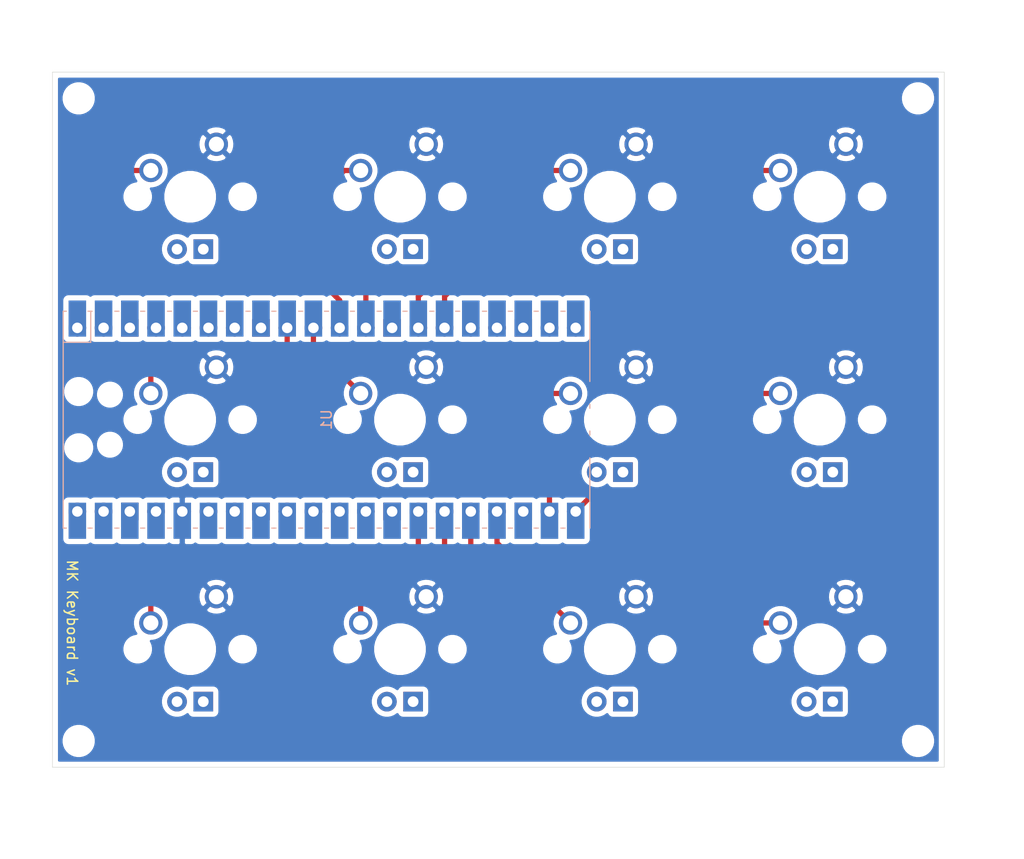
<source format=kicad_pcb>
(kicad_pcb (version 20171130) (host pcbnew "(5.1.9-0-10_14)")

  (general
    (thickness 1.6)
    (drawings 8)
    (tracks 70)
    (zones 0)
    (modules 17)
    (nets 41)
  )

  (page A4)
  (layers
    (0 F.Cu signal)
    (31 B.Cu signal)
    (32 B.Adhes user)
    (33 F.Adhes user)
    (34 B.Paste user)
    (35 F.Paste user)
    (36 B.SilkS user)
    (37 F.SilkS user)
    (38 B.Mask user)
    (39 F.Mask user)
    (40 Dwgs.User user)
    (41 Cmts.User user)
    (42 Eco1.User user)
    (43 Eco2.User user)
    (44 Edge.Cuts user)
    (45 Margin user)
    (46 B.CrtYd user)
    (47 F.CrtYd user)
    (48 B.Fab user)
    (49 F.Fab user)
  )

  (setup
    (last_trace_width 0.508)
    (user_trace_width 0.508)
    (trace_clearance 0.2)
    (zone_clearance 0.508)
    (zone_45_only no)
    (trace_min 0.2)
    (via_size 0.8)
    (via_drill 0.4)
    (via_min_size 0.4)
    (via_min_drill 0.3)
    (uvia_size 0.3)
    (uvia_drill 0.1)
    (uvias_allowed no)
    (uvia_min_size 0.2)
    (uvia_min_drill 0.1)
    (edge_width 0.05)
    (segment_width 0.2)
    (pcb_text_width 0.3)
    (pcb_text_size 1.5 1.5)
    (mod_edge_width 0.12)
    (mod_text_size 1 1)
    (mod_text_width 0.15)
    (pad_size 1.524 1.524)
    (pad_drill 0.762)
    (pad_to_mask_clearance 0.000051)
    (solder_mask_min_width 0.000102)
    (aux_axis_origin 0 0)
    (visible_elements FFFFFF7F)
    (pcbplotparams
      (layerselection 0x010fc_ffffffff)
      (usegerberextensions false)
      (usegerberattributes true)
      (usegerberadvancedattributes true)
      (creategerberjobfile true)
      (excludeedgelayer true)
      (linewidth 0.100000)
      (plotframeref false)
      (viasonmask false)
      (mode 1)
      (useauxorigin false)
      (hpglpennumber 1)
      (hpglpenspeed 20)
      (hpglpendiameter 15.000000)
      (psnegative false)
      (psa4output false)
      (plotreference true)
      (plotvalue true)
      (plotinvisibletext false)
      (padsonsilk false)
      (subtractmaskfromsilk false)
      (outputformat 1)
      (mirror false)
      (drillshape 1)
      (scaleselection 1)
      (outputdirectory ""))
  )

  (net 0 "")
  (net 1 SW1)
  (net 2 3.3V)
  (net 3 SW2)
  (net 4 SW3)
  (net 5 SW4)
  (net 6 SW5)
  (net 7 SW6)
  (net 8 SW7)
  (net 9 SW8)
  (net 10 SW9)
  (net 11 SW10)
  (net 12 SW11)
  (net 13 SW12)
  (net 14 "Net-(U1-Pad3)")
  (net 15 "Net-(U1-Pad8)")
  (net 16 "Net-(U1-Pad13)")
  (net 17 "Net-(U1-Pad16)")
  (net 18 "Net-(U1-Pad17)")
  (net 19 "Net-(U1-Pad19)")
  (net 20 "Net-(U1-Pad20)")
  (net 21 "Net-(U1-Pad23)")
  (net 22 "Net-(U1-Pad28)")
  (net 23 "Net-(U1-Pad29)")
  (net 24 "Net-(U1-Pad30)")
  (net 25 "Net-(U1-Pad31)")
  (net 26 "Net-(U1-Pad32)")
  (net 27 "Net-(U1-Pad33)")
  (net 28 "Net-(U1-Pad34)")
  (net 29 "Net-(U1-Pad35)")
  (net 30 "Net-(U1-Pad37)")
  (net 31 "Net-(U1-Pad38)")
  (net 32 "Net-(U1-Pad39)")
  (net 33 "Net-(U1-Pad40)")
  (net 34 "Net-(U1-Pad18)")
  (net 35 "Net-(U1-Pad1)")
  (net 36 "Net-(U1-Pad2)")
  (net 37 "Net-(U1-Pad4)")
  (net 38 "Net-(U1-Pad5)")
  (net 39 "Net-(U1-Pad6)")
  (net 40 "Net-(U1-Pad7)")

  (net_class Default "This is the default net class."
    (clearance 0.2)
    (trace_width 0.25)
    (via_dia 0.8)
    (via_drill 0.4)
    (uvia_dia 0.3)
    (uvia_drill 0.1)
    (add_net 3.3V)
    (add_net "Net-(U1-Pad1)")
    (add_net "Net-(U1-Pad13)")
    (add_net "Net-(U1-Pad16)")
    (add_net "Net-(U1-Pad17)")
    (add_net "Net-(U1-Pad18)")
    (add_net "Net-(U1-Pad19)")
    (add_net "Net-(U1-Pad2)")
    (add_net "Net-(U1-Pad20)")
    (add_net "Net-(U1-Pad23)")
    (add_net "Net-(U1-Pad28)")
    (add_net "Net-(U1-Pad29)")
    (add_net "Net-(U1-Pad3)")
    (add_net "Net-(U1-Pad30)")
    (add_net "Net-(U1-Pad31)")
    (add_net "Net-(U1-Pad32)")
    (add_net "Net-(U1-Pad33)")
    (add_net "Net-(U1-Pad34)")
    (add_net "Net-(U1-Pad35)")
    (add_net "Net-(U1-Pad37)")
    (add_net "Net-(U1-Pad38)")
    (add_net "Net-(U1-Pad39)")
    (add_net "Net-(U1-Pad4)")
    (add_net "Net-(U1-Pad40)")
    (add_net "Net-(U1-Pad5)")
    (add_net "Net-(U1-Pad6)")
    (add_net "Net-(U1-Pad7)")
    (add_net "Net-(U1-Pad8)")
    (add_net SW1)
    (add_net SW10)
    (add_net SW11)
    (add_net SW12)
    (add_net SW2)
    (add_net SW3)
    (add_net SW4)
    (add_net SW5)
    (add_net SW6)
    (add_net SW7)
    (add_net SW8)
    (add_net SW9)
  )

  (module MX_Only:MXOnly-1U (layer F.Cu) (tedit 5AC9901D) (tstamp 606AEF52)
    (at 180.975 107.315)
    (path /606DF80F)
    (fp_text reference MX4 (at 0 3.175) (layer Dwgs.User)
      (effects (font (size 1 1) (thickness 0.15)))
    )
    (fp_text value MX-NoLED (at 0 -7.9375) (layer Dwgs.User)
      (effects (font (size 1 1) (thickness 0.15)))
    )
    (fp_line (start -9.525 9.525) (end -9.525 -9.525) (layer Dwgs.User) (width 0.15))
    (fp_line (start 9.525 9.525) (end -9.525 9.525) (layer Dwgs.User) (width 0.15))
    (fp_line (start 9.525 -9.525) (end 9.525 9.525) (layer Dwgs.User) (width 0.15))
    (fp_line (start -9.525 -9.525) (end 9.525 -9.525) (layer Dwgs.User) (width 0.15))
    (fp_line (start -7 -7) (end -7 -5) (layer Dwgs.User) (width 0.15))
    (fp_line (start -5 -7) (end -7 -7) (layer Dwgs.User) (width 0.15))
    (fp_line (start -7 7) (end -5 7) (layer Dwgs.User) (width 0.15))
    (fp_line (start -7 5) (end -7 7) (layer Dwgs.User) (width 0.15))
    (fp_line (start 7 7) (end 7 5) (layer Dwgs.User) (width 0.15))
    (fp_line (start 5 7) (end 7 7) (layer Dwgs.User) (width 0.15))
    (fp_line (start 7 -7) (end 7 -5) (layer Dwgs.User) (width 0.15))
    (fp_line (start 5 -7) (end 7 -7) (layer Dwgs.User) (width 0.15))
    (pad 2 thru_hole circle (at 2.54 -5.08) (size 2.25 2.25) (drill 1.47) (layers *.Cu B.Mask)
      (net 2 3.3V))
    (pad "" np_thru_hole circle (at 0 0) (size 3.9878 3.9878) (drill 3.9878) (layers *.Cu *.Mask))
    (pad 1 thru_hole circle (at -3.81 -2.54) (size 2.25 2.25) (drill 1.47) (layers *.Cu B.Mask)
      (net 5 SW4))
    (pad 3 thru_hole circle (at -1.27 5.08) (size 1.905 1.905) (drill 1.04) (layers *.Cu B.Mask))
    (pad 4 thru_hole rect (at 1.27 5.08) (size 1.905 1.905) (drill 1.04) (layers *.Cu B.Mask))
    (pad "" np_thru_hole circle (at -5.08 0 48.0996) (size 1.75 1.75) (drill 1.75) (layers *.Cu *.Mask))
    (pad "" np_thru_hole circle (at 5.08 0 48.0996) (size 1.75 1.75) (drill 1.75) (layers *.Cu *.Mask))
  )

  (module MX_Only:MXOnly-1U (layer F.Cu) (tedit 5AC9901D) (tstamp 606A980A)
    (at 160.655 107.315)
    (path /60707ECD)
    (fp_text reference MX3 (at 0 3.175) (layer Dwgs.User)
      (effects (font (size 1 1) (thickness 0.15)))
    )
    (fp_text value MX-NoLED (at 0 -7.9375) (layer Dwgs.User)
      (effects (font (size 1 1) (thickness 0.15)))
    )
    (fp_line (start -9.525 9.525) (end -9.525 -9.525) (layer Dwgs.User) (width 0.15))
    (fp_line (start 9.525 9.525) (end -9.525 9.525) (layer Dwgs.User) (width 0.15))
    (fp_line (start 9.525 -9.525) (end 9.525 9.525) (layer Dwgs.User) (width 0.15))
    (fp_line (start -9.525 -9.525) (end 9.525 -9.525) (layer Dwgs.User) (width 0.15))
    (fp_line (start -7 -7) (end -7 -5) (layer Dwgs.User) (width 0.15))
    (fp_line (start -5 -7) (end -7 -7) (layer Dwgs.User) (width 0.15))
    (fp_line (start -7 7) (end -5 7) (layer Dwgs.User) (width 0.15))
    (fp_line (start -7 5) (end -7 7) (layer Dwgs.User) (width 0.15))
    (fp_line (start 7 7) (end 7 5) (layer Dwgs.User) (width 0.15))
    (fp_line (start 5 7) (end 7 7) (layer Dwgs.User) (width 0.15))
    (fp_line (start 7 -7) (end 7 -5) (layer Dwgs.User) (width 0.15))
    (fp_line (start 5 -7) (end 7 -7) (layer Dwgs.User) (width 0.15))
    (pad 2 thru_hole circle (at 2.54 -5.08) (size 2.25 2.25) (drill 1.47) (layers *.Cu B.Mask)
      (net 2 3.3V))
    (pad "" np_thru_hole circle (at 0 0) (size 3.9878 3.9878) (drill 3.9878) (layers *.Cu *.Mask))
    (pad 1 thru_hole circle (at -3.81 -2.54) (size 2.25 2.25) (drill 1.47) (layers *.Cu B.Mask)
      (net 4 SW3))
    (pad 3 thru_hole circle (at -1.27 5.08) (size 1.905 1.905) (drill 1.04) (layers *.Cu B.Mask))
    (pad 4 thru_hole rect (at 1.27 5.08) (size 1.905 1.905) (drill 1.04) (layers *.Cu B.Mask))
    (pad "" np_thru_hole circle (at -5.08 0 48.0996) (size 1.75 1.75) (drill 1.75) (layers *.Cu *.Mask))
    (pad "" np_thru_hole circle (at 5.08 0 48.0996) (size 1.75 1.75) (drill 1.75) (layers *.Cu *.Mask))
    (model "/Volumes/Macintosh HD/Users/mike/Downloads/Cherry+MX+switch+-+reference/files/switch_mx.stl"
      (at (xyz 0 0 0))
      (scale (xyz 1 1 1))
      (rotate (xyz 0 0 0))
    )
  )

  (module MCU_RaspberryPi_and_Boards:RPi_Pico_SMD_TH (layer B.Cu) (tedit 606A72CF) (tstamp 606A8F73)
    (at 133.22 85.09 270)
    (descr "Through hole straight pin header, 2x20, 2.54mm pitch, double rows")
    (tags "Through hole pin header THT 2x20 2.54mm double row")
    (path /606EA5F6)
    (fp_text reference U1 (at 0 0 90) (layer B.SilkS)
      (effects (font (size 1 1) (thickness 0.15)) (justify mirror))
    )
    (fp_text value Pico (at -0.3175 -2.2225 90) (layer B.Fab)
      (effects (font (size 1 1) (thickness 0.15)) (justify mirror))
    )
    (fp_line (start 1.1 -25.5) (end 1.5 -25.5) (layer B.SilkS) (width 0.12))
    (fp_line (start -1.5 -25.5) (end -1.1 -25.5) (layer B.SilkS) (width 0.12))
    (fp_line (start 10.5 -25.5) (end 3.7 -25.5) (layer B.SilkS) (width 0.12))
    (fp_line (start 10.5 -15.1) (end 10.5 -15.5) (layer B.SilkS) (width 0.12))
    (fp_line (start 10.5 -7.4) (end 10.5 -7.8) (layer B.SilkS) (width 0.12))
    (fp_line (start 10.5 18) (end 10.5 17.6) (layer B.SilkS) (width 0.12))
    (fp_line (start 10.5 25.5) (end 10.5 25.2) (layer B.SilkS) (width 0.12))
    (fp_line (start 10.5 2.7) (end 10.5 2.3) (layer B.SilkS) (width 0.12))
    (fp_line (start 10.5 -12.5) (end 10.5 -12.9) (layer B.SilkS) (width 0.12))
    (fp_line (start 10.5 7.8) (end 10.5 7.4) (layer B.SilkS) (width 0.12))
    (fp_line (start 10.5 12.9) (end 10.5 12.5) (layer B.SilkS) (width 0.12))
    (fp_line (start 10.5 0.2) (end 10.5 -0.2) (layer B.SilkS) (width 0.12))
    (fp_line (start 10.5 -4.9) (end 10.5 -5.3) (layer B.SilkS) (width 0.12))
    (fp_line (start 10.5 -20.1) (end 10.5 -20.5) (layer B.SilkS) (width 0.12))
    (fp_line (start 10.5 -22.7) (end 10.5 -23.1) (layer B.SilkS) (width 0.12))
    (fp_line (start 10.5 -17.6) (end 10.5 -18) (layer B.SilkS) (width 0.12))
    (fp_line (start 10.5 15.4) (end 10.5 15) (layer B.SilkS) (width 0.12))
    (fp_line (start 10.5 23.1) (end 10.5 22.7) (layer B.SilkS) (width 0.12))
    (fp_line (start 10.5 20.5) (end 10.5 20.1) (layer B.SilkS) (width 0.12))
    (fp_line (start 10.5 -10) (end 10.5 -10.4) (layer B.SilkS) (width 0.12))
    (fp_line (start 10.5 -2.3) (end 10.5 -2.7) (layer B.SilkS) (width 0.12))
    (fp_line (start 10.5 5.3) (end 10.5 4.9) (layer B.SilkS) (width 0.12))
    (fp_line (start 10.5 10.4) (end 10.5 10) (layer B.SilkS) (width 0.12))
    (fp_line (start -10.5 -22.7) (end -10.5 -23.1) (layer B.SilkS) (width 0.12))
    (fp_line (start -10.5 -20.1) (end -10.5 -20.5) (layer B.SilkS) (width 0.12))
    (fp_line (start -10.5 -17.6) (end -10.5 -18) (layer B.SilkS) (width 0.12))
    (fp_line (start -10.5 -15.1) (end -10.5 -15.5) (layer B.SilkS) (width 0.12))
    (fp_line (start -10.5 -12.5) (end -10.5 -12.9) (layer B.SilkS) (width 0.12))
    (fp_line (start -10.5 -10) (end -10.5 -10.4) (layer B.SilkS) (width 0.12))
    (fp_line (start -10.5 -7.4) (end -10.5 -7.8) (layer B.SilkS) (width 0.12))
    (fp_line (start -10.5 -4.9) (end -10.5 -5.3) (layer B.SilkS) (width 0.12))
    (fp_line (start -10.5 -2.3) (end -10.5 -2.7) (layer B.SilkS) (width 0.12))
    (fp_line (start -10.5 0.2) (end -10.5 -0.2) (layer B.SilkS) (width 0.12))
    (fp_line (start -10.5 2.7) (end -10.5 2.3) (layer B.SilkS) (width 0.12))
    (fp_line (start -10.5 5.3) (end -10.5 4.9) (layer B.SilkS) (width 0.12))
    (fp_line (start -10.5 7.8) (end -10.5 7.4) (layer B.SilkS) (width 0.12))
    (fp_line (start -10.5 10.4) (end -10.5 10) (layer B.SilkS) (width 0.12))
    (fp_line (start -10.5 12.9) (end -10.5 12.5) (layer B.SilkS) (width 0.12))
    (fp_line (start -10.5 15.4) (end -10.5 15) (layer B.SilkS) (width 0.12))
    (fp_line (start -10.5 18) (end -10.5 17.6) (layer B.SilkS) (width 0.12))
    (fp_line (start -10.5 20.5) (end -10.5 20.1) (layer B.SilkS) (width 0.12))
    (fp_line (start -10.5 23.1) (end -10.5 22.7) (layer B.SilkS) (width 0.12))
    (fp_line (start -10.5 25.5) (end -10.5 25.2) (layer B.SilkS) (width 0.12))
    (fp_line (start -7.493 22.833) (end -7.493 25.5) (layer B.SilkS) (width 0.12))
    (fp_line (start -10.5 22.833) (end -7.493 22.833) (layer B.SilkS) (width 0.12))
    (fp_line (start -3.7 -25.5) (end -10.5 -25.5) (layer B.SilkS) (width 0.12))
    (fp_line (start -10.5 25.5) (end 10.5 25.5) (layer B.SilkS) (width 0.12))
    (fp_line (start -11 -26) (end -11 26) (layer B.CrtYd) (width 0.12))
    (fp_line (start 11 -26) (end -11 -26) (layer B.CrtYd) (width 0.12))
    (fp_line (start 11 26) (end 11 -26) (layer B.CrtYd) (width 0.12))
    (fp_line (start -11 26) (end 11 26) (layer B.CrtYd) (width 0.12))
    (fp_line (start -10.5 24.2) (end -9.2 25.5) (layer B.Fab) (width 0.12))
    (fp_line (start -10.5 -25.5) (end -10.5 25.5) (layer B.Fab) (width 0.12))
    (fp_line (start 10.5 -25.5) (end -10.5 -25.5) (layer B.Fab) (width 0.12))
    (fp_line (start 10.5 25.5) (end 10.5 -25.5) (layer B.Fab) (width 0.12))
    (fp_line (start -10.5 25.5) (end 10.5 25.5) (layer B.Fab) (width 0.12))
    (fp_poly (pts (xy -1.5 16.5) (xy -3.5 16.5) (xy -3.5 18.5) (xy -1.5 18.5)) (layer Dwgs.User) (width 0.1))
    (fp_poly (pts (xy -1.5 14) (xy -3.5 14) (xy -3.5 16) (xy -1.5 16)) (layer Dwgs.User) (width 0.1))
    (fp_poly (pts (xy -1.5 11.5) (xy -3.5 11.5) (xy -3.5 13.5) (xy -1.5 13.5)) (layer Dwgs.User) (width 0.1))
    (fp_poly (pts (xy 3.7 20.2) (xy -3.7 20.2) (xy -3.7 24.9) (xy 3.7 24.9)) (layer Dwgs.User) (width 0.1))
    (fp_text user %R (at 0 0 270) (layer B.Fab)
      (effects (font (size 1 1) (thickness 0.15)) (justify mirror))
    )
    (fp_text user GP1 (at -12.9 21.6 225) (layer B.SilkS) hide
      (effects (font (size 0.8 0.8) (thickness 0.15)) (justify mirror))
    )
    (fp_text user GP2 (at -12.9 16.51 225) (layer B.SilkS) hide
      (effects (font (size 0.8 0.8) (thickness 0.15)) (justify mirror))
    )
    (fp_text user GP0 (at -12.8 24.13 225) (layer B.SilkS) hide
      (effects (font (size 0.8 0.8) (thickness 0.15)) (justify mirror))
    )
    (fp_text user GP3 (at -12.8 13.97 225) (layer B.SilkS) hide
      (effects (font (size 0.8 0.8) (thickness 0.15)) (justify mirror))
    )
    (fp_text user GP4 (at -12.8 11.43 225) (layer B.SilkS) hide
      (effects (font (size 0.8 0.8) (thickness 0.15)) (justify mirror))
    )
    (fp_text user GP5 (at -12.8 8.89 225) (layer B.SilkS) hide
      (effects (font (size 0.8 0.8) (thickness 0.15)) (justify mirror))
    )
    (fp_text user GP6 (at -12.8 3.81 225) (layer B.SilkS) hide
      (effects (font (size 0.8 0.8) (thickness 0.15)) (justify mirror))
    )
    (fp_text user GP8 (at -12.8 -1.27 225) (layer B.SilkS) hide
      (effects (font (size 0.8 0.8) (thickness 0.15)) (justify mirror))
    )
    (fp_text user GP9 (at -12.8 -3.81 225) (layer B.SilkS) hide
      (effects (font (size 0.8 0.8) (thickness 0.15)) (justify mirror))
    )
    (fp_text user GP10 (at -13.054 -8.89 225) (layer B.SilkS) hide
      (effects (font (size 0.8 0.8) (thickness 0.15)) (justify mirror))
    )
    (fp_text user GP11 (at -13.2 -11.43 225) (layer B.SilkS) hide
      (effects (font (size 0.8 0.8) (thickness 0.15)) (justify mirror))
    )
    (fp_text user GP12 (at -13.2 -13.97 225) (layer B.SilkS) hide
      (effects (font (size 0.8 0.8) (thickness 0.15)) (justify mirror))
    )
    (fp_text user GP13 (at -13.054 -16.51 225) (layer B.SilkS) hide
      (effects (font (size 0.8 0.8) (thickness 0.15)) (justify mirror))
    )
    (fp_text user GP14 (at -13.1 -21.59 225) (layer B.SilkS) hide
      (effects (font (size 0.8 0.8) (thickness 0.15)) (justify mirror))
    )
    (fp_text user GP15 (at -13.054 -24.13 225) (layer B.SilkS) hide
      (effects (font (size 0.8 0.8) (thickness 0.15)) (justify mirror))
    )
    (fp_text user GP16 (at 13.054 -24.13 225) (layer B.SilkS) hide
      (effects (font (size 0.8 0.8) (thickness 0.15)) (justify mirror))
    )
    (fp_text user GP17 (at 13.054 -21.59 225) (layer B.SilkS) hide
      (effects (font (size 0.8 0.8) (thickness 0.15)) (justify mirror))
    )
    (fp_text user GP18 (at 13.054 -16.51 225) (layer B.SilkS) hide
      (effects (font (size 0.8 0.8) (thickness 0.15)) (justify mirror))
    )
    (fp_text user GP19 (at 13.054 -13.97 225) (layer B.SilkS) hide
      (effects (font (size 0.8 0.8) (thickness 0.15)) (justify mirror))
    )
    (fp_text user GP20 (at 13.054 -11.43 225) (layer B.SilkS) hide
      (effects (font (size 0.8 0.8) (thickness 0.15)) (justify mirror))
    )
    (fp_text user GP21 (at 13.054 -8.9 225) (layer B.SilkS) hide
      (effects (font (size 0.8 0.8) (thickness 0.15)) (justify mirror))
    )
    (fp_text user GP22 (at 13.054 -3.81 225) (layer B.SilkS) hide
      (effects (font (size 0.8 0.8) (thickness 0.15)) (justify mirror))
    )
    (fp_text user RUN (at 13 -1.27 225) (layer B.SilkS) hide
      (effects (font (size 0.8 0.8) (thickness 0.15)) (justify mirror))
    )
    (fp_text user GP26 (at 13.054 1.27 225) (layer B.SilkS) hide
      (effects (font (size 0.8 0.8) (thickness 0.15)) (justify mirror))
    )
    (fp_text user GP27 (at 13.054 3.8 225) (layer B.SilkS) hide
      (effects (font (size 0.8 0.8) (thickness 0.15)) (justify mirror))
    )
    (fp_text user GP28 (at 13.054 9.144 225) (layer B.SilkS) hide
      (effects (font (size 0.8 0.8) (thickness 0.15)) (justify mirror))
    )
    (fp_text user ADC_VREF (at 14 12.5 225) (layer B.SilkS) hide
      (effects (font (size 0.8 0.8) (thickness 0.15)) (justify mirror))
    )
    (fp_text user 3V3 (at 12.9 13.9 225) (layer B.SilkS) hide
      (effects (font (size 0.8 0.8) (thickness 0.15)) (justify mirror))
    )
    (fp_text user 3V3_EN (at 13.7 17.2 225) (layer B.SilkS) hide
      (effects (font (size 0.8 0.8) (thickness 0.15)) (justify mirror))
    )
    (fp_text user VSYS (at 13.2 21.59 225) (layer B.SilkS) hide
      (effects (font (size 0.8 0.8) (thickness 0.15)) (justify mirror))
    )
    (fp_text user VBUS (at 13.3 24.2 225) (layer B.SilkS) hide
      (effects (font (size 0.8 0.8) (thickness 0.15)) (justify mirror))
    )
    (fp_text user GND (at -12.8 19.05 225) (layer B.SilkS) hide
      (effects (font (size 0.8 0.8) (thickness 0.15)) (justify mirror))
    )
    (fp_text user GND (at -12.8 6.35 225) (layer B.SilkS) hide
      (effects (font (size 0.8 0.8) (thickness 0.15)) (justify mirror))
    )
    (fp_text user GND (at -12.8 -6.35 225) (layer B.SilkS) hide
      (effects (font (size 0.8 0.8) (thickness 0.15)) (justify mirror))
    )
    (fp_text user GND (at -12.8 -19.05 225) (layer B.SilkS) hide
      (effects (font (size 0.8 0.8) (thickness 0.15)) (justify mirror))
    )
    (fp_text user GND (at 12.8 -19.05 225) (layer B.SilkS) hide
      (effects (font (size 0.8 0.8) (thickness 0.15)) (justify mirror))
    )
    (fp_text user GND (at 12.8 -6.35 225) (layer B.SilkS) hide
      (effects (font (size 0.8 0.8) (thickness 0.15)) (justify mirror))
    )
    (fp_text user GND (at 12.8 19.05 225) (layer B.SilkS) hide
      (effects (font (size 0.8 0.8) (thickness 0.15)) (justify mirror))
    )
    (fp_text user AGND (at 13.054 6.35 225) (layer B.SilkS) hide
      (effects (font (size 0.8 0.8) (thickness 0.15)) (justify mirror))
    )
    (fp_text user SWCLK (at -5.7 -26.2 90) (layer B.SilkS) hide
      (effects (font (size 0.8 0.8) (thickness 0.15)) (justify mirror))
    )
    (fp_text user SWDIO (at 5.6 -26.2 90) (layer B.SilkS) hide
      (effects (font (size 0.8 0.8) (thickness 0.15)) (justify mirror))
    )
    (fp_text user "Copper Keepouts shown on Dwgs layer" (at 0.1 30.2 90) (layer Cmts.User)
      (effects (font (size 1 1) (thickness 0.15)))
    )
    (pad 1 thru_hole oval (at -8.89 24.13 270) (size 1.7 1.7) (drill 1.02) (layers *.Cu *.Mask)
      (net 35 "Net-(U1-Pad1)"))
    (pad 2 thru_hole oval (at -8.89 21.59 270) (size 1.7 1.7) (drill 1.02) (layers *.Cu *.Mask)
      (net 36 "Net-(U1-Pad2)"))
    (pad 3 thru_hole rect (at -8.89 19.05 270) (size 1.7 1.7) (drill 1.02) (layers *.Cu *.Mask)
      (net 14 "Net-(U1-Pad3)"))
    (pad 4 thru_hole oval (at -8.89 16.51 270) (size 1.7 1.7) (drill 1.02) (layers *.Cu *.Mask)
      (net 37 "Net-(U1-Pad4)"))
    (pad 5 thru_hole oval (at -8.89 13.97 270) (size 1.7 1.7) (drill 1.02) (layers *.Cu *.Mask)
      (net 38 "Net-(U1-Pad5)"))
    (pad 6 thru_hole oval (at -8.89 11.43 270) (size 1.7 1.7) (drill 1.02) (layers *.Cu *.Mask)
      (net 39 "Net-(U1-Pad6)"))
    (pad 7 thru_hole oval (at -8.89 8.89 270) (size 1.7 1.7) (drill 1.02) (layers *.Cu *.Mask)
      (net 40 "Net-(U1-Pad7)"))
    (pad 8 thru_hole rect (at -8.89 6.35 270) (size 1.7 1.7) (drill 1.02) (layers *.Cu *.Mask)
      (net 15 "Net-(U1-Pad8)"))
    (pad 9 thru_hole oval (at -8.89 3.81 270) (size 1.7 1.7) (drill 1.02) (layers *.Cu *.Mask)
      (net 8 SW7))
    (pad 10 thru_hole oval (at -8.89 1.27 270) (size 1.7 1.7) (drill 1.02) (layers *.Cu *.Mask)
      (net 9 SW8))
    (pad 11 thru_hole oval (at -8.89 -1.27 270) (size 1.7 1.7) (drill 1.02) (layers *.Cu *.Mask)
      (net 10 SW9))
    (pad 12 thru_hole oval (at -8.89 -3.81 270) (size 1.7 1.7) (drill 1.02) (layers *.Cu *.Mask)
      (net 11 SW10))
    (pad 13 thru_hole rect (at -8.89 -6.35 270) (size 1.7 1.7) (drill 1.02) (layers *.Cu *.Mask)
      (net 16 "Net-(U1-Pad13)"))
    (pad 14 thru_hole oval (at -8.89 -8.89 270) (size 1.7 1.7) (drill 1.02) (layers *.Cu *.Mask)
      (net 12 SW11))
    (pad 15 thru_hole oval (at -8.89 -11.43 270) (size 1.7 1.7) (drill 1.02) (layers *.Cu *.Mask)
      (net 13 SW12))
    (pad 16 thru_hole oval (at -8.89 -13.97 270) (size 1.7 1.7) (drill 1.02) (layers *.Cu *.Mask)
      (net 17 "Net-(U1-Pad16)"))
    (pad 17 thru_hole oval (at -8.89 -16.51 270) (size 1.7 1.7) (drill 1.02) (layers *.Cu *.Mask)
      (net 18 "Net-(U1-Pad17)"))
    (pad 18 thru_hole rect (at -8.89 -19.05 270) (size 1.7 1.7) (drill 1.02) (layers *.Cu *.Mask)
      (net 34 "Net-(U1-Pad18)"))
    (pad 19 thru_hole oval (at -8.89 -21.59 270) (size 1.7 1.7) (drill 1.02) (layers *.Cu *.Mask)
      (net 19 "Net-(U1-Pad19)"))
    (pad 20 thru_hole oval (at -8.89 -24.13 270) (size 1.7 1.7) (drill 1.02) (layers *.Cu *.Mask)
      (net 20 "Net-(U1-Pad20)"))
    (pad 21 thru_hole oval (at 8.89 -24.13 270) (size 1.7 1.7) (drill 1.02) (layers *.Cu *.Mask)
      (net 7 SW6))
    (pad 22 thru_hole oval (at 8.89 -21.59 270) (size 1.7 1.7) (drill 1.02) (layers *.Cu *.Mask)
      (net 6 SW5))
    (pad 23 thru_hole rect (at 8.89 -19.05 270) (size 1.7 1.7) (drill 1.02) (layers *.Cu *.Mask)
      (net 21 "Net-(U1-Pad23)"))
    (pad 24 thru_hole oval (at 8.89 -16.51 270) (size 1.7 1.7) (drill 1.02) (layers *.Cu *.Mask)
      (net 5 SW4))
    (pad 25 thru_hole oval (at 8.89 -13.97 270) (size 1.7 1.7) (drill 1.02) (layers *.Cu *.Mask)
      (net 4 SW3))
    (pad 26 thru_hole oval (at 8.89 -11.43 270) (size 1.7 1.7) (drill 1.02) (layers *.Cu *.Mask)
      (net 3 SW2))
    (pad 27 thru_hole oval (at 8.89 -8.89 270) (size 1.7 1.7) (drill 1.02) (layers *.Cu *.Mask)
      (net 1 SW1))
    (pad 28 thru_hole rect (at 8.89 -6.35 270) (size 1.7 1.7) (drill 1.02) (layers *.Cu *.Mask)
      (net 22 "Net-(U1-Pad28)"))
    (pad 29 thru_hole oval (at 8.89 -3.81 270) (size 1.7 1.7) (drill 1.02) (layers *.Cu *.Mask)
      (net 23 "Net-(U1-Pad29)"))
    (pad 30 thru_hole oval (at 8.89 -1.27 270) (size 1.7 1.7) (drill 1.02) (layers *.Cu *.Mask)
      (net 24 "Net-(U1-Pad30)"))
    (pad 31 thru_hole oval (at 8.89 1.27 270) (size 1.7 1.7) (drill 1.02) (layers *.Cu *.Mask)
      (net 25 "Net-(U1-Pad31)"))
    (pad 32 thru_hole oval (at 8.89 3.81 270) (size 1.7 1.7) (drill 1.02) (layers *.Cu *.Mask)
      (net 26 "Net-(U1-Pad32)"))
    (pad 33 thru_hole rect (at 8.89 6.35 270) (size 1.7 1.7) (drill 1.02) (layers *.Cu *.Mask)
      (net 27 "Net-(U1-Pad33)"))
    (pad 34 thru_hole oval (at 8.89 8.89 270) (size 1.7 1.7) (drill 1.02) (layers *.Cu *.Mask)
      (net 28 "Net-(U1-Pad34)"))
    (pad 35 thru_hole oval (at 8.89 11.43 270) (size 1.7 1.7) (drill 1.02) (layers *.Cu *.Mask)
      (net 29 "Net-(U1-Pad35)"))
    (pad 36 thru_hole oval (at 8.89 13.97 270) (size 1.7 1.7) (drill 1.02) (layers *.Cu *.Mask)
      (net 2 3.3V))
    (pad 37 thru_hole oval (at 8.89 16.51 270) (size 1.7 1.7) (drill 1.02) (layers *.Cu *.Mask)
      (net 30 "Net-(U1-Pad37)"))
    (pad 38 thru_hole rect (at 8.89 19.05 270) (size 1.7 1.7) (drill 1.02) (layers *.Cu *.Mask)
      (net 31 "Net-(U1-Pad38)"))
    (pad 39 thru_hole oval (at 8.89 21.59 270) (size 1.7 1.7) (drill 1.02) (layers *.Cu *.Mask)
      (net 32 "Net-(U1-Pad39)"))
    (pad 40 thru_hole oval (at 8.89 24.13 270) (size 1.7 1.7) (drill 1.02) (layers *.Cu *.Mask)
      (net 33 "Net-(U1-Pad40)"))
    (pad 1 smd rect (at -8.89 24.13 270) (size 3.5 1.7) (drill (offset -0.9 0)) (layers B.Cu B.Mask)
      (net 35 "Net-(U1-Pad1)"))
    (pad 2 smd rect (at -8.89 21.59 270) (size 3.5 1.7) (drill (offset -0.9 0)) (layers B.Cu B.Mask)
      (net 36 "Net-(U1-Pad2)"))
    (pad 3 smd rect (at -8.89 19.05 270) (size 3.5 1.7) (drill (offset -0.9 0)) (layers B.Cu B.Mask)
      (net 14 "Net-(U1-Pad3)"))
    (pad 4 smd rect (at -8.89 16.51 270) (size 3.5 1.7) (drill (offset -0.9 0)) (layers B.Cu B.Mask)
      (net 37 "Net-(U1-Pad4)"))
    (pad 5 smd rect (at -8.89 13.97 270) (size 3.5 1.7) (drill (offset -0.9 0)) (layers B.Cu B.Mask)
      (net 38 "Net-(U1-Pad5)"))
    (pad 6 smd rect (at -8.89 11.43 270) (size 3.5 1.7) (drill (offset -0.9 0)) (layers B.Cu B.Mask)
      (net 39 "Net-(U1-Pad6)"))
    (pad 7 smd rect (at -8.89 8.89 270) (size 3.5 1.7) (drill (offset -0.9 0)) (layers B.Cu B.Mask)
      (net 40 "Net-(U1-Pad7)"))
    (pad 8 smd rect (at -8.89 6.35 270) (size 3.5 1.7) (drill (offset -0.9 0)) (layers B.Cu B.Mask)
      (net 15 "Net-(U1-Pad8)"))
    (pad 9 smd rect (at -8.89 3.81 270) (size 3.5 1.7) (drill (offset -0.9 0)) (layers B.Cu B.Mask)
      (net 8 SW7))
    (pad 10 smd rect (at -8.89 1.27 270) (size 3.5 1.7) (drill (offset -0.9 0)) (layers B.Cu B.Mask)
      (net 9 SW8))
    (pad 11 smd rect (at -8.89 -1.27 270) (size 3.5 1.7) (drill (offset -0.9 0)) (layers B.Cu B.Mask)
      (net 10 SW9))
    (pad 12 smd rect (at -8.89 -3.81 270) (size 3.5 1.7) (drill (offset -0.9 0)) (layers B.Cu B.Mask)
      (net 11 SW10))
    (pad 13 smd rect (at -8.89 -6.35 270) (size 3.5 1.7) (drill (offset -0.9 0)) (layers B.Cu B.Mask)
      (net 16 "Net-(U1-Pad13)"))
    (pad 14 smd rect (at -8.89 -8.89 270) (size 3.5 1.7) (drill (offset -0.9 0)) (layers B.Cu B.Mask)
      (net 12 SW11))
    (pad 15 smd rect (at -8.89 -11.43 270) (size 3.5 1.7) (drill (offset -0.9 0)) (layers B.Cu B.Mask)
      (net 13 SW12))
    (pad 16 smd rect (at -8.89 -13.97 270) (size 3.5 1.7) (drill (offset -0.9 0)) (layers B.Cu B.Mask)
      (net 17 "Net-(U1-Pad16)"))
    (pad 17 smd rect (at -8.89 -16.51 270) (size 3.5 1.7) (drill (offset -0.9 0)) (layers B.Cu B.Mask)
      (net 18 "Net-(U1-Pad17)"))
    (pad 18 smd rect (at -8.89 -19.05 270) (size 3.5 1.7) (drill (offset -0.9 0)) (layers B.Cu B.Mask)
      (net 34 "Net-(U1-Pad18)"))
    (pad 19 smd rect (at -8.89 -21.59 270) (size 3.5 1.7) (drill (offset -0.9 0)) (layers B.Cu B.Mask)
      (net 19 "Net-(U1-Pad19)"))
    (pad 20 smd rect (at -8.89 -24.13 270) (size 3.5 1.7) (drill (offset -0.9 0)) (layers B.Cu B.Mask)
      (net 20 "Net-(U1-Pad20)"))
    (pad 40 smd rect (at 8.89 24.13 270) (size 3.5 1.7) (drill (offset 0.9 0)) (layers B.Cu B.Mask)
      (net 33 "Net-(U1-Pad40)"))
    (pad 39 smd rect (at 8.89 21.59 270) (size 3.5 1.7) (drill (offset 0.9 0)) (layers B.Cu B.Mask)
      (net 32 "Net-(U1-Pad39)"))
    (pad 38 smd rect (at 8.89 19.05 270) (size 3.5 1.7) (drill (offset 0.9 0)) (layers B.Cu B.Mask)
      (net 31 "Net-(U1-Pad38)"))
    (pad 37 smd rect (at 8.89 16.51 270) (size 3.5 1.7) (drill (offset 0.9 0)) (layers B.Cu B.Mask)
      (net 30 "Net-(U1-Pad37)"))
    (pad 36 smd rect (at 8.89 13.97 270) (size 3.5 1.7) (drill (offset 0.9 0)) (layers B.Cu B.Mask)
      (net 2 3.3V))
    (pad 35 smd rect (at 8.89 11.43 270) (size 3.5 1.7) (drill (offset 0.9 0)) (layers B.Cu B.Mask)
      (net 29 "Net-(U1-Pad35)"))
    (pad 34 smd rect (at 8.89 8.89 270) (size 3.5 1.7) (drill (offset 0.9 0)) (layers B.Cu B.Mask)
      (net 28 "Net-(U1-Pad34)"))
    (pad 33 smd rect (at 8.89 6.35 270) (size 3.5 1.7) (drill (offset 0.9 0)) (layers B.Cu B.Mask)
      (net 27 "Net-(U1-Pad33)"))
    (pad 32 smd rect (at 8.89 3.81 270) (size 3.5 1.7) (drill (offset 0.9 0)) (layers B.Cu B.Mask)
      (net 26 "Net-(U1-Pad32)"))
    (pad 31 smd rect (at 8.89 1.27 270) (size 3.5 1.7) (drill (offset 0.9 0)) (layers B.Cu B.Mask)
      (net 25 "Net-(U1-Pad31)"))
    (pad 30 smd rect (at 8.89 -1.27 270) (size 3.5 1.7) (drill (offset 0.9 0)) (layers B.Cu B.Mask)
      (net 24 "Net-(U1-Pad30)"))
    (pad 29 smd rect (at 8.89 -3.81 270) (size 3.5 1.7) (drill (offset 0.9 0)) (layers B.Cu B.Mask)
      (net 23 "Net-(U1-Pad29)"))
    (pad 28 smd rect (at 8.89 -6.35 270) (size 3.5 1.7) (drill (offset 0.9 0)) (layers B.Cu B.Mask)
      (net 22 "Net-(U1-Pad28)"))
    (pad 27 smd rect (at 8.89 -8.89 270) (size 3.5 1.7) (drill (offset 0.9 0)) (layers B.Cu B.Mask)
      (net 1 SW1))
    (pad 26 smd rect (at 8.89 -11.43 270) (size 3.5 1.7) (drill (offset 0.9 0)) (layers B.Cu B.Mask)
      (net 3 SW2))
    (pad 25 smd rect (at 8.89 -13.97 270) (size 3.5 1.7) (drill (offset 0.9 0)) (layers B.Cu B.Mask)
      (net 4 SW3))
    (pad 24 smd rect (at 8.89 -16.51 270) (size 3.5 1.7) (drill (offset 0.9 0)) (layers B.Cu B.Mask)
      (net 5 SW4))
    (pad 23 smd rect (at 8.89 -19.05 270) (size 3.5 1.7) (drill (offset 0.9 0)) (layers B.Cu B.Mask)
      (net 21 "Net-(U1-Pad23)"))
    (pad 22 smd rect (at 8.89 -21.59 270) (size 3.5 1.7) (drill (offset 0.9 0)) (layers B.Cu B.Mask)
      (net 6 SW5))
    (pad 21 smd rect (at 8.89 -24.13 270) (size 3.5 1.7) (drill (offset 0.9 0)) (layers B.Cu B.Mask)
      (net 7 SW6))
    (pad "" np_thru_hole oval (at -2.725 24 270) (size 1.8 1.8) (drill 1.8) (layers *.Cu *.Mask))
    (pad "" np_thru_hole oval (at 2.725 24 270) (size 1.8 1.8) (drill 1.8) (layers *.Cu *.Mask))
    (pad "" np_thru_hole oval (at -2.425 20.97 270) (size 1.5 1.5) (drill 1.5) (layers *.Cu *.Mask))
    (pad "" np_thru_hole oval (at 2.425 20.97 270) (size 1.5 1.5) (drill 1.5) (layers *.Cu *.Mask))
    (model "/Volumes/Macintosh HD/Users/mike/Downloads/KiCad-RP-Pico-main/RP-Pico Libraries/Pico.wrl"
      (offset (xyz -10.5 -25.5 0))
      (scale (xyz 10 10 10))
      (rotate (xyz 0 0 0))
    )
  )

  (module MX_Only:MXOnly-1U (layer F.Cu) (tedit 5AC9901D) (tstamp 60679F32)
    (at 120.015 107.315)
    (path /60708302)
    (fp_text reference MX1 (at 0 3.175) (layer Dwgs.User)
      (effects (font (size 1 1) (thickness 0.15)))
    )
    (fp_text value MX-NoLED (at 0 -7.9375) (layer Dwgs.User)
      (effects (font (size 1 1) (thickness 0.15)))
    )
    (fp_line (start 5 -7) (end 7 -7) (layer Dwgs.User) (width 0.15))
    (fp_line (start 7 -7) (end 7 -5) (layer Dwgs.User) (width 0.15))
    (fp_line (start 5 7) (end 7 7) (layer Dwgs.User) (width 0.15))
    (fp_line (start 7 7) (end 7 5) (layer Dwgs.User) (width 0.15))
    (fp_line (start -7 5) (end -7 7) (layer Dwgs.User) (width 0.15))
    (fp_line (start -7 7) (end -5 7) (layer Dwgs.User) (width 0.15))
    (fp_line (start -5 -7) (end -7 -7) (layer Dwgs.User) (width 0.15))
    (fp_line (start -7 -7) (end -7 -5) (layer Dwgs.User) (width 0.15))
    (fp_line (start -9.525 -9.525) (end 9.525 -9.525) (layer Dwgs.User) (width 0.15))
    (fp_line (start 9.525 -9.525) (end 9.525 9.525) (layer Dwgs.User) (width 0.15))
    (fp_line (start 9.525 9.525) (end -9.525 9.525) (layer Dwgs.User) (width 0.15))
    (fp_line (start -9.525 9.525) (end -9.525 -9.525) (layer Dwgs.User) (width 0.15))
    (pad "" np_thru_hole circle (at 5.08 0 48.0996) (size 1.75 1.75) (drill 1.75) (layers *.Cu *.Mask))
    (pad "" np_thru_hole circle (at -5.08 0 48.0996) (size 1.75 1.75) (drill 1.75) (layers *.Cu *.Mask))
    (pad 4 thru_hole rect (at 1.27 5.08) (size 1.905 1.905) (drill 1.04) (layers *.Cu B.Mask))
    (pad 3 thru_hole circle (at -1.27 5.08) (size 1.905 1.905) (drill 1.04) (layers *.Cu B.Mask))
    (pad 1 thru_hole circle (at -3.81 -2.54) (size 2.25 2.25) (drill 1.47) (layers *.Cu B.Mask)
      (net 1 SW1))
    (pad "" np_thru_hole circle (at 0 0) (size 3.9878 3.9878) (drill 3.9878) (layers *.Cu *.Mask))
    (pad 2 thru_hole circle (at 2.54 -5.08) (size 2.25 2.25) (drill 1.47) (layers *.Cu B.Mask)
      (net 2 3.3V))
  )

  (module MX_Only:MXOnly-1U (layer F.Cu) (tedit 5AC9901D) (tstamp 6067904F)
    (at 140.335 107.315)
    (path /607076A6)
    (fp_text reference MX2 (at 0 3.175) (layer Dwgs.User)
      (effects (font (size 1 1) (thickness 0.15)))
    )
    (fp_text value MX-NoLED (at 0 -7.9375) (layer Dwgs.User)
      (effects (font (size 1 1) (thickness 0.15)))
    )
    (fp_line (start 5 -7) (end 7 -7) (layer Dwgs.User) (width 0.15))
    (fp_line (start 7 -7) (end 7 -5) (layer Dwgs.User) (width 0.15))
    (fp_line (start 5 7) (end 7 7) (layer Dwgs.User) (width 0.15))
    (fp_line (start 7 7) (end 7 5) (layer Dwgs.User) (width 0.15))
    (fp_line (start -7 5) (end -7 7) (layer Dwgs.User) (width 0.15))
    (fp_line (start -7 7) (end -5 7) (layer Dwgs.User) (width 0.15))
    (fp_line (start -5 -7) (end -7 -7) (layer Dwgs.User) (width 0.15))
    (fp_line (start -7 -7) (end -7 -5) (layer Dwgs.User) (width 0.15))
    (fp_line (start -9.525 -9.525) (end 9.525 -9.525) (layer Dwgs.User) (width 0.15))
    (fp_line (start 9.525 -9.525) (end 9.525 9.525) (layer Dwgs.User) (width 0.15))
    (fp_line (start 9.525 9.525) (end -9.525 9.525) (layer Dwgs.User) (width 0.15))
    (fp_line (start -9.525 9.525) (end -9.525 -9.525) (layer Dwgs.User) (width 0.15))
    (pad "" np_thru_hole circle (at 5.08 0 48.0996) (size 1.75 1.75) (drill 1.75) (layers *.Cu *.Mask))
    (pad "" np_thru_hole circle (at -5.08 0 48.0996) (size 1.75 1.75) (drill 1.75) (layers *.Cu *.Mask))
    (pad 4 thru_hole rect (at 1.27 5.08) (size 1.905 1.905) (drill 1.04) (layers *.Cu B.Mask))
    (pad 3 thru_hole circle (at -1.27 5.08) (size 1.905 1.905) (drill 1.04) (layers *.Cu B.Mask))
    (pad 1 thru_hole circle (at -3.81 -2.54) (size 2.25 2.25) (drill 1.47) (layers *.Cu B.Mask)
      (net 3 SW2))
    (pad "" np_thru_hole circle (at 0 0) (size 3.9878 3.9878) (drill 3.9878) (layers *.Cu *.Mask))
    (pad 2 thru_hole circle (at 2.54 -5.08) (size 2.25 2.25) (drill 1.47) (layers *.Cu B.Mask)
      (net 2 3.3V))
  )

  (module MX_Only:MXOnly-1U (layer F.Cu) (tedit 5AC9901D) (tstamp 60679094)
    (at 160.655 85.09)
    (path /60708B6F)
    (fp_text reference MX5 (at 0 3.175) (layer Dwgs.User)
      (effects (font (size 1 1) (thickness 0.15)))
    )
    (fp_text value MX-NoLED (at 0 -7.9375) (layer Dwgs.User)
      (effects (font (size 1 1) (thickness 0.15)))
    )
    (fp_line (start 5 -7) (end 7 -7) (layer Dwgs.User) (width 0.15))
    (fp_line (start 7 -7) (end 7 -5) (layer Dwgs.User) (width 0.15))
    (fp_line (start 5 7) (end 7 7) (layer Dwgs.User) (width 0.15))
    (fp_line (start 7 7) (end 7 5) (layer Dwgs.User) (width 0.15))
    (fp_line (start -7 5) (end -7 7) (layer Dwgs.User) (width 0.15))
    (fp_line (start -7 7) (end -5 7) (layer Dwgs.User) (width 0.15))
    (fp_line (start -5 -7) (end -7 -7) (layer Dwgs.User) (width 0.15))
    (fp_line (start -7 -7) (end -7 -5) (layer Dwgs.User) (width 0.15))
    (fp_line (start -9.525 -9.525) (end 9.525 -9.525) (layer Dwgs.User) (width 0.15))
    (fp_line (start 9.525 -9.525) (end 9.525 9.525) (layer Dwgs.User) (width 0.15))
    (fp_line (start 9.525 9.525) (end -9.525 9.525) (layer Dwgs.User) (width 0.15))
    (fp_line (start -9.525 9.525) (end -9.525 -9.525) (layer Dwgs.User) (width 0.15))
    (pad "" np_thru_hole circle (at 5.08 0 48.0996) (size 1.75 1.75) (drill 1.75) (layers *.Cu *.Mask))
    (pad "" np_thru_hole circle (at -5.08 0 48.0996) (size 1.75 1.75) (drill 1.75) (layers *.Cu *.Mask))
    (pad 4 thru_hole rect (at 1.27 5.08) (size 1.905 1.905) (drill 1.04) (layers *.Cu B.Mask))
    (pad 3 thru_hole circle (at -1.27 5.08) (size 1.905 1.905) (drill 1.04) (layers *.Cu B.Mask))
    (pad 1 thru_hole circle (at -3.81 -2.54) (size 2.25 2.25) (drill 1.47) (layers *.Cu B.Mask)
      (net 6 SW5))
    (pad "" np_thru_hole circle (at 0 0) (size 3.9878 3.9878) (drill 3.9878) (layers *.Cu *.Mask))
    (pad 2 thru_hole circle (at 2.54 -5.08) (size 2.25 2.25) (drill 1.47) (layers *.Cu B.Mask)
      (net 2 3.3V))
  )

  (module MX_Only:MXOnly-1U (layer F.Cu) (tedit 5AC9901D) (tstamp 606790AB)
    (at 180.975 85.09)
    (path /60709526)
    (fp_text reference MX6 (at 0 3.175) (layer Dwgs.User)
      (effects (font (size 1 1) (thickness 0.15)))
    )
    (fp_text value MX-NoLED (at 0 -7.9375) (layer Dwgs.User)
      (effects (font (size 1 1) (thickness 0.15)))
    )
    (fp_line (start -9.525 9.525) (end -9.525 -9.525) (layer Dwgs.User) (width 0.15))
    (fp_line (start 9.525 9.525) (end -9.525 9.525) (layer Dwgs.User) (width 0.15))
    (fp_line (start 9.525 -9.525) (end 9.525 9.525) (layer Dwgs.User) (width 0.15))
    (fp_line (start -9.525 -9.525) (end 9.525 -9.525) (layer Dwgs.User) (width 0.15))
    (fp_line (start -7 -7) (end -7 -5) (layer Dwgs.User) (width 0.15))
    (fp_line (start -5 -7) (end -7 -7) (layer Dwgs.User) (width 0.15))
    (fp_line (start -7 7) (end -5 7) (layer Dwgs.User) (width 0.15))
    (fp_line (start -7 5) (end -7 7) (layer Dwgs.User) (width 0.15))
    (fp_line (start 7 7) (end 7 5) (layer Dwgs.User) (width 0.15))
    (fp_line (start 5 7) (end 7 7) (layer Dwgs.User) (width 0.15))
    (fp_line (start 7 -7) (end 7 -5) (layer Dwgs.User) (width 0.15))
    (fp_line (start 5 -7) (end 7 -7) (layer Dwgs.User) (width 0.15))
    (pad 2 thru_hole circle (at 2.54 -5.08) (size 2.25 2.25) (drill 1.47) (layers *.Cu B.Mask)
      (net 2 3.3V))
    (pad "" np_thru_hole circle (at 0 0) (size 3.9878 3.9878) (drill 3.9878) (layers *.Cu *.Mask))
    (pad 1 thru_hole circle (at -3.81 -2.54) (size 2.25 2.25) (drill 1.47) (layers *.Cu B.Mask)
      (net 7 SW6))
    (pad 3 thru_hole circle (at -1.27 5.08) (size 1.905 1.905) (drill 1.04) (layers *.Cu B.Mask))
    (pad 4 thru_hole rect (at 1.27 5.08) (size 1.905 1.905) (drill 1.04) (layers *.Cu B.Mask))
    (pad "" np_thru_hole circle (at -5.08 0 48.0996) (size 1.75 1.75) (drill 1.75) (layers *.Cu *.Mask))
    (pad "" np_thru_hole circle (at 5.08 0 48.0996) (size 1.75 1.75) (drill 1.75) (layers *.Cu *.Mask))
  )

  (module MX_Only:MXOnly-1U (layer F.Cu) (tedit 5AC9901D) (tstamp 6067A461)
    (at 120.015 85.09)
    (path /60709A9F)
    (fp_text reference MX7 (at 0 3.175) (layer Dwgs.User)
      (effects (font (size 1 1) (thickness 0.15)))
    )
    (fp_text value MX-NoLED (at 0 -7.9375) (layer Dwgs.User)
      (effects (font (size 1 1) (thickness 0.15)))
    )
    (fp_line (start 5 -7) (end 7 -7) (layer Dwgs.User) (width 0.15))
    (fp_line (start 7 -7) (end 7 -5) (layer Dwgs.User) (width 0.15))
    (fp_line (start 5 7) (end 7 7) (layer Dwgs.User) (width 0.15))
    (fp_line (start 7 7) (end 7 5) (layer Dwgs.User) (width 0.15))
    (fp_line (start -7 5) (end -7 7) (layer Dwgs.User) (width 0.15))
    (fp_line (start -7 7) (end -5 7) (layer Dwgs.User) (width 0.15))
    (fp_line (start -5 -7) (end -7 -7) (layer Dwgs.User) (width 0.15))
    (fp_line (start -7 -7) (end -7 -5) (layer Dwgs.User) (width 0.15))
    (fp_line (start -9.525 -9.525) (end 9.525 -9.525) (layer Dwgs.User) (width 0.15))
    (fp_line (start 9.525 -9.525) (end 9.525 9.525) (layer Dwgs.User) (width 0.15))
    (fp_line (start 9.525 9.525) (end -9.525 9.525) (layer Dwgs.User) (width 0.15))
    (fp_line (start -9.525 9.525) (end -9.525 -9.525) (layer Dwgs.User) (width 0.15))
    (pad "" np_thru_hole circle (at 5.08 0 48.0996) (size 1.75 1.75) (drill 1.75) (layers *.Cu *.Mask))
    (pad "" np_thru_hole circle (at -5.08 0 48.0996) (size 1.75 1.75) (drill 1.75) (layers *.Cu *.Mask))
    (pad 4 thru_hole rect (at 1.27 5.08) (size 1.905 1.905) (drill 1.04) (layers *.Cu B.Mask))
    (pad 3 thru_hole circle (at -1.27 5.08) (size 1.905 1.905) (drill 1.04) (layers *.Cu B.Mask))
    (pad 1 thru_hole circle (at -3.81 -2.54) (size 2.25 2.25) (drill 1.47) (layers *.Cu B.Mask)
      (net 8 SW7))
    (pad "" np_thru_hole circle (at 0 0) (size 3.9878 3.9878) (drill 3.9878) (layers *.Cu *.Mask))
    (pad 2 thru_hole circle (at 2.54 -5.08) (size 2.25 2.25) (drill 1.47) (layers *.Cu B.Mask)
      (net 2 3.3V))
  )

  (module MX_Only:MXOnly-1U (layer F.Cu) (tedit 5AC9901D) (tstamp 606A9DF0)
    (at 140.335 85.09)
    (path /6070AA8C)
    (fp_text reference MX8 (at 0 3.175) (layer Dwgs.User)
      (effects (font (size 1 1) (thickness 0.15)))
    )
    (fp_text value MX-NoLED (at 0 -7.9375) (layer Dwgs.User)
      (effects (font (size 1 1) (thickness 0.15)))
    )
    (fp_line (start -9.525 9.525) (end -9.525 -9.525) (layer Dwgs.User) (width 0.15))
    (fp_line (start 9.525 9.525) (end -9.525 9.525) (layer Dwgs.User) (width 0.15))
    (fp_line (start 9.525 -9.525) (end 9.525 9.525) (layer Dwgs.User) (width 0.15))
    (fp_line (start -9.525 -9.525) (end 9.525 -9.525) (layer Dwgs.User) (width 0.15))
    (fp_line (start -7 -7) (end -7 -5) (layer Dwgs.User) (width 0.15))
    (fp_line (start -5 -7) (end -7 -7) (layer Dwgs.User) (width 0.15))
    (fp_line (start -7 7) (end -5 7) (layer Dwgs.User) (width 0.15))
    (fp_line (start -7 5) (end -7 7) (layer Dwgs.User) (width 0.15))
    (fp_line (start 7 7) (end 7 5) (layer Dwgs.User) (width 0.15))
    (fp_line (start 5 7) (end 7 7) (layer Dwgs.User) (width 0.15))
    (fp_line (start 7 -7) (end 7 -5) (layer Dwgs.User) (width 0.15))
    (fp_line (start 5 -7) (end 7 -7) (layer Dwgs.User) (width 0.15))
    (pad 2 thru_hole circle (at 2.54 -5.08) (size 2.25 2.25) (drill 1.47) (layers *.Cu B.Mask)
      (net 2 3.3V))
    (pad "" np_thru_hole circle (at 0 0) (size 3.9878 3.9878) (drill 3.9878) (layers *.Cu *.Mask))
    (pad 1 thru_hole circle (at -3.81 -2.54) (size 2.25 2.25) (drill 1.47) (layers *.Cu B.Mask)
      (net 9 SW8))
    (pad 3 thru_hole circle (at -1.27 5.08) (size 1.905 1.905) (drill 1.04) (layers *.Cu B.Mask))
    (pad 4 thru_hole rect (at 1.27 5.08) (size 1.905 1.905) (drill 1.04) (layers *.Cu B.Mask))
    (pad "" np_thru_hole circle (at -5.08 0 48.0996) (size 1.75 1.75) (drill 1.75) (layers *.Cu *.Mask))
    (pad "" np_thru_hole circle (at 5.08 0 48.0996) (size 1.75 1.75) (drill 1.75) (layers *.Cu *.Mask))
  )

  (module MX_Only:MXOnly-1U (layer F.Cu) (tedit 5AC9901D) (tstamp 606790F0)
    (at 120.015 63.5)
    (path /6072DE57)
    (fp_text reference MX9 (at 0 3.175) (layer Dwgs.User)
      (effects (font (size 1 1) (thickness 0.15)))
    )
    (fp_text value MX-NoLED (at 0 -7.9375) (layer Dwgs.User)
      (effects (font (size 1 1) (thickness 0.15)))
    )
    (fp_line (start -9.525 9.525) (end -9.525 -9.525) (layer Dwgs.User) (width 0.15))
    (fp_line (start 9.525 9.525) (end -9.525 9.525) (layer Dwgs.User) (width 0.15))
    (fp_line (start 9.525 -9.525) (end 9.525 9.525) (layer Dwgs.User) (width 0.15))
    (fp_line (start -9.525 -9.525) (end 9.525 -9.525) (layer Dwgs.User) (width 0.15))
    (fp_line (start -7 -7) (end -7 -5) (layer Dwgs.User) (width 0.15))
    (fp_line (start -5 -7) (end -7 -7) (layer Dwgs.User) (width 0.15))
    (fp_line (start -7 7) (end -5 7) (layer Dwgs.User) (width 0.15))
    (fp_line (start -7 5) (end -7 7) (layer Dwgs.User) (width 0.15))
    (fp_line (start 7 7) (end 7 5) (layer Dwgs.User) (width 0.15))
    (fp_line (start 5 7) (end 7 7) (layer Dwgs.User) (width 0.15))
    (fp_line (start 7 -7) (end 7 -5) (layer Dwgs.User) (width 0.15))
    (fp_line (start 5 -7) (end 7 -7) (layer Dwgs.User) (width 0.15))
    (pad 2 thru_hole circle (at 2.54 -5.08) (size 2.25 2.25) (drill 1.47) (layers *.Cu B.Mask)
      (net 2 3.3V))
    (pad "" np_thru_hole circle (at 0 0) (size 3.9878 3.9878) (drill 3.9878) (layers *.Cu *.Mask))
    (pad 1 thru_hole circle (at -3.81 -2.54) (size 2.25 2.25) (drill 1.47) (layers *.Cu B.Mask)
      (net 10 SW9))
    (pad 3 thru_hole circle (at -1.27 5.08) (size 1.905 1.905) (drill 1.04) (layers *.Cu B.Mask))
    (pad 4 thru_hole rect (at 1.27 5.08) (size 1.905 1.905) (drill 1.04) (layers *.Cu B.Mask))
    (pad "" np_thru_hole circle (at -5.08 0 48.0996) (size 1.75 1.75) (drill 1.75) (layers *.Cu *.Mask))
    (pad "" np_thru_hole circle (at 5.08 0 48.0996) (size 1.75 1.75) (drill 1.75) (layers *.Cu *.Mask))
  )

  (module MX_Only:MXOnly-1U (layer F.Cu) (tedit 5AC9901D) (tstamp 60679107)
    (at 140.335 63.5)
    (path /6072E6E2)
    (fp_text reference MX10 (at 0 3.175) (layer Dwgs.User)
      (effects (font (size 1 1) (thickness 0.15)))
    )
    (fp_text value MX-NoLED (at 0 -7.9375 180) (layer Dwgs.User)
      (effects (font (size 1 1) (thickness 0.15)))
    )
    (fp_line (start 5 -7) (end 7 -7) (layer Dwgs.User) (width 0.15))
    (fp_line (start 7 -7) (end 7 -5) (layer Dwgs.User) (width 0.15))
    (fp_line (start 5 7) (end 7 7) (layer Dwgs.User) (width 0.15))
    (fp_line (start 7 7) (end 7 5) (layer Dwgs.User) (width 0.15))
    (fp_line (start -7 5) (end -7 7) (layer Dwgs.User) (width 0.15))
    (fp_line (start -7 7) (end -5 7) (layer Dwgs.User) (width 0.15))
    (fp_line (start -5 -7) (end -7 -7) (layer Dwgs.User) (width 0.15))
    (fp_line (start -7 -7) (end -7 -5) (layer Dwgs.User) (width 0.15))
    (fp_line (start -9.525 -9.525) (end 9.525 -9.525) (layer Dwgs.User) (width 0.15))
    (fp_line (start 9.525 -9.525) (end 9.525 9.525) (layer Dwgs.User) (width 0.15))
    (fp_line (start 9.525 9.525) (end -9.525 9.525) (layer Dwgs.User) (width 0.15))
    (fp_line (start -9.525 9.525) (end -9.525 -9.525) (layer Dwgs.User) (width 0.15))
    (pad "" np_thru_hole circle (at 5.08 0 48.0996) (size 1.75 1.75) (drill 1.75) (layers *.Cu *.Mask))
    (pad "" np_thru_hole circle (at -5.08 0 48.0996) (size 1.75 1.75) (drill 1.75) (layers *.Cu *.Mask))
    (pad 4 thru_hole rect (at 1.27 5.08) (size 1.905 1.905) (drill 1.04) (layers *.Cu B.Mask))
    (pad 3 thru_hole circle (at -1.27 5.08) (size 1.905 1.905) (drill 1.04) (layers *.Cu B.Mask))
    (pad 1 thru_hole circle (at -3.81 -2.54) (size 2.25 2.25) (drill 1.47) (layers *.Cu B.Mask)
      (net 11 SW10))
    (pad "" np_thru_hole circle (at 0 0) (size 3.9878 3.9878) (drill 3.9878) (layers *.Cu *.Mask))
    (pad 2 thru_hole circle (at 2.54 -5.08) (size 2.25 2.25) (drill 1.47) (layers *.Cu B.Mask)
      (net 2 3.3V))
  )

  (module MX_Only:MXOnly-1U (layer F.Cu) (tedit 5AC9901D) (tstamp 6067911E)
    (at 160.655 63.5)
    (path /6072EF71)
    (fp_text reference MX11 (at 0 3.175) (layer Dwgs.User)
      (effects (font (size 1 1) (thickness 0.15)))
    )
    (fp_text value MX-NoLED (at 0 -7.9375) (layer Dwgs.User)
      (effects (font (size 1 1) (thickness 0.15)))
    )
    (fp_line (start -9.525 9.525) (end -9.525 -9.525) (layer Dwgs.User) (width 0.15))
    (fp_line (start 9.525 9.525) (end -9.525 9.525) (layer Dwgs.User) (width 0.15))
    (fp_line (start 9.525 -9.525) (end 9.525 9.525) (layer Dwgs.User) (width 0.15))
    (fp_line (start -9.525 -9.525) (end 9.525 -9.525) (layer Dwgs.User) (width 0.15))
    (fp_line (start -7 -7) (end -7 -5) (layer Dwgs.User) (width 0.15))
    (fp_line (start -5 -7) (end -7 -7) (layer Dwgs.User) (width 0.15))
    (fp_line (start -7 7) (end -5 7) (layer Dwgs.User) (width 0.15))
    (fp_line (start -7 5) (end -7 7) (layer Dwgs.User) (width 0.15))
    (fp_line (start 7 7) (end 7 5) (layer Dwgs.User) (width 0.15))
    (fp_line (start 5 7) (end 7 7) (layer Dwgs.User) (width 0.15))
    (fp_line (start 7 -7) (end 7 -5) (layer Dwgs.User) (width 0.15))
    (fp_line (start 5 -7) (end 7 -7) (layer Dwgs.User) (width 0.15))
    (pad 2 thru_hole circle (at 2.54 -5.08) (size 2.25 2.25) (drill 1.47) (layers *.Cu B.Mask)
      (net 2 3.3V))
    (pad "" np_thru_hole circle (at 0 0) (size 3.9878 3.9878) (drill 3.9878) (layers *.Cu *.Mask))
    (pad 1 thru_hole circle (at -3.81 -2.54) (size 2.25 2.25) (drill 1.47) (layers *.Cu B.Mask)
      (net 12 SW11))
    (pad 3 thru_hole circle (at -1.27 5.08) (size 1.905 1.905) (drill 1.04) (layers *.Cu B.Mask))
    (pad 4 thru_hole rect (at 1.27 5.08) (size 1.905 1.905) (drill 1.04) (layers *.Cu B.Mask))
    (pad "" np_thru_hole circle (at -5.08 0 48.0996) (size 1.75 1.75) (drill 1.75) (layers *.Cu *.Mask))
    (pad "" np_thru_hole circle (at 5.08 0 48.0996) (size 1.75 1.75) (drill 1.75) (layers *.Cu *.Mask))
  )

  (module MX_Only:MXOnly-1U (layer F.Cu) (tedit 5AC9901D) (tstamp 606A9291)
    (at 180.975 63.5)
    (path /6072F32E)
    (fp_text reference MX12 (at 0 3.175 180) (layer Dwgs.User)
      (effects (font (size 1 1) (thickness 0.15)))
    )
    (fp_text value MX-NoLED (at 0 -7.9375) (layer Dwgs.User)
      (effects (font (size 1 1) (thickness 0.15)))
    )
    (fp_line (start 5 -7) (end 7 -7) (layer Dwgs.User) (width 0.15))
    (fp_line (start 7 -7) (end 7 -5) (layer Dwgs.User) (width 0.15))
    (fp_line (start 5 7) (end 7 7) (layer Dwgs.User) (width 0.15))
    (fp_line (start 7 7) (end 7 5) (layer Dwgs.User) (width 0.15))
    (fp_line (start -7 5) (end -7 7) (layer Dwgs.User) (width 0.15))
    (fp_line (start -7 7) (end -5 7) (layer Dwgs.User) (width 0.15))
    (fp_line (start -5 -7) (end -7 -7) (layer Dwgs.User) (width 0.15))
    (fp_line (start -7 -7) (end -7 -5) (layer Dwgs.User) (width 0.15))
    (fp_line (start -9.525 -9.525) (end 9.525 -9.525) (layer Dwgs.User) (width 0.15))
    (fp_line (start 9.525 -9.525) (end 9.525 9.525) (layer Dwgs.User) (width 0.15))
    (fp_line (start 9.525 9.525) (end -9.525 9.525) (layer Dwgs.User) (width 0.15))
    (fp_line (start -9.525 9.525) (end -9.525 -9.525) (layer Dwgs.User) (width 0.15))
    (pad "" np_thru_hole circle (at 5.08 0 48.0996) (size 1.75 1.75) (drill 1.75) (layers *.Cu *.Mask))
    (pad "" np_thru_hole circle (at -5.08 0 48.0996) (size 1.75 1.75) (drill 1.75) (layers *.Cu *.Mask))
    (pad 4 thru_hole rect (at 1.27 5.08) (size 1.905 1.905) (drill 1.04) (layers *.Cu B.Mask))
    (pad 3 thru_hole circle (at -1.27 5.08) (size 1.905 1.905) (drill 1.04) (layers *.Cu B.Mask))
    (pad 1 thru_hole circle (at -3.81 -2.54) (size 2.25 2.25) (drill 1.47) (layers *.Cu B.Mask)
      (net 13 SW12))
    (pad "" np_thru_hole circle (at 0 0) (size 3.9878 3.9878) (drill 3.9878) (layers *.Cu *.Mask))
    (pad 2 thru_hole circle (at 2.54 -5.08) (size 2.25 2.25) (drill 1.47) (layers *.Cu B.Mask)
      (net 2 3.3V))
  )

  (module MountingHole:MountingHole_2.1mm (layer F.Cu) (tedit 5B924765) (tstamp 606AC01C)
    (at 190.5 53.975)
    (descr "Mounting Hole 2.1mm, no annular")
    (tags "mounting hole 2.1mm no annular")
    (path /606E1B53)
    (attr virtual)
    (fp_text reference H1 (at 0 -3.2) (layer F.SilkS) hide
      (effects (font (size 1 1) (thickness 0.15)))
    )
    (fp_text value MountingHole (at 0 3.2) (layer F.Fab)
      (effects (font (size 1 1) (thickness 0.15)))
    )
    (fp_circle (center 0 0) (end 2.35 0) (layer F.CrtYd) (width 0.05))
    (fp_circle (center 0 0) (end 2.1 0) (layer Cmts.User) (width 0.15))
    (fp_text user %R (at 0.3 0) (layer F.Fab)
      (effects (font (size 1 1) (thickness 0.15)))
    )
    (pad "" np_thru_hole circle (at 0 0) (size 2.1 2.1) (drill 2.1) (layers *.Cu *.Mask))
  )

  (module MountingHole:MountingHole_2.1mm (layer F.Cu) (tedit 5B924765) (tstamp 606AEF8E)
    (at 190.5 116.205)
    (descr "Mounting Hole 2.1mm, no annular")
    (tags "mounting hole 2.1mm no annular")
    (path /606E2026)
    (attr virtual)
    (fp_text reference H2 (at 0 -3.2) (layer F.SilkS) hide
      (effects (font (size 1 1) (thickness 0.15)))
    )
    (fp_text value MountingHole (at 0 3.2) (layer F.Fab)
      (effects (font (size 1 1) (thickness 0.15)))
    )
    (fp_text user %R (at 0.3 0) (layer F.Fab)
      (effects (font (size 1 1) (thickness 0.15)))
    )
    (fp_circle (center 0 0) (end 2.1 0) (layer Cmts.User) (width 0.15))
    (fp_circle (center 0 0) (end 2.35 0) (layer F.CrtYd) (width 0.05))
    (pad "" np_thru_hole circle (at 0 0) (size 2.1 2.1) (drill 2.1) (layers *.Cu *.Mask))
  )

  (module MountingHole:MountingHole_2.1mm (layer F.Cu) (tedit 5B924765) (tstamp 606AC02C)
    (at 109.22 53.975)
    (descr "Mounting Hole 2.1mm, no annular")
    (tags "mounting hole 2.1mm no annular")
    (path /606E38AF)
    (attr virtual)
    (fp_text reference H3 (at 0 -3.2) (layer F.SilkS) hide
      (effects (font (size 1 1) (thickness 0.15)))
    )
    (fp_text value MountingHole (at 0 3.2) (layer F.Fab)
      (effects (font (size 1 1) (thickness 0.15)))
    )
    (fp_circle (center 0 0) (end 2.35 0) (layer F.CrtYd) (width 0.05))
    (fp_circle (center 0 0) (end 2.1 0) (layer Cmts.User) (width 0.15))
    (fp_text user %R (at 0.3 0) (layer F.Fab)
      (effects (font (size 1 1) (thickness 0.15)))
    )
    (pad "" np_thru_hole circle (at 0 0) (size 2.1 2.1) (drill 2.1) (layers *.Cu *.Mask))
  )

  (module MountingHole:MountingHole_2.1mm (layer F.Cu) (tedit 5B924765) (tstamp 606AC124)
    (at 109.22 116.205)
    (descr "Mounting Hole 2.1mm, no annular")
    (tags "mounting hole 2.1mm no annular")
    (path /606E3B6D)
    (attr virtual)
    (fp_text reference H4 (at 0 -3.2) (layer F.SilkS) hide
      (effects (font (size 1 1) (thickness 0.15)))
    )
    (fp_text value MountingHole (at 0 3.2) (layer F.Fab)
      (effects (font (size 1 1) (thickness 0.15)))
    )
    (fp_text user %R (at 0 0.635) (layer F.Fab)
      (effects (font (size 1 1) (thickness 0.15)))
    )
    (fp_circle (center 0 0) (end 2.1 0) (layer Cmts.User) (width 0.15))
    (fp_circle (center 0 0) (end 2.35 0) (layer F.CrtYd) (width 0.05))
    (pad "" np_thru_hole circle (at 0 0) (size 2.1 2.1) (drill 2.1) (layers *.Cu *.Mask))
  )

  (dimension 86.362335 (width 0.15) (layer Dwgs.User) (tstamp 606AEF9E)
    (gr_text "86.362 mm" (at 149.962765 127.958433 0.4212849042) (layer Dwgs.User) (tstamp 606AEF9F)
      (effects (font (size 1 1) (thickness 0.15)))
    )
    (feature1 (pts (xy 193.04 113.665) (xy 193.137517 126.927373)))
    (feature2 (pts (xy 106.68 114.3) (xy 106.777517 127.562373)))
    (crossbar (pts (xy 106.773206 126.975968) (xy 193.133206 126.340968)))
    (arrow1a (pts (xy 193.133206 126.340968) (xy 192.011044 126.935656)))
    (arrow1b (pts (xy 193.133206 126.340968) (xy 192.002421 125.762846)))
    (arrow2a (pts (xy 106.773206 126.975968) (xy 107.903991 127.55409)))
    (arrow2b (pts (xy 106.773206 126.975968) (xy 107.895368 126.38128)))
  )
  (dimension 67.31 (width 0.15) (layer Dwgs.User) (tstamp 606AEFA4)
    (gr_text "67.310 mm" (at 199.42 85.09 270) (layer Dwgs.User) (tstamp 606AEFA5)
      (effects (font (size 1 1) (thickness 0.15)))
    )
    (feature1 (pts (xy 187.325 118.745) (xy 198.706421 118.745)))
    (feature2 (pts (xy 187.325 51.435) (xy 198.706421 51.435)))
    (crossbar (pts (xy 198.12 51.435) (xy 198.12 118.745)))
    (arrow1a (pts (xy 198.12 118.745) (xy 197.533579 117.618496)))
    (arrow1b (pts (xy 198.12 118.745) (xy 198.706421 117.618496)))
    (arrow2a (pts (xy 198.12 51.435) (xy 197.533579 52.561504)))
    (arrow2b (pts (xy 198.12 51.435) (xy 198.706421 52.561504)))
  )
  (dimension 19.05 (width 0.15) (layer Dwgs.User)
    (gr_text "19.050 mm" (at 120.015 46.325) (layer Dwgs.User)
      (effects (font (size 1 1) (thickness 0.15)))
    )
    (feature1 (pts (xy 129.54 53.975) (xy 129.54 47.038579)))
    (feature2 (pts (xy 110.49 53.975) (xy 110.49 47.038579)))
    (crossbar (pts (xy 110.49 47.625) (xy 129.54 47.625)))
    (arrow1a (pts (xy 129.54 47.625) (xy 128.413496 48.211421)))
    (arrow1b (pts (xy 129.54 47.625) (xy 128.413496 47.038579)))
    (arrow2a (pts (xy 110.49 47.625) (xy 111.616504 48.211421)))
    (arrow2b (pts (xy 110.49 47.625) (xy 111.616504 47.038579)))
  )
  (gr_text "MK Keyboard v1" (at 108.585 104.775 270) (layer F.SilkS)
    (effects (font (size 1 1) (thickness 0.15)))
  )
  (gr_line (start 106.68 118.745) (end 106.68 51.435) (layer Edge.Cuts) (width 0.05) (tstamp 6067B643))
  (gr_line (start 193.04 118.745) (end 106.68 118.745) (layer Edge.Cuts) (width 0.05) (tstamp 606AEF85))
  (gr_line (start 193.04 51.435) (end 193.04 118.745) (layer Edge.Cuts) (width 0.05) (tstamp 606AEF7F))
  (gr_line (start 106.68 51.435) (end 193.04 51.435) (layer Edge.Cuts) (width 0.05) (tstamp 606A9A1A))

  (segment (start 116.205 104.775) (end 116.205 101.6) (width 0.508) (layer F.Cu) (net 1))
  (segment (start 116.205 101.6) (end 120.015 97.79) (width 0.508) (layer F.Cu) (net 1))
  (segment (start 120.015 97.79) (end 141.605 97.79) (width 0.508) (layer F.Cu) (net 1))
  (segment (start 142.11 97.285) (end 142.11 93.98) (width 0.508) (layer F.Cu) (net 1))
  (segment (start 141.605 97.79) (end 142.11 97.285) (width 0.508) (layer F.Cu) (net 1))
  (segment (start 144.65 98.555) (end 144.65 93.98) (width 0.508) (layer F.Cu) (net 3))
  (segment (start 136.525 104.775) (end 136.525 100.965) (width 0.508) (layer F.Cu) (net 3))
  (segment (start 136.525 100.965) (end 137.795 99.695) (width 0.508) (layer F.Cu) (net 3))
  (segment (start 137.795 99.695) (end 143.51 99.695) (width 0.508) (layer F.Cu) (net 3))
  (segment (start 143.51 99.695) (end 144.65 98.555) (width 0.508) (layer F.Cu) (net 3))
  (segment (start 151.13 102.235) (end 154.305 102.235) (width 0.508) (layer F.Cu) (net 4))
  (segment (start 154.305 102.235) (end 156.845 104.775) (width 0.508) (layer F.Cu) (net 4))
  (segment (start 147.19 98.295) (end 151.13 102.235) (width 0.508) (layer F.Cu) (net 4))
  (segment (start 147.19 93.98) (end 147.19 98.295) (width 0.508) (layer F.Cu) (net 4))
  (segment (start 173.355 104.775) (end 177.165 104.775) (width 0.508) (layer F.Cu) (net 5))
  (segment (start 149.73 93.98) (end 149.73 97.025) (width 0.508) (layer F.Cu) (net 5))
  (segment (start 170.18 97.79) (end 172.72 100.33) (width 0.508) (layer F.Cu) (net 5))
  (segment (start 150.495 97.79) (end 170.18 97.79) (width 0.508) (layer F.Cu) (net 5))
  (segment (start 172.72 100.33) (end 172.72 104.14) (width 0.508) (layer F.Cu) (net 5))
  (segment (start 172.72 104.14) (end 173.355 104.775) (width 0.508) (layer F.Cu) (net 5))
  (segment (start 149.73 97.025) (end 150.495 97.79) (width 0.508) (layer F.Cu) (net 5))
  (segment (start 154.81 93.98) (end 154.81 90.3) (width 0.508) (layer F.Cu) (net 6))
  (segment (start 154.81 90.3) (end 153.035 88.525) (width 0.508) (layer F.Cu) (net 6))
  (segment (start 153.035 88.525) (end 153.035 83.82) (width 0.508) (layer F.Cu) (net 6))
  (segment (start 154.305 82.55) (end 156.845 82.55) (width 0.508) (layer F.Cu) (net 6))
  (segment (start 153.035 83.82) (end 154.305 82.55) (width 0.508) (layer F.Cu) (net 6))
  (segment (start 157.985 93.345) (end 157.35 93.98) (width 0.508) (layer F.Cu) (net 7))
  (segment (start 157.35 93.98) (end 158.62 92.71) (width 0.508) (layer F.Cu) (net 7))
  (segment (start 158.62 92.71) (end 169.545 92.71) (width 0.508) (layer F.Cu) (net 7))
  (segment (start 169.545 92.71) (end 172.72 89.535) (width 0.508) (layer F.Cu) (net 7))
  (segment (start 172.72 89.535) (end 172.72 83.82) (width 0.508) (layer F.Cu) (net 7))
  (segment (start 173.99 82.55) (end 177.165 82.55) (width 0.508) (layer F.Cu) (net 7))
  (segment (start 172.72 83.82) (end 173.99 82.55) (width 0.508) (layer F.Cu) (net 7))
  (segment (start 116.205 82.55) (end 116.205 80.645) (width 0.508) (layer F.Cu) (net 8))
  (segment (start 116.205 80.645) (end 116.84 80.01) (width 0.508) (layer F.Cu) (net 8))
  (segment (start 116.84 80.01) (end 118.745 80.01) (width 0.508) (layer F.Cu) (net 8))
  (segment (start 118.745 80.01) (end 121.285 82.55) (width 0.508) (layer F.Cu) (net 8))
  (segment (start 121.285 82.55) (end 125.095 82.55) (width 0.508) (layer F.Cu) (net 8))
  (segment (start 129.41 78.235) (end 129.41 76.2) (width 0.508) (layer F.Cu) (net 8))
  (segment (start 125.095 82.55) (end 129.41 78.235) (width 0.508) (layer F.Cu) (net 8))
  (segment (start 131.95 77.975) (end 131.95 76.2) (width 0.508) (layer F.Cu) (net 9))
  (segment (start 136.525 82.55) (end 131.95 77.975) (width 0.508) (layer F.Cu) (net 9))
  (segment (start 114.3 60.96) (end 116.205 60.96) (width 0.508) (layer F.Cu) (net 10))
  (segment (start 113.03 66.04) (end 113.03 62.23) (width 0.508) (layer F.Cu) (net 10))
  (segment (start 116.205 69.215) (end 113.03 66.04) (width 0.508) (layer F.Cu) (net 10))
  (segment (start 116.205 71.12) (end 116.205 69.215) (width 0.508) (layer F.Cu) (net 10))
  (segment (start 113.03 62.23) (end 114.3 60.96) (width 0.508) (layer F.Cu) (net 10))
  (segment (start 134.49 76.2) (end 134.49 73.53) (width 0.508) (layer F.Cu) (net 10))
  (segment (start 134.49 73.53) (end 133.35 72.39) (width 0.508) (layer F.Cu) (net 10))
  (segment (start 117.475 72.39) (end 116.205 71.12) (width 0.508) (layer F.Cu) (net 10))
  (segment (start 133.35 72.39) (end 117.475 72.39) (width 0.508) (layer F.Cu) (net 10))
  (segment (start 137.03 76.2) (end 137.03 69.72) (width 0.508) (layer F.Cu) (net 11))
  (segment (start 137.03 69.72) (end 133.35 66.04) (width 0.508) (layer F.Cu) (net 11))
  (segment (start 134.93401 60.96) (end 136.525 60.96) (width 0.508) (layer F.Cu) (net 11))
  (segment (start 133.35 62.54401) (end 134.93401 60.96) (width 0.508) (layer F.Cu) (net 11))
  (segment (start 133.35 66.04) (end 133.35 62.54401) (width 0.508) (layer F.Cu) (net 11))
  (segment (start 153.67 60.96) (end 156.845 60.96) (width 0.508) (layer F.Cu) (net 12))
  (segment (start 149.86 71.755) (end 152.4 69.215) (width 0.508) (layer F.Cu) (net 12))
  (segment (start 152.4 69.215) (end 152.4 62.23) (width 0.508) (layer F.Cu) (net 12))
  (segment (start 143.51 71.755) (end 149.86 71.755) (width 0.508) (layer F.Cu) (net 12))
  (segment (start 142.11 73.155) (end 143.51 71.755) (width 0.508) (layer F.Cu) (net 12))
  (segment (start 152.4 62.23) (end 153.67 60.96) (width 0.508) (layer F.Cu) (net 12))
  (segment (start 142.11 76.2) (end 142.11 73.155) (width 0.508) (layer F.Cu) (net 12))
  (segment (start 173.99 60.96) (end 177.165 60.96) (width 0.508) (layer F.Cu) (net 13))
  (segment (start 172.72 62.23) (end 173.99 60.96) (width 0.508) (layer F.Cu) (net 13))
  (segment (start 172.72 69.215) (end 172.72 62.23) (width 0.508) (layer F.Cu) (net 13))
  (segment (start 145.34199 72.46301) (end 169.47199 72.46301) (width 0.508) (layer F.Cu) (net 13))
  (segment (start 144.65 73.155) (end 145.34199 72.46301) (width 0.508) (layer F.Cu) (net 13))
  (segment (start 169.47199 72.46301) (end 172.72 69.215) (width 0.508) (layer F.Cu) (net 13))
  (segment (start 144.65 76.2) (end 144.65 73.155) (width 0.508) (layer F.Cu) (net 13))

  (zone (net 2) (net_name 3.3V) (layer B.Cu) (tstamp 606A9A17) (hatch edge 0.508)
    (connect_pads (clearance 0.508))
    (min_thickness 0.254)
    (fill yes (arc_segments 32) (thermal_gap 0.508) (thermal_bridge_width 0.508))
    (polygon
      (pts
        (xy 200.025 126.365) (xy 102.87 125.73) (xy 101.6 44.45) (xy 199.39 44.45)
      )
    )
    (filled_polygon
      (pts
        (xy 192.380001 118.085) (xy 107.34 118.085) (xy 107.34 116.039042) (xy 107.535 116.039042) (xy 107.535 116.370958)
        (xy 107.599754 116.696496) (xy 107.726772 117.003147) (xy 107.911175 117.279125) (xy 108.145875 117.513825) (xy 108.421853 117.698228)
        (xy 108.728504 117.825246) (xy 109.054042 117.89) (xy 109.385958 117.89) (xy 109.711496 117.825246) (xy 110.018147 117.698228)
        (xy 110.294125 117.513825) (xy 110.528825 117.279125) (xy 110.713228 117.003147) (xy 110.840246 116.696496) (xy 110.905 116.370958)
        (xy 110.905 116.039042) (xy 188.815 116.039042) (xy 188.815 116.370958) (xy 188.879754 116.696496) (xy 189.006772 117.003147)
        (xy 189.191175 117.279125) (xy 189.425875 117.513825) (xy 189.701853 117.698228) (xy 190.008504 117.825246) (xy 190.334042 117.89)
        (xy 190.665958 117.89) (xy 190.991496 117.825246) (xy 191.298147 117.698228) (xy 191.574125 117.513825) (xy 191.808825 117.279125)
        (xy 191.993228 117.003147) (xy 192.120246 116.696496) (xy 192.185 116.370958) (xy 192.185 116.039042) (xy 192.120246 115.713504)
        (xy 191.993228 115.406853) (xy 191.808825 115.130875) (xy 191.574125 114.896175) (xy 191.298147 114.711772) (xy 190.991496 114.584754)
        (xy 190.665958 114.52) (xy 190.334042 114.52) (xy 190.008504 114.584754) (xy 189.701853 114.711772) (xy 189.425875 114.896175)
        (xy 189.191175 115.130875) (xy 189.006772 115.406853) (xy 188.879754 115.713504) (xy 188.815 116.039042) (xy 110.905 116.039042)
        (xy 110.840246 115.713504) (xy 110.713228 115.406853) (xy 110.528825 115.130875) (xy 110.294125 114.896175) (xy 110.018147 114.711772)
        (xy 109.711496 114.584754) (xy 109.385958 114.52) (xy 109.054042 114.52) (xy 108.728504 114.584754) (xy 108.421853 114.711772)
        (xy 108.145875 114.896175) (xy 107.911175 115.130875) (xy 107.726772 115.406853) (xy 107.599754 115.713504) (xy 107.535 116.039042)
        (xy 107.34 116.039042) (xy 107.34 112.238645) (xy 117.1575 112.238645) (xy 117.1575 112.551355) (xy 117.218507 112.858057)
        (xy 117.338176 113.146963) (xy 117.511908 113.406972) (xy 117.733028 113.628092) (xy 117.993037 113.801824) (xy 118.281943 113.921493)
        (xy 118.588645 113.9825) (xy 118.901355 113.9825) (xy 119.208057 113.921493) (xy 119.496963 113.801824) (xy 119.756972 113.628092)
        (xy 119.760549 113.624515) (xy 119.801963 113.701994) (xy 119.881315 113.798685) (xy 119.978006 113.878037) (xy 120.08832 113.937002)
        (xy 120.208018 113.973312) (xy 120.3325 113.985572) (xy 122.2375 113.985572) (xy 122.361982 113.973312) (xy 122.48168 113.937002)
        (xy 122.591994 113.878037) (xy 122.688685 113.798685) (xy 122.768037 113.701994) (xy 122.827002 113.59168) (xy 122.863312 113.471982)
        (xy 122.875572 113.3475) (xy 122.875572 112.238645) (xy 137.4775 112.238645) (xy 137.4775 112.551355) (xy 137.538507 112.858057)
        (xy 137.658176 113.146963) (xy 137.831908 113.406972) (xy 138.053028 113.628092) (xy 138.313037 113.801824) (xy 138.601943 113.921493)
        (xy 138.908645 113.9825) (xy 139.221355 113.9825) (xy 139.528057 113.921493) (xy 139.816963 113.801824) (xy 140.076972 113.628092)
        (xy 140.080549 113.624515) (xy 140.121963 113.701994) (xy 140.201315 113.798685) (xy 140.298006 113.878037) (xy 140.40832 113.937002)
        (xy 140.528018 113.973312) (xy 140.6525 113.985572) (xy 142.5575 113.985572) (xy 142.681982 113.973312) (xy 142.80168 113.937002)
        (xy 142.911994 113.878037) (xy 143.008685 113.798685) (xy 143.088037 113.701994) (xy 143.147002 113.59168) (xy 143.183312 113.471982)
        (xy 143.195572 113.3475) (xy 143.195572 112.238645) (xy 157.7975 112.238645) (xy 157.7975 112.551355) (xy 157.858507 112.858057)
        (xy 157.978176 113.146963) (xy 158.151908 113.406972) (xy 158.373028 113.628092) (xy 158.633037 113.801824) (xy 158.921943 113.921493)
        (xy 159.228645 113.9825) (xy 159.541355 113.9825) (xy 159.848057 113.921493) (xy 160.136963 113.801824) (xy 160.396972 113.628092)
        (xy 160.400549 113.624515) (xy 160.441963 113.701994) (xy 160.521315 113.798685) (xy 160.618006 113.878037) (xy 160.72832 113.937002)
        (xy 160.848018 113.973312) (xy 160.9725 113.985572) (xy 162.8775 113.985572) (xy 163.001982 113.973312) (xy 163.12168 113.937002)
        (xy 163.231994 113.878037) (xy 163.328685 113.798685) (xy 163.408037 113.701994) (xy 163.467002 113.59168) (xy 163.503312 113.471982)
        (xy 163.515572 113.3475) (xy 163.515572 112.238645) (xy 178.1175 112.238645) (xy 178.1175 112.551355) (xy 178.178507 112.858057)
        (xy 178.298176 113.146963) (xy 178.471908 113.406972) (xy 178.693028 113.628092) (xy 178.953037 113.801824) (xy 179.241943 113.921493)
        (xy 179.548645 113.9825) (xy 179.861355 113.9825) (xy 180.168057 113.921493) (xy 180.456963 113.801824) (xy 180.716972 113.628092)
        (xy 180.720549 113.624515) (xy 180.761963 113.701994) (xy 180.841315 113.798685) (xy 180.938006 113.878037) (xy 181.04832 113.937002)
        (xy 181.168018 113.973312) (xy 181.2925 113.985572) (xy 183.1975 113.985572) (xy 183.321982 113.973312) (xy 183.44168 113.937002)
        (xy 183.551994 113.878037) (xy 183.648685 113.798685) (xy 183.728037 113.701994) (xy 183.787002 113.59168) (xy 183.823312 113.471982)
        (xy 183.835572 113.3475) (xy 183.835572 111.4425) (xy 183.823312 111.318018) (xy 183.787002 111.19832) (xy 183.728037 111.088006)
        (xy 183.648685 110.991315) (xy 183.551994 110.911963) (xy 183.44168 110.852998) (xy 183.321982 110.816688) (xy 183.1975 110.804428)
        (xy 181.2925 110.804428) (xy 181.168018 110.816688) (xy 181.04832 110.852998) (xy 180.938006 110.911963) (xy 180.841315 110.991315)
        (xy 180.761963 111.088006) (xy 180.720549 111.165485) (xy 180.716972 111.161908) (xy 180.456963 110.988176) (xy 180.168057 110.868507)
        (xy 179.861355 110.8075) (xy 179.548645 110.8075) (xy 179.241943 110.868507) (xy 178.953037 110.988176) (xy 178.693028 111.161908)
        (xy 178.471908 111.383028) (xy 178.298176 111.643037) (xy 178.178507 111.931943) (xy 178.1175 112.238645) (xy 163.515572 112.238645)
        (xy 163.515572 111.4425) (xy 163.503312 111.318018) (xy 163.467002 111.19832) (xy 163.408037 111.088006) (xy 163.328685 110.991315)
        (xy 163.231994 110.911963) (xy 163.12168 110.852998) (xy 163.001982 110.816688) (xy 162.8775 110.804428) (xy 160.9725 110.804428)
        (xy 160.848018 110.816688) (xy 160.72832 110.852998) (xy 160.618006 110.911963) (xy 160.521315 110.991315) (xy 160.441963 111.088006)
        (xy 160.400549 111.165485) (xy 160.396972 111.161908) (xy 160.136963 110.988176) (xy 159.848057 110.868507) (xy 159.541355 110.8075)
        (xy 159.228645 110.8075) (xy 158.921943 110.868507) (xy 158.633037 110.988176) (xy 158.373028 111.161908) (xy 158.151908 111.383028)
        (xy 157.978176 111.643037) (xy 157.858507 111.931943) (xy 157.7975 112.238645) (xy 143.195572 112.238645) (xy 143.195572 111.4425)
        (xy 143.183312 111.318018) (xy 143.147002 111.19832) (xy 143.088037 111.088006) (xy 143.008685 110.991315) (xy 142.911994 110.911963)
        (xy 142.80168 110.852998) (xy 142.681982 110.816688) (xy 142.5575 110.804428) (xy 140.6525 110.804428) (xy 140.528018 110.816688)
        (xy 140.40832 110.852998) (xy 140.298006 110.911963) (xy 140.201315 110.991315) (xy 140.121963 111.088006) (xy 140.080549 111.165485)
        (xy 140.076972 111.161908) (xy 139.816963 110.988176) (xy 139.528057 110.868507) (xy 139.221355 110.8075) (xy 138.908645 110.8075)
        (xy 138.601943 110.868507) (xy 138.313037 110.988176) (xy 138.053028 111.161908) (xy 137.831908 111.383028) (xy 137.658176 111.643037)
        (xy 137.538507 111.931943) (xy 137.4775 112.238645) (xy 122.875572 112.238645) (xy 122.875572 111.4425) (xy 122.863312 111.318018)
        (xy 122.827002 111.19832) (xy 122.768037 111.088006) (xy 122.688685 110.991315) (xy 122.591994 110.911963) (xy 122.48168 110.852998)
        (xy 122.361982 110.816688) (xy 122.2375 110.804428) (xy 120.3325 110.804428) (xy 120.208018 110.816688) (xy 120.08832 110.852998)
        (xy 119.978006 110.911963) (xy 119.881315 110.991315) (xy 119.801963 111.088006) (xy 119.760549 111.165485) (xy 119.756972 111.161908)
        (xy 119.496963 110.988176) (xy 119.208057 110.868507) (xy 118.901355 110.8075) (xy 118.588645 110.8075) (xy 118.281943 110.868507)
        (xy 117.993037 110.988176) (xy 117.733028 111.161908) (xy 117.511908 111.383028) (xy 117.338176 111.643037) (xy 117.218507 111.931943)
        (xy 117.1575 112.238645) (xy 107.34 112.238645) (xy 107.34 107.166278) (xy 113.425 107.166278) (xy 113.425 107.463722)
        (xy 113.483029 107.755451) (xy 113.596856 108.030253) (xy 113.762107 108.277569) (xy 113.972431 108.487893) (xy 114.219747 108.653144)
        (xy 114.494549 108.766971) (xy 114.786278 108.825) (xy 115.083722 108.825) (xy 115.375451 108.766971) (xy 115.650253 108.653144)
        (xy 115.897569 108.487893) (xy 116.107893 108.277569) (xy 116.273144 108.030253) (xy 116.386971 107.755451) (xy 116.445 107.463722)
        (xy 116.445 107.166278) (xy 116.42308 107.056076) (xy 117.3861 107.056076) (xy 117.3861 107.573924) (xy 117.487127 108.081822)
        (xy 117.685299 108.560251) (xy 117.973 108.990826) (xy 118.339174 109.357) (xy 118.769749 109.644701) (xy 119.248178 109.842873)
        (xy 119.756076 109.9439) (xy 120.273924 109.9439) (xy 120.781822 109.842873) (xy 121.260251 109.644701) (xy 121.690826 109.357)
        (xy 122.057 108.990826) (xy 122.344701 108.560251) (xy 122.542873 108.081822) (xy 122.6439 107.573924) (xy 122.6439 107.166278)
        (xy 123.585 107.166278) (xy 123.585 107.463722) (xy 123.643029 107.755451) (xy 123.756856 108.030253) (xy 123.922107 108.277569)
        (xy 124.132431 108.487893) (xy 124.379747 108.653144) (xy 124.654549 108.766971) (xy 124.946278 108.825) (xy 125.243722 108.825)
        (xy 125.535451 108.766971) (xy 125.810253 108.653144) (xy 126.057569 108.487893) (xy 126.267893 108.277569) (xy 126.433144 108.030253)
        (xy 126.546971 107.755451) (xy 126.605 107.463722) (xy 126.605 107.166278) (xy 133.745 107.166278) (xy 133.745 107.463722)
        (xy 133.803029 107.755451) (xy 133.916856 108.030253) (xy 134.082107 108.277569) (xy 134.292431 108.487893) (xy 134.539747 108.653144)
        (xy 134.814549 108.766971) (xy 135.106278 108.825) (xy 135.403722 108.825) (xy 135.695451 108.766971) (xy 135.970253 108.653144)
        (xy 136.217569 108.487893) (xy 136.427893 108.277569) (xy 136.593144 108.030253) (xy 136.706971 107.755451) (xy 136.765 107.463722)
        (xy 136.765 107.166278) (xy 136.74308 107.056076) (xy 137.7061 107.056076) (xy 137.7061 107.573924) (xy 137.807127 108.081822)
        (xy 138.005299 108.560251) (xy 138.293 108.990826) (xy 138.659174 109.357) (xy 139.089749 109.644701) (xy 139.568178 109.842873)
        (xy 140.076076 109.9439) (xy 140.593924 109.9439) (xy 141.101822 109.842873) (xy 141.580251 109.644701) (xy 142.010826 109.357)
        (xy 142.377 108.990826) (xy 142.664701 108.560251) (xy 142.862873 108.081822) (xy 142.9639 107.573924) (xy 142.9639 107.166278)
        (xy 143.905 107.166278) (xy 143.905 107.463722) (xy 143.963029 107.755451) (xy 144.076856 108.030253) (xy 144.242107 108.277569)
        (xy 144.452431 108.487893) (xy 144.699747 108.653144) (xy 144.974549 108.766971) (xy 145.266278 108.825) (xy 145.563722 108.825)
        (xy 145.855451 108.766971) (xy 146.130253 108.653144) (xy 146.377569 108.487893) (xy 146.587893 108.277569) (xy 146.753144 108.030253)
        (xy 146.866971 107.755451) (xy 146.925 107.463722) (xy 146.925 107.166278) (xy 154.065 107.166278) (xy 154.065 107.463722)
        (xy 154.123029 107.755451) (xy 154.236856 108.030253) (xy 154.402107 108.277569) (xy 154.612431 108.487893) (xy 154.859747 108.653144)
        (xy 155.134549 108.766971) (xy 155.426278 108.825) (xy 155.723722 108.825) (xy 156.015451 108.766971) (xy 156.290253 108.653144)
        (xy 156.537569 108.487893) (xy 156.747893 108.277569) (xy 156.913144 108.030253) (xy 157.026971 107.755451) (xy 157.085 107.463722)
        (xy 157.085 107.166278) (xy 157.06308 107.056076) (xy 158.0261 107.056076) (xy 158.0261 107.573924) (xy 158.127127 108.081822)
        (xy 158.325299 108.560251) (xy 158.613 108.990826) (xy 158.979174 109.357) (xy 159.409749 109.644701) (xy 159.888178 109.842873)
        (xy 160.396076 109.9439) (xy 160.913924 109.9439) (xy 161.421822 109.842873) (xy 161.900251 109.644701) (xy 162.330826 109.357)
        (xy 162.697 108.990826) (xy 162.984701 108.560251) (xy 163.182873 108.081822) (xy 163.2839 107.573924) (xy 163.2839 107.166278)
        (xy 164.225 107.166278) (xy 164.225 107.463722) (xy 164.283029 107.755451) (xy 164.396856 108.030253) (xy 164.562107 108.277569)
        (xy 164.772431 108.487893) (xy 165.019747 108.653144) (xy 165.294549 108.766971) (xy 165.586278 108.825) (xy 165.883722 108.825)
        (xy 166.175451 108.766971) (xy 166.450253 108.653144) (xy 166.697569 108.487893) (xy 166.907893 108.277569) (xy 167.073144 108.030253)
        (xy 167.186971 107.755451) (xy 167.245 107.463722) (xy 167.245 107.166278) (xy 174.385 107.166278) (xy 174.385 107.463722)
        (xy 174.443029 107.755451) (xy 174.556856 108.030253) (xy 174.722107 108.277569) (xy 174.932431 108.487893) (xy 175.179747 108.653144)
        (xy 175.454549 108.766971) (xy 175.746278 108.825) (xy 176.043722 108.825) (xy 176.335451 108.766971) (xy 176.610253 108.653144)
        (xy 176.857569 108.487893) (xy 177.067893 108.277569) (xy 177.233144 108.030253) (xy 177.346971 107.755451) (xy 177.405 107.463722)
        (xy 177.405 107.166278) (xy 177.38308 107.056076) (xy 178.3461 107.056076) (xy 178.3461 107.573924) (xy 178.447127 108.081822)
        (xy 178.645299 108.560251) (xy 178.933 108.990826) (xy 179.299174 109.357) (xy 179.729749 109.644701) (xy 180.208178 109.842873)
        (xy 180.716076 109.9439) (xy 181.233924 109.9439) (xy 181.741822 109.842873) (xy 182.220251 109.644701) (xy 182.650826 109.357)
        (xy 183.017 108.990826) (xy 183.304701 108.560251) (xy 183.502873 108.081822) (xy 183.6039 107.573924) (xy 183.6039 107.166278)
        (xy 184.545 107.166278) (xy 184.545 107.463722) (xy 184.603029 107.755451) (xy 184.716856 108.030253) (xy 184.882107 108.277569)
        (xy 185.092431 108.487893) (xy 185.339747 108.653144) (xy 185.614549 108.766971) (xy 185.906278 108.825) (xy 186.203722 108.825)
        (xy 186.495451 108.766971) (xy 186.770253 108.653144) (xy 187.017569 108.487893) (xy 187.227893 108.277569) (xy 187.393144 108.030253)
        (xy 187.506971 107.755451) (xy 187.565 107.463722) (xy 187.565 107.166278) (xy 187.506971 106.874549) (xy 187.393144 106.599747)
        (xy 187.227893 106.352431) (xy 187.017569 106.142107) (xy 186.770253 105.976856) (xy 186.495451 105.863029) (xy 186.203722 105.805)
        (xy 185.906278 105.805) (xy 185.614549 105.863029) (xy 185.339747 105.976856) (xy 185.092431 106.142107) (xy 184.882107 106.352431)
        (xy 184.716856 106.599747) (xy 184.603029 106.874549) (xy 184.545 107.166278) (xy 183.6039 107.166278) (xy 183.6039 107.056076)
        (xy 183.502873 106.548178) (xy 183.304701 106.069749) (xy 183.017 105.639174) (xy 182.650826 105.273) (xy 182.220251 104.985299)
        (xy 181.741822 104.787127) (xy 181.233924 104.6861) (xy 180.716076 104.6861) (xy 180.208178 104.787127) (xy 179.729749 104.985299)
        (xy 179.299174 105.273) (xy 178.933 105.639174) (xy 178.645299 106.069749) (xy 178.447127 106.548178) (xy 178.3461 107.056076)
        (xy 177.38308 107.056076) (xy 177.346971 106.874549) (xy 177.233144 106.599747) (xy 177.189882 106.535) (xy 177.338345 106.535)
        (xy 177.678373 106.467364) (xy 177.998673 106.334692) (xy 178.286935 106.142081) (xy 178.532081 105.896935) (xy 178.724692 105.608673)
        (xy 178.857364 105.288373) (xy 178.925 104.948345) (xy 178.925 104.601655) (xy 178.857364 104.261627) (xy 178.724692 103.941327)
        (xy 178.532081 103.653065) (xy 178.338547 103.459531) (xy 182.470074 103.459531) (xy 182.580921 103.736714) (xy 182.89184 103.890089)
        (xy 183.226705 103.97986) (xy 183.57265 104.002576) (xy 183.91638 103.957366) (xy 184.244685 103.845966) (xy 184.449079 103.736714)
        (xy 184.559926 103.459531) (xy 183.515 102.414605) (xy 182.470074 103.459531) (xy 178.338547 103.459531) (xy 178.286935 103.407919)
        (xy 177.998673 103.215308) (xy 177.678373 103.082636) (xy 177.338345 103.015) (xy 176.991655 103.015) (xy 176.651627 103.082636)
        (xy 176.331327 103.215308) (xy 176.043065 103.407919) (xy 175.797919 103.653065) (xy 175.605308 103.941327) (xy 175.472636 104.261627)
        (xy 175.405 104.601655) (xy 175.405 104.948345) (xy 175.472636 105.288373) (xy 175.605308 105.608673) (xy 175.737638 105.806719)
        (xy 175.454549 105.863029) (xy 175.179747 105.976856) (xy 174.932431 106.142107) (xy 174.722107 106.352431) (xy 174.556856 106.599747)
        (xy 174.443029 106.874549) (xy 174.385 107.166278) (xy 167.245 107.166278) (xy 167.186971 106.874549) (xy 167.073144 106.599747)
        (xy 166.907893 106.352431) (xy 166.697569 106.142107) (xy 166.450253 105.976856) (xy 166.175451 105.863029) (xy 165.883722 105.805)
        (xy 165.586278 105.805) (xy 165.294549 105.863029) (xy 165.019747 105.976856) (xy 164.772431 106.142107) (xy 164.562107 106.352431)
        (xy 164.396856 106.599747) (xy 164.283029 106.874549) (xy 164.225 107.166278) (xy 163.2839 107.166278) (xy 163.2839 107.056076)
        (xy 163.182873 106.548178) (xy 162.984701 106.069749) (xy 162.697 105.639174) (xy 162.330826 105.273) (xy 161.900251 104.985299)
        (xy 161.421822 104.787127) (xy 160.913924 104.6861) (xy 160.396076 104.6861) (xy 159.888178 104.787127) (xy 159.409749 104.985299)
        (xy 158.979174 105.273) (xy 158.613 105.639174) (xy 158.325299 106.069749) (xy 158.127127 106.548178) (xy 158.0261 107.056076)
        (xy 157.06308 107.056076) (xy 157.026971 106.874549) (xy 156.913144 106.599747) (xy 156.869882 106.535) (xy 157.018345 106.535)
        (xy 157.358373 106.467364) (xy 157.678673 106.334692) (xy 157.966935 106.142081) (xy 158.212081 105.896935) (xy 158.404692 105.608673)
        (xy 158.537364 105.288373) (xy 158.605 104.948345) (xy 158.605 104.601655) (xy 158.537364 104.261627) (xy 158.404692 103.941327)
        (xy 158.212081 103.653065) (xy 158.018547 103.459531) (xy 162.150074 103.459531) (xy 162.260921 103.736714) (xy 162.57184 103.890089)
        (xy 162.906705 103.97986) (xy 163.25265 104.002576) (xy 163.59638 103.957366) (xy 163.924685 103.845966) (xy 164.129079 103.736714)
        (xy 164.239926 103.459531) (xy 163.195 102.414605) (xy 162.150074 103.459531) (xy 158.018547 103.459531) (xy 157.966935 103.407919)
        (xy 157.678673 103.215308) (xy 157.358373 103.082636) (xy 157.018345 103.015) (xy 156.671655 103.015) (xy 156.331627 103.082636)
        (xy 156.011327 103.215308) (xy 155.723065 103.407919) (xy 155.477919 103.653065) (xy 155.285308 103.941327) (xy 155.152636 104.261627)
        (xy 155.085 104.601655) (xy 155.085 104.948345) (xy 155.152636 105.288373) (xy 155.285308 105.608673) (xy 155.417638 105.806719)
        (xy 155.134549 105.863029) (xy 154.859747 105.976856) (xy 154.612431 106.142107) (xy 154.402107 106.352431) (xy 154.236856 106.599747)
        (xy 154.123029 106.874549) (xy 154.065 107.166278) (xy 146.925 107.166278) (xy 146.866971 106.874549) (xy 146.753144 106.599747)
        (xy 146.587893 106.352431) (xy 146.377569 106.142107) (xy 146.130253 105.976856) (xy 145.855451 105.863029) (xy 145.563722 105.805)
        (xy 145.266278 105.805) (xy 144.974549 105.863029) (xy 144.699747 105.976856) (xy 144.452431 106.142107) (xy 144.242107 106.352431)
        (xy 144.076856 106.599747) (xy 143.963029 106.874549) (xy 143.905 107.166278) (xy 142.9639 107.166278) (xy 142.9639 107.056076)
        (xy 142.862873 106.548178) (xy 142.664701 106.069749) (xy 142.377 105.639174) (xy 142.010826 105.273) (xy 141.580251 104.985299)
        (xy 141.101822 104.787127) (xy 140.593924 104.6861) (xy 140.076076 104.6861) (xy 139.568178 104.787127) (xy 139.089749 104.985299)
        (xy 138.659174 105.273) (xy 138.293 105.639174) (xy 138.005299 106.069749) (xy 137.807127 106.548178) (xy 137.7061 107.056076)
        (xy 136.74308 107.056076) (xy 136.706971 106.874549) (xy 136.593144 106.599747) (xy 136.549882 106.535) (xy 136.698345 106.535)
        (xy 137.038373 106.467364) (xy 137.358673 106.334692) (xy 137.646935 106.142081) (xy 137.892081 105.896935) (xy 138.084692 105.608673)
        (xy 138.217364 105.288373) (xy 138.285 104.948345) (xy 138.285 104.601655) (xy 138.217364 104.261627) (xy 138.084692 103.941327)
        (xy 137.892081 103.653065) (xy 137.698547 103.459531) (xy 141.830074 103.459531) (xy 141.940921 103.736714) (xy 142.25184 103.890089)
        (xy 142.586705 103.97986) (xy 142.93265 104.002576) (xy 143.27638 103.957366) (xy 143.604685 103.845966) (xy 143.809079 103.736714)
        (xy 143.919926 103.459531) (xy 142.875 102.414605) (xy 141.830074 103.459531) (xy 137.698547 103.459531) (xy 137.646935 103.407919)
        (xy 137.358673 103.215308) (xy 137.038373 103.082636) (xy 136.698345 103.015) (xy 136.351655 103.015) (xy 136.011627 103.082636)
        (xy 135.691327 103.215308) (xy 135.403065 103.407919) (xy 135.157919 103.653065) (xy 134.965308 103.941327) (xy 134.832636 104.261627)
        (xy 134.765 104.601655) (xy 134.765 104.948345) (xy 134.832636 105.288373) (xy 134.965308 105.608673) (xy 135.097638 105.806719)
        (xy 134.814549 105.863029) (xy 134.539747 105.976856) (xy 134.292431 106.142107) (xy 134.082107 106.352431) (xy 133.916856 106.599747)
        (xy 133.803029 106.874549) (xy 133.745 107.166278) (xy 126.605 107.166278) (xy 126.546971 106.874549) (xy 126.433144 106.599747)
        (xy 126.267893 106.352431) (xy 126.057569 106.142107) (xy 125.810253 105.976856) (xy 125.535451 105.863029) (xy 125.243722 105.805)
        (xy 124.946278 105.805) (xy 124.654549 105.863029) (xy 124.379747 105.976856) (xy 124.132431 106.142107) (xy 123.922107 106.352431)
        (xy 123.756856 106.599747) (xy 123.643029 106.874549) (xy 123.585 107.166278) (xy 122.6439 107.166278) (xy 122.6439 107.056076)
        (xy 122.542873 106.548178) (xy 122.344701 106.069749) (xy 122.057 105.639174) (xy 121.690826 105.273) (xy 121.260251 104.985299)
        (xy 120.781822 104.787127) (xy 120.273924 104.6861) (xy 119.756076 104.6861) (xy 119.248178 104.787127) (xy 118.769749 104.985299)
        (xy 118.339174 105.273) (xy 117.973 105.639174) (xy 117.685299 106.069749) (xy 117.487127 106.548178) (xy 117.3861 107.056076)
        (xy 116.42308 107.056076) (xy 116.386971 106.874549) (xy 116.273144 106.599747) (xy 116.229882 106.535) (xy 116.378345 106.535)
        (xy 116.718373 106.467364) (xy 117.038673 106.334692) (xy 117.326935 106.142081) (xy 117.572081 105.896935) (xy 117.764692 105.608673)
        (xy 117.897364 105.288373) (xy 117.965 104.948345) (xy 117.965 104.601655) (xy 117.897364 104.261627) (xy 117.764692 103.941327)
        (xy 117.572081 103.653065) (xy 117.378547 103.459531) (xy 121.510074 103.459531) (xy 121.620921 103.736714) (xy 121.93184 103.890089)
        (xy 122.266705 103.97986) (xy 122.61265 104.002576) (xy 122.95638 103.957366) (xy 123.284685 103.845966) (xy 123.489079 103.736714)
        (xy 123.599926 103.459531) (xy 122.555 102.414605) (xy 121.510074 103.459531) (xy 117.378547 103.459531) (xy 117.326935 103.407919)
        (xy 117.038673 103.215308) (xy 116.718373 103.082636) (xy 116.378345 103.015) (xy 116.031655 103.015) (xy 115.691627 103.082636)
        (xy 115.371327 103.215308) (xy 115.083065 103.407919) (xy 114.837919 103.653065) (xy 114.645308 103.941327) (xy 114.512636 104.261627)
        (xy 114.445 104.601655) (xy 114.445 104.948345) (xy 114.512636 105.288373) (xy 114.645308 105.608673) (xy 114.777638 105.806719)
        (xy 114.494549 105.863029) (xy 114.219747 105.976856) (xy 113.972431 106.142107) (xy 113.762107 106.352431) (xy 113.596856 106.599747)
        (xy 113.483029 106.874549) (xy 113.425 107.166278) (xy 107.34 107.166278) (xy 107.34 102.29265) (xy 120.787424 102.29265)
        (xy 120.832634 102.63638) (xy 120.944034 102.964685) (xy 121.053286 103.169079) (xy 121.330469 103.279926) (xy 122.375395 102.235)
        (xy 122.734605 102.235) (xy 123.779531 103.279926) (xy 124.056714 103.169079) (xy 124.210089 102.85816) (xy 124.29986 102.523295)
        (xy 124.315004 102.29265) (xy 141.107424 102.29265) (xy 141.152634 102.63638) (xy 141.264034 102.964685) (xy 141.373286 103.169079)
        (xy 141.650469 103.279926) (xy 142.695395 102.235) (xy 143.054605 102.235) (xy 144.099531 103.279926) (xy 144.376714 103.169079)
        (xy 144.530089 102.85816) (xy 144.61986 102.523295) (xy 144.635004 102.29265) (xy 161.427424 102.29265) (xy 161.472634 102.63638)
        (xy 161.584034 102.964685) (xy 161.693286 103.169079) (xy 161.970469 103.279926) (xy 163.015395 102.235) (xy 163.374605 102.235)
        (xy 164.419531 103.279926) (xy 164.696714 103.169079) (xy 164.850089 102.85816) (xy 164.93986 102.523295) (xy 164.955004 102.29265)
        (xy 181.747424 102.29265) (xy 181.792634 102.63638) (xy 181.904034 102.964685) (xy 182.013286 103.169079) (xy 182.290469 103.279926)
        (xy 183.335395 102.235) (xy 183.694605 102.235) (xy 184.739531 103.279926) (xy 185.016714 103.169079) (xy 185.170089 102.85816)
        (xy 185.25986 102.523295) (xy 185.282576 102.17735) (xy 185.237366 101.83362) (xy 185.125966 101.505315) (xy 185.016714 101.300921)
        (xy 184.739531 101.190074) (xy 183.694605 102.235) (xy 183.335395 102.235) (xy 182.290469 101.190074) (xy 182.013286 101.300921)
        (xy 181.859911 101.61184) (xy 181.77014 101.946705) (xy 181.747424 102.29265) (xy 164.955004 102.29265) (xy 164.962576 102.17735)
        (xy 164.917366 101.83362) (xy 164.805966 101.505315) (xy 164.696714 101.300921) (xy 164.419531 101.190074) (xy 163.374605 102.235)
        (xy 163.015395 102.235) (xy 161.970469 101.190074) (xy 161.693286 101.300921) (xy 161.539911 101.61184) (xy 161.45014 101.946705)
        (xy 161.427424 102.29265) (xy 144.635004 102.29265) (xy 144.642576 102.17735) (xy 144.597366 101.83362) (xy 144.485966 101.505315)
        (xy 144.376714 101.300921) (xy 144.099531 101.190074) (xy 143.054605 102.235) (xy 142.695395 102.235) (xy 141.650469 101.190074)
        (xy 141.373286 101.300921) (xy 141.219911 101.61184) (xy 141.13014 101.946705) (xy 141.107424 102.29265) (xy 124.315004 102.29265)
        (xy 124.322576 102.17735) (xy 124.277366 101.83362) (xy 124.165966 101.505315) (xy 124.056714 101.300921) (xy 123.779531 101.190074)
        (xy 122.734605 102.235) (xy 122.375395 102.235) (xy 121.330469 101.190074) (xy 121.053286 101.300921) (xy 120.899911 101.61184)
        (xy 120.81014 101.946705) (xy 120.787424 102.29265) (xy 107.34 102.29265) (xy 107.34 101.010469) (xy 121.510074 101.010469)
        (xy 122.555 102.055395) (xy 123.599926 101.010469) (xy 141.830074 101.010469) (xy 142.875 102.055395) (xy 143.919926 101.010469)
        (xy 162.150074 101.010469) (xy 163.195 102.055395) (xy 164.239926 101.010469) (xy 182.470074 101.010469) (xy 183.515 102.055395)
        (xy 184.559926 101.010469) (xy 184.449079 100.733286) (xy 184.13816 100.579911) (xy 183.803295 100.49014) (xy 183.45735 100.467424)
        (xy 183.11362 100.512634) (xy 182.785315 100.624034) (xy 182.580921 100.733286) (xy 182.470074 101.010469) (xy 164.239926 101.010469)
        (xy 164.129079 100.733286) (xy 163.81816 100.579911) (xy 163.483295 100.49014) (xy 163.13735 100.467424) (xy 162.79362 100.512634)
        (xy 162.465315 100.624034) (xy 162.260921 100.733286) (xy 162.150074 101.010469) (xy 143.919926 101.010469) (xy 143.809079 100.733286)
        (xy 143.49816 100.579911) (xy 143.163295 100.49014) (xy 142.81735 100.467424) (xy 142.47362 100.512634) (xy 142.145315 100.624034)
        (xy 141.940921 100.733286) (xy 141.830074 101.010469) (xy 123.599926 101.010469) (xy 123.489079 100.733286) (xy 123.17816 100.579911)
        (xy 122.843295 100.49014) (xy 122.49735 100.467424) (xy 122.15362 100.512634) (xy 121.825315 100.624034) (xy 121.620921 100.733286)
        (xy 121.510074 101.010469) (xy 107.34 101.010469) (xy 107.34 93.13) (xy 107.601928 93.13) (xy 107.601928 96.63)
        (xy 107.614188 96.754482) (xy 107.650498 96.87418) (xy 107.709463 96.984494) (xy 107.788815 97.081185) (xy 107.885506 97.160537)
        (xy 107.99582 97.219502) (xy 108.115518 97.255812) (xy 108.24 97.268072) (xy 109.94 97.268072) (xy 110.064482 97.255812)
        (xy 110.18418 97.219502) (xy 110.294494 97.160537) (xy 110.36 97.106778) (xy 110.425506 97.160537) (xy 110.53582 97.219502)
        (xy 110.655518 97.255812) (xy 110.78 97.268072) (xy 112.48 97.268072) (xy 112.604482 97.255812) (xy 112.72418 97.219502)
        (xy 112.834494 97.160537) (xy 112.9 97.106778) (xy 112.965506 97.160537) (xy 113.07582 97.219502) (xy 113.195518 97.255812)
        (xy 113.32 97.268072) (xy 115.02 97.268072) (xy 115.144482 97.255812) (xy 115.26418 97.219502) (xy 115.374494 97.160537)
        (xy 115.44 97.106778) (xy 115.505506 97.160537) (xy 115.61582 97.219502) (xy 115.735518 97.255812) (xy 115.86 97.268072)
        (xy 117.56 97.268072) (xy 117.684482 97.255812) (xy 117.80418 97.219502) (xy 117.914494 97.160537) (xy 117.98 97.106778)
        (xy 118.045506 97.160537) (xy 118.15582 97.219502) (xy 118.275518 97.255812) (xy 118.4 97.268072) (xy 118.96425 97.265)
        (xy 119.123 97.10625) (xy 119.123 92.65375) (xy 119.377 92.65375) (xy 119.377 97.10625) (xy 119.53575 97.265)
        (xy 120.1 97.268072) (xy 120.224482 97.255812) (xy 120.34418 97.219502) (xy 120.454494 97.160537) (xy 120.52 97.106778)
        (xy 120.585506 97.160537) (xy 120.69582 97.219502) (xy 120.815518 97.255812) (xy 120.94 97.268072) (xy 122.64 97.268072)
        (xy 122.764482 97.255812) (xy 122.88418 97.219502) (xy 122.994494 97.160537) (xy 123.06 97.106778) (xy 123.125506 97.160537)
        (xy 123.23582 97.219502) (xy 123.355518 97.255812) (xy 123.48 97.268072) (xy 125.18 97.268072) (xy 125.304482 97.255812)
        (xy 125.42418 97.219502) (xy 125.534494 97.160537) (xy 125.6 97.106778) (xy 125.665506 97.160537) (xy 125.77582 97.219502)
        (xy 125.895518 97.255812) (xy 126.02 97.268072) (xy 127.72 97.268072) (xy 127.844482 97.255812) (xy 127.96418 97.219502)
        (xy 128.074494 97.160537) (xy 128.14 97.106778) (xy 128.205506 97.160537) (xy 128.31582 97.219502) (xy 128.435518 97.255812)
        (xy 128.56 97.268072) (xy 130.26 97.268072) (xy 130.384482 97.255812) (xy 130.50418 97.219502) (xy 130.614494 97.160537)
        (xy 130.68 97.106778) (xy 130.745506 97.160537) (xy 130.85582 97.219502) (xy 130.975518 97.255812) (xy 131.1 97.268072)
        (xy 132.8 97.268072) (xy 132.924482 97.255812) (xy 133.04418 97.219502) (xy 133.154494 97.160537) (xy 133.22 97.106778)
        (xy 133.285506 97.160537) (xy 133.39582 97.219502) (xy 133.515518 97.255812) (xy 133.64 97.268072) (xy 135.34 97.268072)
        (xy 135.464482 97.255812) (xy 135.58418 97.219502) (xy 135.694494 97.160537) (xy 135.76 97.106778) (xy 135.825506 97.160537)
        (xy 135.93582 97.219502) (xy 136.055518 97.255812) (xy 136.18 97.268072) (xy 137.88 97.268072) (xy 138.004482 97.255812)
        (xy 138.12418 97.219502) (xy 138.234494 97.160537) (xy 138.3 97.106778) (xy 138.365506 97.160537) (xy 138.47582 97.219502)
        (xy 138.595518 97.255812) (xy 138.72 97.268072) (xy 140.42 97.268072) (xy 140.544482 97.255812) (xy 140.66418 97.219502)
        (xy 140.774494 97.160537) (xy 140.84 97.106778) (xy 140.905506 97.160537) (xy 141.01582 97.219502) (xy 141.135518 97.255812)
        (xy 141.26 97.268072) (xy 142.96 97.268072) (xy 143.084482 97.255812) (xy 143.20418 97.219502) (xy 143.314494 97.160537)
        (xy 143.38 97.106778) (xy 143.445506 97.160537) (xy 143.55582 97.219502) (xy 143.675518 97.255812) (xy 143.8 97.268072)
        (xy 145.5 97.268072) (xy 145.624482 97.255812) (xy 145.74418 97.219502) (xy 145.854494 97.160537) (xy 145.92 97.106778)
        (xy 145.985506 97.160537) (xy 146.09582 97.219502) (xy 146.215518 97.255812) (xy 146.34 97.268072) (xy 148.04 97.268072)
        (xy 148.164482 97.255812) (xy 148.28418 97.219502) (xy 148.394494 97.160537) (xy 148.46 97.106778) (xy 148.525506 97.160537)
        (xy 148.63582 97.219502) (xy 148.755518 97.255812) (xy 148.88 97.268072) (xy 150.58 97.268072) (xy 150.704482 97.255812)
        (xy 150.82418 97.219502) (xy 150.934494 97.160537) (xy 151 97.106778) (xy 151.065506 97.160537) (xy 151.17582 97.219502)
        (xy 151.295518 97.255812) (xy 151.42 97.268072) (xy 153.12 97.268072) (xy 153.244482 97.255812) (xy 153.36418 97.219502)
        (xy 153.474494 97.160537) (xy 153.54 97.106778) (xy 153.605506 97.160537) (xy 153.71582 97.219502) (xy 153.835518 97.255812)
        (xy 153.96 97.268072) (xy 155.66 97.268072) (xy 155.784482 97.255812) (xy 155.90418 97.219502) (xy 156.014494 97.160537)
        (xy 156.08 97.106778) (xy 156.145506 97.160537) (xy 156.25582 97.219502) (xy 156.375518 97.255812) (xy 156.5 97.268072)
        (xy 158.2 97.268072) (xy 158.324482 97.255812) (xy 158.44418 97.219502) (xy 158.554494 97.160537) (xy 158.651185 97.081185)
        (xy 158.730537 96.984494) (xy 158.789502 96.87418) (xy 158.825812 96.754482) (xy 158.838072 96.63) (xy 158.838072 93.13)
        (xy 158.825812 93.005518) (xy 158.789502 92.88582) (xy 158.730537 92.775506) (xy 158.651185 92.678815) (xy 158.554494 92.599463)
        (xy 158.44418 92.540498) (xy 158.324482 92.504188) (xy 158.2 92.491928) (xy 156.5 92.491928) (xy 156.375518 92.504188)
        (xy 156.25582 92.540498) (xy 156.145506 92.599463) (xy 156.08 92.653222) (xy 156.014494 92.599463) (xy 155.90418 92.540498)
        (xy 155.784482 92.504188) (xy 155.66 92.491928) (xy 153.96 92.491928) (xy 153.835518 92.504188) (xy 153.71582 92.540498)
        (xy 153.605506 92.599463) (xy 153.54 92.653222) (xy 153.474494 92.599463) (xy 153.36418 92.540498) (xy 153.244482 92.504188)
        (xy 153.12 92.491928) (xy 151.42 92.491928) (xy 151.295518 92.504188) (xy 151.17582 92.540498) (xy 151.065506 92.599463)
        (xy 151 92.653222) (xy 150.934494 92.599463) (xy 150.82418 92.540498) (xy 150.704482 92.504188) (xy 150.58 92.491928)
        (xy 148.88 92.491928) (xy 148.755518 92.504188) (xy 148.63582 92.540498) (xy 148.525506 92.599463) (xy 148.46 92.653222)
        (xy 148.394494 92.599463) (xy 148.28418 92.540498) (xy 148.164482 92.504188) (xy 148.04 92.491928) (xy 146.34 92.491928)
        (xy 146.215518 92.504188) (xy 146.09582 92.540498) (xy 145.985506 92.599463) (xy 145.92 92.653222) (xy 145.854494 92.599463)
        (xy 145.74418 92.540498) (xy 145.624482 92.504188) (xy 145.5 92.491928) (xy 143.8 92.491928) (xy 143.675518 92.504188)
        (xy 143.55582 92.540498) (xy 143.445506 92.599463) (xy 143.38 92.653222) (xy 143.314494 92.599463) (xy 143.20418 92.540498)
        (xy 143.084482 92.504188) (xy 142.96 92.491928) (xy 141.26 92.491928) (xy 141.135518 92.504188) (xy 141.01582 92.540498)
        (xy 140.905506 92.599463) (xy 140.84 92.653222) (xy 140.774494 92.599463) (xy 140.66418 92.540498) (xy 140.544482 92.504188)
        (xy 140.42 92.491928) (xy 138.72 92.491928) (xy 138.595518 92.504188) (xy 138.47582 92.540498) (xy 138.365506 92.599463)
        (xy 138.3 92.653222) (xy 138.234494 92.599463) (xy 138.12418 92.540498) (xy 138.004482 92.504188) (xy 137.88 92.491928)
        (xy 136.18 92.491928) (xy 136.055518 92.504188) (xy 135.93582 92.540498) (xy 135.825506 92.599463) (xy 135.76 92.653222)
        (xy 135.694494 92.599463) (xy 135.58418 92.540498) (xy 135.464482 92.504188) (xy 135.34 92.491928) (xy 133.64 92.491928)
        (xy 133.515518 92.504188) (xy 133.39582 92.540498) (xy 133.285506 92.599463) (xy 133.22 92.653222) (xy 133.154494 92.599463)
        (xy 133.04418 92.540498) (xy 132.924482 92.504188) (xy 132.8 92.491928) (xy 131.1 92.491928) (xy 130.975518 92.504188)
        (xy 130.85582 92.540498) (xy 130.745506 92.599463) (xy 130.68 92.653222) (xy 130.614494 92.599463) (xy 130.50418 92.540498)
        (xy 130.384482 92.504188) (xy 130.26 92.491928) (xy 128.56 92.491928) (xy 128.435518 92.504188) (xy 128.31582 92.540498)
        (xy 128.205506 92.599463) (xy 128.14 92.653222) (xy 128.074494 92.599463) (xy 127.96418 92.540498) (xy 127.844482 92.504188)
        (xy 127.72 92.491928) (xy 126.02 92.491928) (xy 125.895518 92.504188) (xy 125.77582 92.540498) (xy 125.665506 92.599463)
        (xy 125.6 92.653222) (xy 125.534494 92.599463) (xy 125.42418 92.540498) (xy 125.304482 92.504188) (xy 125.18 92.491928)
        (xy 123.48 92.491928) (xy 123.355518 92.504188) (xy 123.23582 92.540498) (xy 123.125506 92.599463) (xy 123.06 92.653222)
        (xy 122.994494 92.599463) (xy 122.88418 92.540498) (xy 122.764482 92.504188) (xy 122.64 92.491928) (xy 120.94 92.491928)
        (xy 120.815518 92.504188) (xy 120.69582 92.540498) (xy 120.585506 92.599463) (xy 120.52 92.653222) (xy 120.454494 92.599463)
        (xy 120.34418 92.540498) (xy 120.224482 92.504188) (xy 120.1 92.491928) (xy 119.53575 92.495) (xy 119.377 92.65375)
        (xy 119.123 92.65375) (xy 118.96425 92.495) (xy 118.4 92.491928) (xy 118.275518 92.504188) (xy 118.15582 92.540498)
        (xy 118.045506 92.599463) (xy 117.98 92.653222) (xy 117.914494 92.599463) (xy 117.80418 92.540498) (xy 117.684482 92.504188)
        (xy 117.56 92.491928) (xy 115.86 92.491928) (xy 115.735518 92.504188) (xy 115.61582 92.540498) (xy 115.505506 92.599463)
        (xy 115.44 92.653222) (xy 115.374494 92.599463) (xy 115.26418 92.540498) (xy 115.144482 92.504188) (xy 115.02 92.491928)
        (xy 113.32 92.491928) (xy 113.195518 92.504188) (xy 113.07582 92.540498) (xy 112.965506 92.599463) (xy 112.9 92.653222)
        (xy 112.834494 92.599463) (xy 112.72418 92.540498) (xy 112.604482 92.504188) (xy 112.48 92.491928) (xy 110.78 92.491928)
        (xy 110.655518 92.504188) (xy 110.53582 92.540498) (xy 110.425506 92.599463) (xy 110.36 92.653222) (xy 110.294494 92.599463)
        (xy 110.18418 92.540498) (xy 110.064482 92.504188) (xy 109.94 92.491928) (xy 108.24 92.491928) (xy 108.115518 92.504188)
        (xy 107.99582 92.540498) (xy 107.885506 92.599463) (xy 107.788815 92.678815) (xy 107.709463 92.775506) (xy 107.650498 92.88582)
        (xy 107.614188 93.005518) (xy 107.601928 93.13) (xy 107.34 93.13) (xy 107.34 90.013645) (xy 117.1575 90.013645)
        (xy 117.1575 90.326355) (xy 117.218507 90.633057) (xy 117.338176 90.921963) (xy 117.511908 91.181972) (xy 117.733028 91.403092)
        (xy 117.993037 91.576824) (xy 118.281943 91.696493) (xy 118.588645 91.7575) (xy 118.901355 91.7575) (xy 119.208057 91.696493)
        (xy 119.496963 91.576824) (xy 119.756972 91.403092) (xy 119.760549 91.399515) (xy 119.801963 91.476994) (xy 119.881315 91.573685)
        (xy 119.978006 91.653037) (xy 120.08832 91.712002) (xy 120.208018 91.748312) (xy 120.3325 91.760572) (xy 122.2375 91.760572)
        (xy 122.361982 91.748312) (xy 122.48168 91.712002) (xy 122.591994 91.653037) (xy 122.688685 91.573685) (xy 122.768037 91.476994)
        (xy 122.827002 91.36668) (xy 122.863312 91.246982) (xy 122.875572 91.1225) (xy 122.875572 90.013645) (xy 137.4775 90.013645)
        (xy 137.4775 90.326355) (xy 137.538507 90.633057) (xy 137.658176 90.921963) (xy 137.831908 91.181972) (xy 138.053028 91.403092)
        (xy 138.313037 91.576824) (xy 138.601943 91.696493) (xy 138.908645 91.7575) (xy 139.221355 91.7575) (xy 139.528057 91.696493)
        (xy 139.816963 91.576824) (xy 140.076972 91.403092) (xy 140.080549 91.399515) (xy 140.121963 91.476994) (xy 140.201315 91.573685)
        (xy 140.298006 91.653037) (xy 140.40832 91.712002) (xy 140.528018 91.748312) (xy 140.6525 91.760572) (xy 142.5575 91.760572)
        (xy 142.681982 91.748312) (xy 142.80168 91.712002) (xy 142.911994 91.653037) (xy 143.008685 91.573685) (xy 143.088037 91.476994)
        (xy 143.147002 91.36668) (xy 143.183312 91.246982) (xy 143.195572 91.1225) (xy 143.195572 90.013645) (xy 157.7975 90.013645)
        (xy 157.7975 90.326355) (xy 157.858507 90.633057) (xy 157.978176 90.921963) (xy 158.151908 91.181972) (xy 158.373028 91.403092)
        (xy 158.633037 91.576824) (xy 158.921943 91.696493) (xy 159.228645 91.7575) (xy 159.541355 91.7575) (xy 159.848057 91.696493)
        (xy 160.136963 91.576824) (xy 160.396972 91.403092) (xy 160.400549 91.399515) (xy 160.441963 91.476994) (xy 160.521315 91.573685)
        (xy 160.618006 91.653037) (xy 160.72832 91.712002) (xy 160.848018 91.748312) (xy 160.9725 91.760572) (xy 162.8775 91.760572)
        (xy 163.001982 91.748312) (xy 163.12168 91.712002) (xy 163.231994 91.653037) (xy 163.328685 91.573685) (xy 163.408037 91.476994)
        (xy 163.467002 91.36668) (xy 163.503312 91.246982) (xy 163.515572 91.1225) (xy 163.515572 90.013645) (xy 178.1175 90.013645)
        (xy 178.1175 90.326355) (xy 178.178507 90.633057) (xy 178.298176 90.921963) (xy 178.471908 91.181972) (xy 178.693028 91.403092)
        (xy 178.953037 91.576824) (xy 179.241943 91.696493) (xy 179.548645 91.7575) (xy 179.861355 91.7575) (xy 180.168057 91.696493)
        (xy 180.456963 91.576824) (xy 180.716972 91.403092) (xy 180.720549 91.399515) (xy 180.761963 91.476994) (xy 180.841315 91.573685)
        (xy 180.938006 91.653037) (xy 181.04832 91.712002) (xy 181.168018 91.748312) (xy 181.2925 91.760572) (xy 183.1975 91.760572)
        (xy 183.321982 91.748312) (xy 183.44168 91.712002) (xy 183.551994 91.653037) (xy 183.648685 91.573685) (xy 183.728037 91.476994)
        (xy 183.787002 91.36668) (xy 183.823312 91.246982) (xy 183.835572 91.1225) (xy 183.835572 89.2175) (xy 183.823312 89.093018)
        (xy 183.787002 88.97332) (xy 183.728037 88.863006) (xy 183.648685 88.766315) (xy 183.551994 88.686963) (xy 183.44168 88.627998)
        (xy 183.321982 88.591688) (xy 183.1975 88.579428) (xy 181.2925 88.579428) (xy 181.168018 88.591688) (xy 181.04832 88.627998)
        (xy 180.938006 88.686963) (xy 180.841315 88.766315) (xy 180.761963 88.863006) (xy 180.720549 88.940485) (xy 180.716972 88.936908)
        (xy 180.456963 88.763176) (xy 180.168057 88.643507) (xy 179.861355 88.5825) (xy 179.548645 88.5825) (xy 179.241943 88.643507)
        (xy 178.953037 88.763176) (xy 178.693028 88.936908) (xy 178.471908 89.158028) (xy 178.298176 89.418037) (xy 178.178507 89.706943)
        (xy 178.1175 90.013645) (xy 163.515572 90.013645) (xy 163.515572 89.2175) (xy 163.503312 89.093018) (xy 163.467002 88.97332)
        (xy 163.408037 88.863006) (xy 163.328685 88.766315) (xy 163.231994 88.686963) (xy 163.12168 88.627998) (xy 163.001982 88.591688)
        (xy 162.8775 88.579428) (xy 160.9725 88.579428) (xy 160.848018 88.591688) (xy 160.72832 88.627998) (xy 160.618006 88.686963)
        (xy 160.521315 88.766315) (xy 160.441963 88.863006) (xy 160.400549 88.940485) (xy 160.396972 88.936908) (xy 160.136963 88.763176)
        (xy 159.848057 88.643507) (xy 159.541355 88.5825) (xy 159.228645 88.5825) (xy 158.921943 88.643507) (xy 158.633037 88.763176)
        (xy 158.373028 88.936908) (xy 158.151908 89.158028) (xy 157.978176 89.418037) (xy 157.858507 89.706943) (xy 157.7975 90.013645)
        (xy 143.195572 90.013645) (xy 143.195572 89.2175) (xy 143.183312 89.093018) (xy 143.147002 88.97332) (xy 143.088037 88.863006)
        (xy 143.008685 88.766315) (xy 142.911994 88.686963) (xy 142.80168 88.627998) (xy 142.681982 88.591688) (xy 142.5575 88.579428)
        (xy 140.6525 88.579428) (xy 140.528018 88.591688) (xy 140.40832 88.627998) (xy 140.298006 88.686963) (xy 140.201315 88.766315)
        (xy 140.121963 88.863006) (xy 140.080549 88.940485) (xy 140.076972 88.936908) (xy 139.816963 88.763176) (xy 139.528057 88.643507)
        (xy 139.221355 88.5825) (xy 138.908645 88.5825) (xy 138.601943 88.643507) (xy 138.313037 88.763176) (xy 138.053028 88.936908)
        (xy 137.831908 89.158028) (xy 137.658176 89.418037) (xy 137.538507 89.706943) (xy 137.4775 90.013645) (xy 122.875572 90.013645)
        (xy 122.875572 89.2175) (xy 122.863312 89.093018) (xy 122.827002 88.97332) (xy 122.768037 88.863006) (xy 122.688685 88.766315)
        (xy 122.591994 88.686963) (xy 122.48168 88.627998) (xy 122.361982 88.591688) (xy 122.2375 88.579428) (xy 120.3325 88.579428)
        (xy 120.208018 88.591688) (xy 120.08832 88.627998) (xy 119.978006 88.686963) (xy 119.881315 88.766315) (xy 119.801963 88.863006)
        (xy 119.760549 88.940485) (xy 119.756972 88.936908) (xy 119.496963 88.763176) (xy 119.208057 88.643507) (xy 118.901355 88.5825)
        (xy 118.588645 88.5825) (xy 118.281943 88.643507) (xy 117.993037 88.763176) (xy 117.733028 88.936908) (xy 117.511908 89.158028)
        (xy 117.338176 89.418037) (xy 117.218507 89.706943) (xy 117.1575 90.013645) (xy 107.34 90.013645) (xy 107.34 87.663816)
        (xy 107.685 87.663816) (xy 107.685 87.966184) (xy 107.743989 88.262743) (xy 107.859701 88.542095) (xy 108.027688 88.793505)
        (xy 108.241495 89.007312) (xy 108.492905 89.175299) (xy 108.772257 89.291011) (xy 109.068816 89.35) (xy 109.371184 89.35)
        (xy 109.667743 89.291011) (xy 109.947095 89.175299) (xy 110.198505 89.007312) (xy 110.412312 88.793505) (xy 110.580299 88.542095)
        (xy 110.696011 88.262743) (xy 110.755 87.966184) (xy 110.755 87.663816) (xy 110.698266 87.378589) (xy 110.865 87.378589)
        (xy 110.865 87.651411) (xy 110.918225 87.918989) (xy 111.022629 88.171043) (xy 111.174201 88.397886) (xy 111.367114 88.590799)
        (xy 111.593957 88.742371) (xy 111.846011 88.846775) (xy 112.113589 88.9) (xy 112.386411 88.9) (xy 112.653989 88.846775)
        (xy 112.906043 88.742371) (xy 113.132886 88.590799) (xy 113.325799 88.397886) (xy 113.477371 88.171043) (xy 113.581775 87.918989)
        (xy 113.635 87.651411) (xy 113.635 87.378589) (xy 113.581775 87.111011) (xy 113.477371 86.858957) (xy 113.325799 86.632114)
        (xy 113.132886 86.439201) (xy 112.906043 86.287629) (xy 112.653989 86.183225) (xy 112.386411 86.13) (xy 112.113589 86.13)
        (xy 111.846011 86.183225) (xy 111.593957 86.287629) (xy 111.367114 86.439201) (xy 111.174201 86.632114) (xy 111.022629 86.858957)
        (xy 110.918225 87.111011) (xy 110.865 87.378589) (xy 110.698266 87.378589) (xy 110.696011 87.367257) (xy 110.580299 87.087905)
        (xy 110.412312 86.836495) (xy 110.198505 86.622688) (xy 109.947095 86.454701) (xy 109.667743 86.338989) (xy 109.371184 86.28)
        (xy 109.068816 86.28) (xy 108.772257 86.338989) (xy 108.492905 86.454701) (xy 108.241495 86.622688) (xy 108.027688 86.836495)
        (xy 107.859701 87.087905) (xy 107.743989 87.367257) (xy 107.685 87.663816) (xy 107.34 87.663816) (xy 107.34 84.941278)
        (xy 113.425 84.941278) (xy 113.425 85.238722) (xy 113.483029 85.530451) (xy 113.596856 85.805253) (xy 113.762107 86.052569)
        (xy 113.972431 86.262893) (xy 114.219747 86.428144) (xy 114.494549 86.541971) (xy 114.786278 86.6) (xy 115.083722 86.6)
        (xy 115.375451 86.541971) (xy 115.650253 86.428144) (xy 115.897569 86.262893) (xy 116.107893 86.052569) (xy 116.273144 85.805253)
        (xy 116.386971 85.530451) (xy 116.445 85.238722) (xy 116.445 84.941278) (xy 116.42308 84.831076) (xy 117.3861 84.831076)
        (xy 117.3861 85.348924) (xy 117.487127 85.856822) (xy 117.685299 86.335251) (xy 117.973 86.765826) (xy 118.339174 87.132)
        (xy 118.769749 87.419701) (xy 119.248178 87.617873) (xy 119.756076 87.7189) (xy 120.273924 87.7189) (xy 120.781822 87.617873)
        (xy 121.260251 87.419701) (xy 121.690826 87.132) (xy 122.057 86.765826) (xy 122.344701 86.335251) (xy 122.542873 85.856822)
        (xy 122.6439 85.348924) (xy 122.6439 84.941278) (xy 123.585 84.941278) (xy 123.585 85.238722) (xy 123.643029 85.530451)
        (xy 123.756856 85.805253) (xy 123.922107 86.052569) (xy 124.132431 86.262893) (xy 124.379747 86.428144) (xy 124.654549 86.541971)
        (xy 124.946278 86.6) (xy 125.243722 86.6) (xy 125.535451 86.541971) (xy 125.810253 86.428144) (xy 126.057569 86.262893)
        (xy 126.267893 86.052569) (xy 126.433144 85.805253) (xy 126.546971 85.530451) (xy 126.605 85.238722) (xy 126.605 84.941278)
        (xy 133.745 84.941278) (xy 133.745 85.238722) (xy 133.803029 85.530451) (xy 133.916856 85.805253) (xy 134.082107 86.052569)
        (xy 134.292431 86.262893) (xy 134.539747 86.428144) (xy 134.814549 86.541971) (xy 135.106278 86.6) (xy 135.403722 86.6)
        (xy 135.695451 86.541971) (xy 135.970253 86.428144) (xy 136.217569 86.262893) (xy 136.427893 86.052569) (xy 136.593144 85.805253)
        (xy 136.706971 85.530451) (xy 136.765 85.238722) (xy 136.765 84.941278) (xy 136.74308 84.831076) (xy 137.7061 84.831076)
        (xy 137.7061 85.348924) (xy 137.807127 85.856822) (xy 138.005299 86.335251) (xy 138.293 86.765826) (xy 138.659174 87.132)
        (xy 139.089749 87.419701) (xy 139.568178 87.617873) (xy 140.076076 87.7189) (xy 140.593924 87.7189) (xy 141.101822 87.617873)
        (xy 141.580251 87.419701) (xy 142.010826 87.132) (xy 142.377 86.765826) (xy 142.664701 86.335251) (xy 142.862873 85.856822)
        (xy 142.9639 85.348924) (xy 142.9639 84.941278) (xy 143.905 84.941278) (xy 143.905 85.238722) (xy 143.963029 85.530451)
        (xy 144.076856 85.805253) (xy 144.242107 86.052569) (xy 144.452431 86.262893) (xy 144.699747 86.428144) (xy 144.974549 86.541971)
        (xy 145.266278 86.6) (xy 145.563722 86.6) (xy 145.855451 86.541971) (xy 146.130253 86.428144) (xy 146.377569 86.262893)
        (xy 146.587893 86.052569) (xy 146.753144 85.805253) (xy 146.866971 85.530451) (xy 146.925 85.238722) (xy 146.925 84.941278)
        (xy 154.065 84.941278) (xy 154.065 85.238722) (xy 154.123029 85.530451) (xy 154.236856 85.805253) (xy 154.402107 86.052569)
        (xy 154.612431 86.262893) (xy 154.859747 86.428144) (xy 155.134549 86.541971) (xy 155.426278 86.6) (xy 155.723722 86.6)
        (xy 156.015451 86.541971) (xy 156.290253 86.428144) (xy 156.537569 86.262893) (xy 156.747893 86.052569) (xy 156.913144 85.805253)
        (xy 157.026971 85.530451) (xy 157.085 85.238722) (xy 157.085 84.941278) (xy 157.06308 84.831076) (xy 158.0261 84.831076)
        (xy 158.0261 85.348924) (xy 158.127127 85.856822) (xy 158.325299 86.335251) (xy 158.613 86.765826) (xy 158.979174 87.132)
        (xy 159.409749 87.419701) (xy 159.888178 87.617873) (xy 160.396076 87.7189) (xy 160.913924 87.7189) (xy 161.421822 87.617873)
        (xy 161.900251 87.419701) (xy 162.330826 87.132) (xy 162.697 86.765826) (xy 162.984701 86.335251) (xy 163.182873 85.856822)
        (xy 163.2839 85.348924) (xy 163.2839 84.941278) (xy 164.225 84.941278) (xy 164.225 85.238722) (xy 164.283029 85.530451)
        (xy 164.396856 85.805253) (xy 164.562107 86.052569) (xy 164.772431 86.262893) (xy 165.019747 86.428144) (xy 165.294549 86.541971)
        (xy 165.586278 86.6) (xy 165.883722 86.6) (xy 166.175451 86.541971) (xy 166.450253 86.428144) (xy 166.697569 86.262893)
        (xy 166.907893 86.052569) (xy 167.073144 85.805253) (xy 167.186971 85.530451) (xy 167.245 85.238722) (xy 167.245 84.941278)
        (xy 174.385 84.941278) (xy 174.385 85.238722) (xy 174.443029 85.530451) (xy 174.556856 85.805253) (xy 174.722107 86.052569)
        (xy 174.932431 86.262893) (xy 175.179747 86.428144) (xy 175.454549 86.541971) (xy 175.746278 86.6) (xy 176.043722 86.6)
        (xy 176.335451 86.541971) (xy 176.610253 86.428144) (xy 176.857569 86.262893) (xy 177.067893 86.052569) (xy 177.233144 85.805253)
        (xy 177.346971 85.530451) (xy 177.405 85.238722) (xy 177.405 84.941278) (xy 177.38308 84.831076) (xy 178.3461 84.831076)
        (xy 178.3461 85.348924) (xy 178.447127 85.856822) (xy 178.645299 86.335251) (xy 178.933 86.765826) (xy 179.299174 87.132)
        (xy 179.729749 87.419701) (xy 180.208178 87.617873) (xy 180.716076 87.7189) (xy 181.233924 87.7189) (xy 181.741822 87.617873)
        (xy 182.220251 87.419701) (xy 182.650826 87.132) (xy 183.017 86.765826) (xy 183.304701 86.335251) (xy 183.502873 85.856822)
        (xy 183.6039 85.348924) (xy 183.6039 84.941278) (xy 184.545 84.941278) (xy 184.545 85.238722) (xy 184.603029 85.530451)
        (xy 184.716856 85.805253) (xy 184.882107 86.052569) (xy 185.092431 86.262893) (xy 185.339747 86.428144) (xy 185.614549 86.541971)
        (xy 185.906278 86.6) (xy 186.203722 86.6) (xy 186.495451 86.541971) (xy 186.770253 86.428144) (xy 187.017569 86.262893)
        (xy 187.227893 86.052569) (xy 187.393144 85.805253) (xy 187.506971 85.530451) (xy 187.565 85.238722) (xy 187.565 84.941278)
        (xy 187.506971 84.649549) (xy 187.393144 84.374747) (xy 187.227893 84.127431) (xy 187.017569 83.917107) (xy 186.770253 83.751856)
        (xy 186.495451 83.638029) (xy 186.203722 83.58) (xy 185.906278 83.58) (xy 185.614549 83.638029) (xy 185.339747 83.751856)
        (xy 185.092431 83.917107) (xy 184.882107 84.127431) (xy 184.716856 84.374747) (xy 184.603029 84.649549) (xy 184.545 84.941278)
        (xy 183.6039 84.941278) (xy 183.6039 84.831076) (xy 183.502873 84.323178) (xy 183.304701 83.844749) (xy 183.017 83.414174)
        (xy 182.650826 83.048) (xy 182.220251 82.760299) (xy 181.741822 82.562127) (xy 181.233924 82.4611) (xy 180.716076 82.4611)
        (xy 180.208178 82.562127) (xy 179.729749 82.760299) (xy 179.299174 83.048) (xy 178.933 83.414174) (xy 178.645299 83.844749)
        (xy 178.447127 84.323178) (xy 178.3461 84.831076) (xy 177.38308 84.831076) (xy 177.346971 84.649549) (xy 177.233144 84.374747)
        (xy 177.189882 84.31) (xy 177.338345 84.31) (xy 177.678373 84.242364) (xy 177.998673 84.109692) (xy 178.286935 83.917081)
        (xy 178.532081 83.671935) (xy 178.724692 83.383673) (xy 178.857364 83.063373) (xy 178.925 82.723345) (xy 178.925 82.376655)
        (xy 178.857364 82.036627) (xy 178.724692 81.716327) (xy 178.532081 81.428065) (xy 178.338547 81.234531) (xy 182.470074 81.234531)
        (xy 182.580921 81.511714) (xy 182.89184 81.665089) (xy 183.226705 81.75486) (xy 183.57265 81.777576) (xy 183.91638 81.732366)
        (xy 184.244685 81.620966) (xy 184.449079 81.511714) (xy 184.559926 81.234531) (xy 183.515 80.189605) (xy 182.470074 81.234531)
        (xy 178.338547 81.234531) (xy 178.286935 81.182919) (xy 177.998673 80.990308) (xy 177.678373 80.857636) (xy 177.338345 80.79)
        (xy 176.991655 80.79) (xy 176.651627 80.857636) (xy 176.331327 80.990308) (xy 176.043065 81.182919) (xy 175.797919 81.428065)
        (xy 175.605308 81.716327) (xy 175.472636 82.036627) (xy 175.405 82.376655) (xy 175.405 82.723345) (xy 175.472636 83.063373)
        (xy 175.605308 83.383673) (xy 175.737638 83.581719) (xy 175.454549 83.638029) (xy 175.179747 83.751856) (xy 174.932431 83.917107)
        (xy 174.722107 84.127431) (xy 174.556856 84.374747) (xy 174.443029 84.649549) (xy 174.385 84.941278) (xy 167.245 84.941278)
        (xy 167.186971 84.649549) (xy 167.073144 84.374747) (xy 166.907893 84.127431) (xy 166.697569 83.917107) (xy 166.450253 83.751856)
        (xy 166.175451 83.638029) (xy 165.883722 83.58) (xy 165.586278 83.58) (xy 165.294549 83.638029) (xy 165.019747 83.751856)
        (xy 164.772431 83.917107) (xy 164.562107 84.127431) (xy 164.396856 84.374747) (xy 164.283029 84.649549) (xy 164.225 84.941278)
        (xy 163.2839 84.941278) (xy 163.2839 84.831076) (xy 163.182873 84.323178) (xy 162.984701 83.844749) (xy 162.697 83.414174)
        (xy 162.330826 83.048) (xy 161.900251 82.760299) (xy 161.421822 82.562127) (xy 160.913924 82.4611) (xy 160.396076 82.4611)
        (xy 159.888178 82.562127) (xy 159.409749 82.760299) (xy 158.979174 83.048) (xy 158.613 83.414174) (xy 158.325299 83.844749)
        (xy 158.127127 84.323178) (xy 158.0261 84.831076) (xy 157.06308 84.831076) (xy 157.026971 84.649549) (xy 156.913144 84.374747)
        (xy 156.869882 84.31) (xy 157.018345 84.31) (xy 157.358373 84.242364) (xy 157.678673 84.109692) (xy 157.966935 83.917081)
        (xy 158.212081 83.671935) (xy 158.404692 83.383673) (xy 158.537364 83.063373) (xy 158.605 82.723345) (xy 158.605 82.376655)
        (xy 158.537364 82.036627) (xy 158.404692 81.716327) (xy 158.212081 81.428065) (xy 158.018547 81.234531) (xy 162.150074 81.234531)
        (xy 162.260921 81.511714) (xy 162.57184 81.665089) (xy 162.906705 81.75486) (xy 163.25265 81.777576) (xy 163.59638 81.732366)
        (xy 163.924685 81.620966) (xy 164.129079 81.511714) (xy 164.239926 81.234531) (xy 163.195 80.189605) (xy 162.150074 81.234531)
        (xy 158.018547 81.234531) (xy 157.966935 81.182919) (xy 157.678673 80.990308) (xy 157.358373 80.857636) (xy 157.018345 80.79)
        (xy 156.671655 80.79) (xy 156.331627 80.857636) (xy 156.011327 80.990308) (xy 155.723065 81.182919) (xy 155.477919 81.428065)
        (xy 155.285308 81.716327) (xy 155.152636 82.036627) (xy 155.085 82.376655) (xy 155.085 82.723345) (xy 155.152636 83.063373)
        (xy 155.285308 83.383673) (xy 155.417638 83.581719) (xy 155.134549 83.638029) (xy 154.859747 83.751856) (xy 154.612431 83.917107)
        (xy 154.402107 84.127431) (xy 154.236856 84.374747) (xy 154.123029 84.649549) (xy 154.065 84.941278) (xy 146.925 84.941278)
        (xy 146.866971 84.649549) (xy 146.753144 84.374747) (xy 146.587893 84.127431) (xy 146.377569 83.917107) (xy 146.130253 83.751856)
        (xy 145.855451 83.638029) (xy 145.563722 83.58) (xy 145.266278 83.58) (xy 144.974549 83.638029) (xy 144.699747 83.751856)
        (xy 144.452431 83.917107) (xy 144.242107 84.127431) (xy 144.076856 84.374747) (xy 143.963029 84.649549) (xy 143.905 84.941278)
        (xy 142.9639 84.941278) (xy 142.9639 84.831076) (xy 142.862873 84.323178) (xy 142.664701 83.844749) (xy 142.377 83.414174)
        (xy 142.010826 83.048) (xy 141.580251 82.760299) (xy 141.101822 82.562127) (xy 140.593924 82.4611) (xy 140.076076 82.4611)
        (xy 139.568178 82.562127) (xy 139.089749 82.760299) (xy 138.659174 83.048) (xy 138.293 83.414174) (xy 138.005299 83.844749)
        (xy 137.807127 84.323178) (xy 137.7061 84.831076) (xy 136.74308 84.831076) (xy 136.706971 84.649549) (xy 136.593144 84.374747)
        (xy 136.549882 84.31) (xy 136.698345 84.31) (xy 137.038373 84.242364) (xy 137.358673 84.109692) (xy 137.646935 83.917081)
        (xy 137.892081 83.671935) (xy 138.084692 83.383673) (xy 138.217364 83.063373) (xy 138.285 82.723345) (xy 138.285 82.376655)
        (xy 138.217364 82.036627) (xy 138.084692 81.716327) (xy 137.892081 81.428065) (xy 137.698547 81.234531) (xy 141.830074 81.234531)
        (xy 141.940921 81.511714) (xy 142.25184 81.665089) (xy 142.586705 81.75486) (xy 142.93265 81.777576) (xy 143.27638 81.732366)
        (xy 143.604685 81.620966) (xy 143.809079 81.511714) (xy 143.919926 81.234531) (xy 142.875 80.189605) (xy 141.830074 81.234531)
        (xy 137.698547 81.234531) (xy 137.646935 81.182919) (xy 137.358673 80.990308) (xy 137.038373 80.857636) (xy 136.698345 80.79)
        (xy 136.351655 80.79) (xy 136.011627 80.857636) (xy 135.691327 80.990308) (xy 135.403065 81.182919) (xy 135.157919 81.428065)
        (xy 134.965308 81.716327) (xy 134.832636 82.036627) (xy 134.765 82.376655) (xy 134.765 82.723345) (xy 134.832636 83.063373)
        (xy 134.965308 83.383673) (xy 135.097638 83.581719) (xy 134.814549 83.638029) (xy 134.539747 83.751856) (xy 134.292431 83.917107)
        (xy 134.082107 84.127431) (xy 133.916856 84.374747) (xy 133.803029 84.649549) (xy 133.745 84.941278) (xy 126.605 84.941278)
        (xy 126.546971 84.649549) (xy 126.433144 84.374747) (xy 126.267893 84.127431) (xy 126.057569 83.917107) (xy 125.810253 83.751856)
        (xy 125.535451 83.638029) (xy 125.243722 83.58) (xy 124.946278 83.58) (xy 124.654549 83.638029) (xy 124.379747 83.751856)
        (xy 124.132431 83.917107) (xy 123.922107 84.127431) (xy 123.756856 84.374747) (xy 123.643029 84.649549) (xy 123.585 84.941278)
        (xy 122.6439 84.941278) (xy 122.6439 84.831076) (xy 122.542873 84.323178) (xy 122.344701 83.844749) (xy 122.057 83.414174)
        (xy 121.690826 83.048) (xy 121.260251 82.760299) (xy 120.781822 82.562127) (xy 120.273924 82.4611) (xy 119.756076 82.4611)
        (xy 119.248178 82.562127) (xy 118.769749 82.760299) (xy 118.339174 83.048) (xy 117.973 83.414174) (xy 117.685299 83.844749)
        (xy 117.487127 84.323178) (xy 117.3861 84.831076) (xy 116.42308 84.831076) (xy 116.386971 84.649549) (xy 116.273144 84.374747)
        (xy 116.229882 84.31) (xy 116.378345 84.31) (xy 116.718373 84.242364) (xy 117.038673 84.109692) (xy 117.326935 83.917081)
        (xy 117.572081 83.671935) (xy 117.764692 83.383673) (xy 117.897364 83.063373) (xy 117.965 82.723345) (xy 117.965 82.376655)
        (xy 117.897364 82.036627) (xy 117.764692 81.716327) (xy 117.572081 81.428065) (xy 117.378547 81.234531) (xy 121.510074 81.234531)
        (xy 121.620921 81.511714) (xy 121.93184 81.665089) (xy 122.266705 81.75486) (xy 122.61265 81.777576) (xy 122.95638 81.732366)
        (xy 123.284685 81.620966) (xy 123.489079 81.511714) (xy 123.599926 81.234531) (xy 122.555 80.189605) (xy 121.510074 81.234531)
        (xy 117.378547 81.234531) (xy 117.326935 81.182919) (xy 117.038673 80.990308) (xy 116.718373 80.857636) (xy 116.378345 80.79)
        (xy 116.031655 80.79) (xy 115.691627 80.857636) (xy 115.371327 80.990308) (xy 115.083065 81.182919) (xy 114.837919 81.428065)
        (xy 114.645308 81.716327) (xy 114.512636 82.036627) (xy 114.445 82.376655) (xy 114.445 82.723345) (xy 114.512636 83.063373)
        (xy 114.645308 83.383673) (xy 114.777638 83.581719) (xy 114.494549 83.638029) (xy 114.219747 83.751856) (xy 113.972431 83.917107)
        (xy 113.762107 84.127431) (xy 113.596856 84.374747) (xy 113.483029 84.649549) (xy 113.425 84.941278) (xy 107.34 84.941278)
        (xy 107.34 82.213816) (xy 107.685 82.213816) (xy 107.685 82.516184) (xy 107.743989 82.812743) (xy 107.859701 83.092095)
        (xy 108.027688 83.343505) (xy 108.241495 83.557312) (xy 108.492905 83.725299) (xy 108.772257 83.841011) (xy 109.068816 83.9)
        (xy 109.371184 83.9) (xy 109.667743 83.841011) (xy 109.947095 83.725299) (xy 110.198505 83.557312) (xy 110.412312 83.343505)
        (xy 110.580299 83.092095) (xy 110.696011 82.812743) (xy 110.752532 82.528589) (xy 110.865 82.528589) (xy 110.865 82.801411)
        (xy 110.918225 83.068989) (xy 111.022629 83.321043) (xy 111.174201 83.547886) (xy 111.367114 83.740799) (xy 111.593957 83.892371)
        (xy 111.846011 83.996775) (xy 112.113589 84.05) (xy 112.386411 84.05) (xy 112.653989 83.996775) (xy 112.906043 83.892371)
        (xy 113.132886 83.740799) (xy 113.325799 83.547886) (xy 113.477371 83.321043) (xy 113.581775 83.068989) (xy 113.635 82.801411)
        (xy 113.635 82.528589) (xy 113.581775 82.261011) (xy 113.477371 82.008957) (xy 113.325799 81.782114) (xy 113.132886 81.589201)
        (xy 112.906043 81.437629) (xy 112.653989 81.333225) (xy 112.386411 81.28) (xy 112.113589 81.28) (xy 111.846011 81.333225)
        (xy 111.593957 81.437629) (xy 111.367114 81.589201) (xy 111.174201 81.782114) (xy 111.022629 82.008957) (xy 110.918225 82.261011)
        (xy 110.865 82.528589) (xy 110.752532 82.528589) (xy 110.755 82.516184) (xy 110.755 82.213816) (xy 110.696011 81.917257)
        (xy 110.580299 81.637905) (xy 110.412312 81.386495) (xy 110.198505 81.172688) (xy 109.947095 81.004701) (xy 109.667743 80.888989)
        (xy 109.371184 80.83) (xy 109.068816 80.83) (xy 108.772257 80.888989) (xy 108.492905 81.004701) (xy 108.241495 81.172688)
        (xy 108.027688 81.386495) (xy 107.859701 81.637905) (xy 107.743989 81.917257) (xy 107.685 82.213816) (xy 107.34 82.213816)
        (xy 107.34 80.06765) (xy 120.787424 80.06765) (xy 120.832634 80.41138) (xy 120.944034 80.739685) (xy 121.053286 80.944079)
        (xy 121.330469 81.054926) (xy 122.375395 80.01) (xy 122.734605 80.01) (xy 123.779531 81.054926) (xy 124.056714 80.944079)
        (xy 124.210089 80.63316) (xy 124.29986 80.298295) (xy 124.315004 80.06765) (xy 141.107424 80.06765) (xy 141.152634 80.41138)
        (xy 141.264034 80.739685) (xy 141.373286 80.944079) (xy 141.650469 81.054926) (xy 142.695395 80.01) (xy 143.054605 80.01)
        (xy 144.099531 81.054926) (xy 144.376714 80.944079) (xy 144.530089 80.63316) (xy 144.61986 80.298295) (xy 144.635004 80.06765)
        (xy 161.427424 80.06765) (xy 161.472634 80.41138) (xy 161.584034 80.739685) (xy 161.693286 80.944079) (xy 161.970469 81.054926)
        (xy 163.015395 80.01) (xy 163.374605 80.01) (xy 164.419531 81.054926) (xy 164.696714 80.944079) (xy 164.850089 80.63316)
        (xy 164.93986 80.298295) (xy 164.955004 80.06765) (xy 181.747424 80.06765) (xy 181.792634 80.41138) (xy 181.904034 80.739685)
        (xy 182.013286 80.944079) (xy 182.290469 81.054926) (xy 183.335395 80.01) (xy 183.694605 80.01) (xy 184.739531 81.054926)
        (xy 185.016714 80.944079) (xy 185.170089 80.63316) (xy 185.25986 80.298295) (xy 185.282576 79.95235) (xy 185.237366 79.60862)
        (xy 185.125966 79.280315) (xy 185.016714 79.075921) (xy 184.739531 78.965074) (xy 183.694605 80.01) (xy 183.335395 80.01)
        (xy 182.290469 78.965074) (xy 182.013286 79.075921) (xy 181.859911 79.38684) (xy 181.77014 79.721705) (xy 181.747424 80.06765)
        (xy 164.955004 80.06765) (xy 164.962576 79.95235) (xy 164.917366 79.60862) (xy 164.805966 79.280315) (xy 164.696714 79.075921)
        (xy 164.419531 78.965074) (xy 163.374605 80.01) (xy 163.015395 80.01) (xy 161.970469 78.965074) (xy 161.693286 79.075921)
        (xy 161.539911 79.38684) (xy 161.45014 79.721705) (xy 161.427424 80.06765) (xy 144.635004 80.06765) (xy 144.642576 79.95235)
        (xy 144.597366 79.60862) (xy 144.485966 79.280315) (xy 144.376714 79.075921) (xy 144.099531 78.965074) (xy 143.054605 80.01)
        (xy 142.695395 80.01) (xy 141.650469 78.965074) (xy 141.373286 79.075921) (xy 141.219911 79.38684) (xy 141.13014 79.721705)
        (xy 141.107424 80.06765) (xy 124.315004 80.06765) (xy 124.322576 79.95235) (xy 124.277366 79.60862) (xy 124.165966 79.280315)
        (xy 124.056714 79.075921) (xy 123.779531 78.965074) (xy 122.734605 80.01) (xy 122.375395 80.01) (xy 121.330469 78.965074)
        (xy 121.053286 79.075921) (xy 120.899911 79.38684) (xy 120.81014 79.721705) (xy 120.787424 80.06765) (xy 107.34 80.06765)
        (xy 107.34 78.785469) (xy 121.510074 78.785469) (xy 122.555 79.830395) (xy 123.599926 78.785469) (xy 141.830074 78.785469)
        (xy 142.875 79.830395) (xy 143.919926 78.785469) (xy 162.150074 78.785469) (xy 163.195 79.830395) (xy 164.239926 78.785469)
        (xy 182.470074 78.785469) (xy 183.515 79.830395) (xy 184.559926 78.785469) (xy 184.449079 78.508286) (xy 184.13816 78.354911)
        (xy 183.803295 78.26514) (xy 183.45735 78.242424) (xy 183.11362 78.287634) (xy 182.785315 78.399034) (xy 182.580921 78.508286)
        (xy 182.470074 78.785469) (xy 164.239926 78.785469) (xy 164.129079 78.508286) (xy 163.81816 78.354911) (xy 163.483295 78.26514)
        (xy 163.13735 78.242424) (xy 162.79362 78.287634) (xy 162.465315 78.399034) (xy 162.260921 78.508286) (xy 162.150074 78.785469)
        (xy 143.919926 78.785469) (xy 143.809079 78.508286) (xy 143.49816 78.354911) (xy 143.163295 78.26514) (xy 142.81735 78.242424)
        (xy 142.47362 78.287634) (xy 142.145315 78.399034) (xy 141.940921 78.508286) (xy 141.830074 78.785469) (xy 123.599926 78.785469)
        (xy 123.489079 78.508286) (xy 123.17816 78.354911) (xy 122.843295 78.26514) (xy 122.49735 78.242424) (xy 122.15362 78.287634)
        (xy 121.825315 78.399034) (xy 121.620921 78.508286) (xy 121.510074 78.785469) (xy 107.34 78.785469) (xy 107.34 73.55)
        (xy 107.601928 73.55) (xy 107.601928 77.05) (xy 107.614188 77.174482) (xy 107.650498 77.29418) (xy 107.709463 77.404494)
        (xy 107.788815 77.501185) (xy 107.885506 77.580537) (xy 107.99582 77.639502) (xy 108.115518 77.675812) (xy 108.24 77.688072)
        (xy 109.94 77.688072) (xy 110.064482 77.675812) (xy 110.18418 77.639502) (xy 110.294494 77.580537) (xy 110.36 77.526778)
        (xy 110.425506 77.580537) (xy 110.53582 77.639502) (xy 110.655518 77.675812) (xy 110.78 77.688072) (xy 112.48 77.688072)
        (xy 112.604482 77.675812) (xy 112.72418 77.639502) (xy 112.834494 77.580537) (xy 112.9 77.526778) (xy 112.965506 77.580537)
        (xy 113.07582 77.639502) (xy 113.195518 77.675812) (xy 113.32 77.688072) (xy 115.02 77.688072) (xy 115.144482 77.675812)
        (xy 115.26418 77.639502) (xy 115.374494 77.580537) (xy 115.44 77.526778) (xy 115.505506 77.580537) (xy 115.61582 77.639502)
        (xy 115.735518 77.675812) (xy 115.86 77.688072) (xy 117.56 77.688072) (xy 117.684482 77.675812) (xy 117.80418 77.639502)
        (xy 117.914494 77.580537) (xy 117.98 77.526778) (xy 118.045506 77.580537) (xy 118.15582 77.639502) (xy 118.275518 77.675812)
        (xy 118.4 77.688072) (xy 120.1 77.688072) (xy 120.224482 77.675812) (xy 120.34418 77.639502) (xy 120.454494 77.580537)
        (xy 120.52 77.526778) (xy 120.585506 77.580537) (xy 120.69582 77.639502) (xy 120.815518 77.675812) (xy 120.94 77.688072)
        (xy 122.64 77.688072) (xy 122.764482 77.675812) (xy 122.88418 77.639502) (xy 122.994494 77.580537) (xy 123.06 77.526778)
        (xy 123.125506 77.580537) (xy 123.23582 77.639502) (xy 123.355518 77.675812) (xy 123.48 77.688072) (xy 125.18 77.688072)
        (xy 125.304482 77.675812) (xy 125.42418 77.639502) (xy 125.534494 77.580537) (xy 125.6 77.526778) (xy 125.665506 77.580537)
        (xy 125.77582 77.639502) (xy 125.895518 77.675812) (xy 126.02 77.688072) (xy 127.72 77.688072) (xy 127.844482 77.675812)
        (xy 127.96418 77.639502) (xy 128.074494 77.580537) (xy 128.14 77.526778) (xy 128.205506 77.580537) (xy 128.31582 77.639502)
        (xy 128.435518 77.675812) (xy 128.56 77.688072) (xy 130.26 77.688072) (xy 130.384482 77.675812) (xy 130.50418 77.639502)
        (xy 130.614494 77.580537) (xy 130.68 77.526778) (xy 130.745506 77.580537) (xy 130.85582 77.639502) (xy 130.975518 77.675812)
        (xy 131.1 77.688072) (xy 132.8 77.688072) (xy 132.924482 77.675812) (xy 133.04418 77.639502) (xy 133.154494 77.580537)
        (xy 133.22 77.526778) (xy 133.285506 77.580537) (xy 133.39582 77.639502) (xy 133.515518 77.675812) (xy 133.64 77.688072)
        (xy 135.34 77.688072) (xy 135.464482 77.675812) (xy 135.58418 77.639502) (xy 135.694494 77.580537) (xy 135.76 77.526778)
        (xy 135.825506 77.580537) (xy 135.93582 77.639502) (xy 136.055518 77.675812) (xy 136.18 77.688072) (xy 137.88 77.688072)
        (xy 138.004482 77.675812) (xy 138.12418 77.639502) (xy 138.234494 77.580537) (xy 138.3 77.526778) (xy 138.365506 77.580537)
        (xy 138.47582 77.639502) (xy 138.595518 77.675812) (xy 138.72 77.688072) (xy 140.42 77.688072) (xy 140.544482 77.675812)
        (xy 140.66418 77.639502) (xy 140.774494 77.580537) (xy 140.84 77.526778) (xy 140.905506 77.580537) (xy 141.01582 77.639502)
        (xy 141.135518 77.675812) (xy 141.26 77.688072) (xy 142.96 77.688072) (xy 143.084482 77.675812) (xy 143.20418 77.639502)
        (xy 143.314494 77.580537) (xy 143.38 77.526778) (xy 143.445506 77.580537) (xy 143.55582 77.639502) (xy 143.675518 77.675812)
        (xy 143.8 77.688072) (xy 145.5 77.688072) (xy 145.624482 77.675812) (xy 145.74418 77.639502) (xy 145.854494 77.580537)
        (xy 145.92 77.526778) (xy 145.985506 77.580537) (xy 146.09582 77.639502) (xy 146.215518 77.675812) (xy 146.34 77.688072)
        (xy 148.04 77.688072) (xy 148.164482 77.675812) (xy 148.28418 77.639502) (xy 148.394494 77.580537) (xy 148.46 77.526778)
        (xy 148.525506 77.580537) (xy 148.63582 77.639502) (xy 148.755518 77.675812) (xy 148.88 77.688072) (xy 150.58 77.688072)
        (xy 150.704482 77.675812) (xy 150.82418 77.639502) (xy 150.934494 77.580537) (xy 151 77.526778) (xy 151.065506 77.580537)
        (xy 151.17582 77.639502) (xy 151.295518 77.675812) (xy 151.42 77.688072) (xy 153.12 77.688072) (xy 153.244482 77.675812)
        (xy 153.36418 77.639502) (xy 153.474494 77.580537) (xy 153.54 77.526778) (xy 153.605506 77.580537) (xy 153.71582 77.639502)
        (xy 153.835518 77.675812) (xy 153.96 77.688072) (xy 155.66 77.688072) (xy 155.784482 77.675812) (xy 155.90418 77.639502)
        (xy 156.014494 77.580537) (xy 156.08 77.526778) (xy 156.145506 77.580537) (xy 156.25582 77.639502) (xy 156.375518 77.675812)
        (xy 156.5 77.688072) (xy 158.2 77.688072) (xy 158.324482 77.675812) (xy 158.44418 77.639502) (xy 158.554494 77.580537)
        (xy 158.651185 77.501185) (xy 158.730537 77.404494) (xy 158.789502 77.29418) (xy 158.825812 77.174482) (xy 158.838072 77.05)
        (xy 158.838072 73.55) (xy 158.825812 73.425518) (xy 158.789502 73.30582) (xy 158.730537 73.195506) (xy 158.651185 73.098815)
        (xy 158.554494 73.019463) (xy 158.44418 72.960498) (xy 158.324482 72.924188) (xy 158.2 72.911928) (xy 156.5 72.911928)
        (xy 156.375518 72.924188) (xy 156.25582 72.960498) (xy 156.145506 73.019463) (xy 156.08 73.073222) (xy 156.014494 73.019463)
        (xy 155.90418 72.960498) (xy 155.784482 72.924188) (xy 155.66 72.911928) (xy 153.96 72.911928) (xy 153.835518 72.924188)
        (xy 153.71582 72.960498) (xy 153.605506 73.019463) (xy 153.54 73.073222) (xy 153.474494 73.019463) (xy 153.36418 72.960498)
        (xy 153.244482 72.924188) (xy 153.12 72.911928) (xy 151.42 72.911928) (xy 151.295518 72.924188) (xy 151.17582 72.960498)
        (xy 151.065506 73.019463) (xy 151 73.073222) (xy 150.934494 73.019463) (xy 150.82418 72.960498) (xy 150.704482 72.924188)
        (xy 150.58 72.911928) (xy 148.88 72.911928) (xy 148.755518 72.924188) (xy 148.63582 72.960498) (xy 148.525506 73.019463)
        (xy 148.46 73.073222) (xy 148.394494 73.019463) (xy 148.28418 72.960498) (xy 148.164482 72.924188) (xy 148.04 72.911928)
        (xy 146.34 72.911928) (xy 146.215518 72.924188) (xy 146.09582 72.960498) (xy 145.985506 73.019463) (xy 145.92 73.073222)
        (xy 145.854494 73.019463) (xy 145.74418 72.960498) (xy 145.624482 72.924188) (xy 145.5 72.911928) (xy 143.8 72.911928)
        (xy 143.675518 72.924188) (xy 143.55582 72.960498) (xy 143.445506 73.019463) (xy 143.38 73.073222) (xy 143.314494 73.019463)
        (xy 143.20418 72.960498) (xy 143.084482 72.924188) (xy 142.96 72.911928) (xy 141.26 72.911928) (xy 141.135518 72.924188)
        (xy 141.01582 72.960498) (xy 140.905506 73.019463) (xy 140.84 73.073222) (xy 140.774494 73.019463) (xy 140.66418 72.960498)
        (xy 140.544482 72.924188) (xy 140.42 72.911928) (xy 138.72 72.911928) (xy 138.595518 72.924188) (xy 138.47582 72.960498)
        (xy 138.365506 73.019463) (xy 138.3 73.073222) (xy 138.234494 73.019463) (xy 138.12418 72.960498) (xy 138.004482 72.924188)
        (xy 137.88 72.911928) (xy 136.18 72.911928) (xy 136.055518 72.924188) (xy 135.93582 72.960498) (xy 135.825506 73.019463)
        (xy 135.76 73.073222) (xy 135.694494 73.019463) (xy 135.58418 72.960498) (xy 135.464482 72.924188) (xy 135.34 72.911928)
        (xy 133.64 72.911928) (xy 133.515518 72.924188) (xy 133.39582 72.960498) (xy 133.285506 73.019463) (xy 133.22 73.073222)
        (xy 133.154494 73.019463) (xy 133.04418 72.960498) (xy 132.924482 72.924188) (xy 132.8 72.911928) (xy 131.1 72.911928)
        (xy 130.975518 72.924188) (xy 130.85582 72.960498) (xy 130.745506 73.019463) (xy 130.68 73.073222) (xy 130.614494 73.019463)
        (xy 130.50418 72.960498) (xy 130.384482 72.924188) (xy 130.26 72.911928) (xy 128.56 72.911928) (xy 128.435518 72.924188)
        (xy 128.31582 72.960498) (xy 128.205506 73.019463) (xy 128.14 73.073222) (xy 128.074494 73.019463) (xy 127.96418 72.960498)
        (xy 127.844482 72.924188) (xy 127.72 72.911928) (xy 126.02 72.911928) (xy 125.895518 72.924188) (xy 125.77582 72.960498)
        (xy 125.665506 73.019463) (xy 125.6 73.073222) (xy 125.534494 73.019463) (xy 125.42418 72.960498) (xy 125.304482 72.924188)
        (xy 125.18 72.911928) (xy 123.48 72.911928) (xy 123.355518 72.924188) (xy 123.23582 72.960498) (xy 123.125506 73.019463)
        (xy 123.06 73.073222) (xy 122.994494 73.019463) (xy 122.88418 72.960498) (xy 122.764482 72.924188) (xy 122.64 72.911928)
        (xy 120.94 72.911928) (xy 120.815518 72.924188) (xy 120.69582 72.960498) (xy 120.585506 73.019463) (xy 120.52 73.073222)
        (xy 120.454494 73.019463) (xy 120.34418 72.960498) (xy 120.224482 72.924188) (xy 120.1 72.911928) (xy 118.4 72.911928)
        (xy 118.275518 72.924188) (xy 118.15582 72.960498) (xy 118.045506 73.019463) (xy 117.98 73.073222) (xy 117.914494 73.019463)
        (xy 117.80418 72.960498) (xy 117.684482 72.924188) (xy 117.56 72.911928) (xy 115.86 72.911928) (xy 115.735518 72.924188)
        (xy 115.61582 72.960498) (xy 115.505506 73.019463) (xy 115.44 73.073222) (xy 115.374494 73.019463) (xy 115.26418 72.960498)
        (xy 115.144482 72.924188) (xy 115.02 72.911928) (xy 113.32 72.911928) (xy 113.195518 72.924188) (xy 113.07582 72.960498)
        (xy 112.965506 73.019463) (xy 112.9 73.073222) (xy 112.834494 73.019463) (xy 112.72418 72.960498) (xy 112.604482 72.924188)
        (xy 112.48 72.911928) (xy 110.78 72.911928) (xy 110.655518 72.924188) (xy 110.53582 72.960498) (xy 110.425506 73.019463)
        (xy 110.36 73.073222) (xy 110.294494 73.019463) (xy 110.18418 72.960498) (xy 110.064482 72.924188) (xy 109.94 72.911928)
        (xy 108.24 72.911928) (xy 108.115518 72.924188) (xy 107.99582 72.960498) (xy 107.885506 73.019463) (xy 107.788815 73.098815)
        (xy 107.709463 73.195506) (xy 107.650498 73.30582) (xy 107.614188 73.425518) (xy 107.601928 73.55) (xy 107.34 73.55)
        (xy 107.34 68.423645) (xy 117.1575 68.423645) (xy 117.1575 68.736355) (xy 117.218507 69.043057) (xy 117.338176 69.331963)
        (xy 117.511908 69.591972) (xy 117.733028 69.813092) (xy 117.993037 69.986824) (xy 118.281943 70.106493) (xy 118.588645 70.1675)
        (xy 118.901355 70.1675) (xy 119.208057 70.106493) (xy 119.496963 69.986824) (xy 119.756972 69.813092) (xy 119.760549 69.809515)
        (xy 119.801963 69.886994) (xy 119.881315 69.983685) (xy 119.978006 70.063037) (xy 120.08832 70.122002) (xy 120.208018 70.158312)
        (xy 120.3325 70.170572) (xy 122.2375 70.170572) (xy 122.361982 70.158312) (xy 122.48168 70.122002) (xy 122.591994 70.063037)
        (xy 122.688685 69.983685) (xy 122.768037 69.886994) (xy 122.827002 69.77668) (xy 122.863312 69.656982) (xy 122.875572 69.5325)
        (xy 122.875572 68.423645) (xy 137.4775 68.423645) (xy 137.4775 68.736355) (xy 137.538507 69.043057) (xy 137.658176 69.331963)
        (xy 137.831908 69.591972) (xy 138.053028 69.813092) (xy 138.313037 69.986824) (xy 138.601943 70.106493) (xy 138.908645 70.1675)
        (xy 139.221355 70.1675) (xy 139.528057 70.106493) (xy 139.816963 69.986824) (xy 140.076972 69.813092) (xy 140.080549 69.809515)
        (xy 140.121963 69.886994) (xy 140.201315 69.983685) (xy 140.298006 70.063037) (xy 140.40832 70.122002) (xy 140.528018 70.158312)
        (xy 140.6525 70.170572) (xy 142.5575 70.170572) (xy 142.681982 70.158312) (xy 142.80168 70.122002) (xy 142.911994 70.063037)
        (xy 143.008685 69.983685) (xy 143.088037 69.886994) (xy 143.147002 69.77668) (xy 143.183312 69.656982) (xy 143.195572 69.5325)
        (xy 143.195572 68.423645) (xy 157.7975 68.423645) (xy 157.7975 68.736355) (xy 157.858507 69.043057) (xy 157.978176 69.331963)
        (xy 158.151908 69.591972) (xy 158.373028 69.813092) (xy 158.633037 69.986824) (xy 158.921943 70.106493) (xy 159.228645 70.1675)
        (xy 159.541355 70.1675) (xy 159.848057 70.106493) (xy 160.136963 69.986824) (xy 160.396972 69.813092) (xy 160.400549 69.809515)
        (xy 160.441963 69.886994) (xy 160.521315 69.983685) (xy 160.618006 70.063037) (xy 160.72832 70.122002) (xy 160.848018 70.158312)
        (xy 160.9725 70.170572) (xy 162.8775 70.170572) (xy 163.001982 70.158312) (xy 163.12168 70.122002) (xy 163.231994 70.063037)
        (xy 163.328685 69.983685) (xy 163.408037 69.886994) (xy 163.467002 69.77668) (xy 163.503312 69.656982) (xy 163.515572 69.5325)
        (xy 163.515572 68.423645) (xy 178.1175 68.423645) (xy 178.1175 68.736355) (xy 178.178507 69.043057) (xy 178.298176 69.331963)
        (xy 178.471908 69.591972) (xy 178.693028 69.813092) (xy 178.953037 69.986824) (xy 179.241943 70.106493) (xy 179.548645 70.1675)
        (xy 179.861355 70.1675) (xy 180.168057 70.106493) (xy 180.456963 69.986824) (xy 180.716972 69.813092) (xy 180.720549 69.809515)
        (xy 180.761963 69.886994) (xy 180.841315 69.983685) (xy 180.938006 70.063037) (xy 181.04832 70.122002) (xy 181.168018 70.158312)
        (xy 181.2925 70.170572) (xy 183.1975 70.170572) (xy 183.321982 70.158312) (xy 183.44168 70.122002) (xy 183.551994 70.063037)
        (xy 183.648685 69.983685) (xy 183.728037 69.886994) (xy 183.787002 69.77668) (xy 183.823312 69.656982) (xy 183.835572 69.5325)
        (xy 183.835572 67.6275) (xy 183.823312 67.503018) (xy 183.787002 67.38332) (xy 183.728037 67.273006) (xy 183.648685 67.176315)
        (xy 183.551994 67.096963) (xy 183.44168 67.037998) (xy 183.321982 67.001688) (xy 183.1975 66.989428) (xy 181.2925 66.989428)
        (xy 181.168018 67.001688) (xy 181.04832 67.037998) (xy 180.938006 67.096963) (xy 180.841315 67.176315) (xy 180.761963 67.273006)
        (xy 180.720549 67.350485) (xy 180.716972 67.346908) (xy 180.456963 67.173176) (xy 180.168057 67.053507) (xy 179.861355 66.9925)
        (xy 179.548645 66.9925) (xy 179.241943 67.053507) (xy 178.953037 67.173176) (xy 178.693028 67.346908) (xy 178.471908 67.568028)
        (xy 178.298176 67.828037) (xy 178.178507 68.116943) (xy 178.1175 68.423645) (xy 163.515572 68.423645) (xy 163.515572 67.6275)
        (xy 163.503312 67.503018) (xy 163.467002 67.38332) (xy 163.408037 67.273006) (xy 163.328685 67.176315) (xy 163.231994 67.096963)
        (xy 163.12168 67.037998) (xy 163.001982 67.001688) (xy 162.8775 66.989428) (xy 160.9725 66.989428) (xy 160.848018 67.001688)
        (xy 160.72832 67.037998) (xy 160.618006 67.096963) (xy 160.521315 67.176315) (xy 160.441963 67.273006) (xy 160.400549 67.350485)
        (xy 160.396972 67.346908) (xy 160.136963 67.173176) (xy 159.848057 67.053507) (xy 159.541355 66.9925) (xy 159.228645 66.9925)
        (xy 158.921943 67.053507) (xy 158.633037 67.173176) (xy 158.373028 67.346908) (xy 158.151908 67.568028) (xy 157.978176 67.828037)
        (xy 157.858507 68.116943) (xy 157.7975 68.423645) (xy 143.195572 68.423645) (xy 143.195572 67.6275) (xy 143.183312 67.503018)
        (xy 143.147002 67.38332) (xy 143.088037 67.273006) (xy 143.008685 67.176315) (xy 142.911994 67.096963) (xy 142.80168 67.037998)
        (xy 142.681982 67.001688) (xy 142.5575 66.989428) (xy 140.6525 66.989428) (xy 140.528018 67.001688) (xy 140.40832 67.037998)
        (xy 140.298006 67.096963) (xy 140.201315 67.176315) (xy 140.121963 67.273006) (xy 140.080549 67.350485) (xy 140.076972 67.346908)
        (xy 139.816963 67.173176) (xy 139.528057 67.053507) (xy 139.221355 66.9925) (xy 138.908645 66.9925) (xy 138.601943 67.053507)
        (xy 138.313037 67.173176) (xy 138.053028 67.346908) (xy 137.831908 67.568028) (xy 137.658176 67.828037) (xy 137.538507 68.116943)
        (xy 137.4775 68.423645) (xy 122.875572 68.423645) (xy 122.875572 67.6275) (xy 122.863312 67.503018) (xy 122.827002 67.38332)
        (xy 122.768037 67.273006) (xy 122.688685 67.176315) (xy 122.591994 67.096963) (xy 122.48168 67.037998) (xy 122.361982 67.001688)
        (xy 122.2375 66.989428) (xy 120.3325 66.989428) (xy 120.208018 67.001688) (xy 120.08832 67.037998) (xy 119.978006 67.096963)
        (xy 119.881315 67.176315) (xy 119.801963 67.273006) (xy 119.760549 67.350485) (xy 119.756972 67.346908) (xy 119.496963 67.173176)
        (xy 119.208057 67.053507) (xy 118.901355 66.9925) (xy 118.588645 66.9925) (xy 118.281943 67.053507) (xy 117.993037 67.173176)
        (xy 117.733028 67.346908) (xy 117.511908 67.568028) (xy 117.338176 67.828037) (xy 117.218507 68.116943) (xy 117.1575 68.423645)
        (xy 107.34 68.423645) (xy 107.34 63.351278) (xy 113.425 63.351278) (xy 113.425 63.648722) (xy 113.483029 63.940451)
        (xy 113.596856 64.215253) (xy 113.762107 64.462569) (xy 113.972431 64.672893) (xy 114.219747 64.838144) (xy 114.494549 64.951971)
        (xy 114.786278 65.01) (xy 115.083722 65.01) (xy 115.375451 64.951971) (xy 115.650253 64.838144) (xy 115.897569 64.672893)
        (xy 116.107893 64.462569) (xy 116.273144 64.215253) (xy 116.386971 63.940451) (xy 116.445 63.648722) (xy 116.445 63.351278)
        (xy 116.42308 63.241076) (xy 117.3861 63.241076) (xy 117.3861 63.758924) (xy 117.487127 64.266822) (xy 117.685299 64.745251)
        (xy 117.973 65.175826) (xy 118.339174 65.542) (xy 118.769749 65.829701) (xy 119.248178 66.027873) (xy 119.756076 66.1289)
        (xy 120.273924 66.1289) (xy 120.781822 66.027873) (xy 121.260251 65.829701) (xy 121.690826 65.542) (xy 122.057 65.175826)
        (xy 122.344701 64.745251) (xy 122.542873 64.266822) (xy 122.6439 63.758924) (xy 122.6439 63.351278) (xy 123.585 63.351278)
        (xy 123.585 63.648722) (xy 123.643029 63.940451) (xy 123.756856 64.215253) (xy 123.922107 64.462569) (xy 124.132431 64.672893)
        (xy 124.379747 64.838144) (xy 124.654549 64.951971) (xy 124.946278 65.01) (xy 125.243722 65.01) (xy 125.535451 64.951971)
        (xy 125.810253 64.838144) (xy 126.057569 64.672893) (xy 126.267893 64.462569) (xy 126.433144 64.215253) (xy 126.546971 63.940451)
        (xy 126.605 63.648722) (xy 126.605 63.351278) (xy 133.745 63.351278) (xy 133.745 63.648722) (xy 133.803029 63.940451)
        (xy 133.916856 64.215253) (xy 134.082107 64.462569) (xy 134.292431 64.672893) (xy 134.539747 64.838144) (xy 134.814549 64.951971)
        (xy 135.106278 65.01) (xy 135.403722 65.01) (xy 135.695451 64.951971) (xy 135.970253 64.838144) (xy 136.217569 64.672893)
        (xy 136.427893 64.462569) (xy 136.593144 64.215253) (xy 136.706971 63.940451) (xy 136.765 63.648722) (xy 136.765 63.351278)
        (xy 136.74308 63.241076) (xy 137.7061 63.241076) (xy 137.7061 63.758924) (xy 137.807127 64.266822) (xy 138.005299 64.745251)
        (xy 138.293 65.175826) (xy 138.659174 65.542) (xy 139.089749 65.829701) (xy 139.568178 66.027873) (xy 140.076076 66.1289)
        (xy 140.593924 66.1289) (xy 141.101822 66.027873) (xy 141.580251 65.829701) (xy 142.010826 65.542) (xy 142.377 65.175826)
        (xy 142.664701 64.745251) (xy 142.862873 64.266822) (xy 142.9639 63.758924) (xy 142.9639 63.351278) (xy 143.905 63.351278)
        (xy 143.905 63.648722) (xy 143.963029 63.940451) (xy 144.076856 64.215253) (xy 144.242107 64.462569) (xy 144.452431 64.672893)
        (xy 144.699747 64.838144) (xy 144.974549 64.951971) (xy 145.266278 65.01) (xy 145.563722 65.01) (xy 145.855451 64.951971)
        (xy 146.130253 64.838144) (xy 146.377569 64.672893) (xy 146.587893 64.462569) (xy 146.753144 64.215253) (xy 146.866971 63.940451)
        (xy 146.925 63.648722) (xy 146.925 63.351278) (xy 154.065 63.351278) (xy 154.065 63.648722) (xy 154.123029 63.940451)
        (xy 154.236856 64.215253) (xy 154.402107 64.462569) (xy 154.612431 64.672893) (xy 154.859747 64.838144) (xy 155.134549 64.951971)
        (xy 155.426278 65.01) (xy 155.723722 65.01) (xy 156.015451 64.951971) (xy 156.290253 64.838144) (xy 156.537569 64.672893)
        (xy 156.747893 64.462569) (xy 156.913144 64.215253) (xy 157.026971 63.940451) (xy 157.085 63.648722) (xy 157.085 63.351278)
        (xy 157.06308 63.241076) (xy 158.0261 63.241076) (xy 158.0261 63.758924) (xy 158.127127 64.266822) (xy 158.325299 64.745251)
        (xy 158.613 65.175826) (xy 158.979174 65.542) (xy 159.409749 65.829701) (xy 159.888178 66.027873) (xy 160.396076 66.1289)
        (xy 160.913924 66.1289) (xy 161.421822 66.027873) (xy 161.900251 65.829701) (xy 162.330826 65.542) (xy 162.697 65.175826)
        (xy 162.984701 64.745251) (xy 163.182873 64.266822) (xy 163.2839 63.758924) (xy 163.2839 63.351278) (xy 164.225 63.351278)
        (xy 164.225 63.648722) (xy 164.283029 63.940451) (xy 164.396856 64.215253) (xy 164.562107 64.462569) (xy 164.772431 64.672893)
        (xy 165.019747 64.838144) (xy 165.294549 64.951971) (xy 165.586278 65.01) (xy 165.883722 65.01) (xy 166.175451 64.951971)
        (xy 166.450253 64.838144) (xy 166.697569 64.672893) (xy 166.907893 64.462569) (xy 167.073144 64.215253) (xy 167.186971 63.940451)
        (xy 167.245 63.648722) (xy 167.245 63.351278) (xy 174.385 63.351278) (xy 174.385 63.648722) (xy 174.443029 63.940451)
        (xy 174.556856 64.215253) (xy 174.722107 64.462569) (xy 174.932431 64.672893) (xy 175.179747 64.838144) (xy 175.454549 64.951971)
        (xy 175.746278 65.01) (xy 176.043722 65.01) (xy 176.335451 64.951971) (xy 176.610253 64.838144) (xy 176.857569 64.672893)
        (xy 177.067893 64.462569) (xy 177.233144 64.215253) (xy 177.346971 63.940451) (xy 177.405 63.648722) (xy 177.405 63.351278)
        (xy 177.38308 63.241076) (xy 178.3461 63.241076) (xy 178.3461 63.758924) (xy 178.447127 64.266822) (xy 178.645299 64.745251)
        (xy 178.933 65.175826) (xy 179.299174 65.542) (xy 179.729749 65.829701) (xy 180.208178 66.027873) (xy 180.716076 66.1289)
        (xy 181.233924 66.1289) (xy 181.741822 66.027873) (xy 182.220251 65.829701) (xy 182.650826 65.542) (xy 183.017 65.175826)
        (xy 183.304701 64.745251) (xy 183.502873 64.266822) (xy 183.6039 63.758924) (xy 183.6039 63.351278) (xy 184.545 63.351278)
        (xy 184.545 63.648722) (xy 184.603029 63.940451) (xy 184.716856 64.215253) (xy 184.882107 64.462569) (xy 185.092431 64.672893)
        (xy 185.339747 64.838144) (xy 185.614549 64.951971) (xy 185.906278 65.01) (xy 186.203722 65.01) (xy 186.495451 64.951971)
        (xy 186.770253 64.838144) (xy 187.017569 64.672893) (xy 187.227893 64.462569) (xy 187.393144 64.215253) (xy 187.506971 63.940451)
        (xy 187.565 63.648722) (xy 187.565 63.351278) (xy 187.506971 63.059549) (xy 187.393144 62.784747) (xy 187.227893 62.537431)
        (xy 187.017569 62.327107) (xy 186.770253 62.161856) (xy 186.495451 62.048029) (xy 186.203722 61.99) (xy 185.906278 61.99)
        (xy 185.614549 62.048029) (xy 185.339747 62.161856) (xy 185.092431 62.327107) (xy 184.882107 62.537431) (xy 184.716856 62.784747)
        (xy 184.603029 63.059549) (xy 184.545 63.351278) (xy 183.6039 63.351278) (xy 183.6039 63.241076) (xy 183.502873 62.733178)
        (xy 183.304701 62.254749) (xy 183.017 61.824174) (xy 182.650826 61.458) (xy 182.220251 61.170299) (xy 181.741822 60.972127)
        (xy 181.233924 60.8711) (xy 180.716076 60.8711) (xy 180.208178 60.972127) (xy 179.729749 61.170299) (xy 179.299174 61.458)
        (xy 178.933 61.824174) (xy 178.645299 62.254749) (xy 178.447127 62.733178) (xy 178.3461 63.241076) (xy 177.38308 63.241076)
        (xy 177.346971 63.059549) (xy 177.233144 62.784747) (xy 177.189882 62.72) (xy 177.338345 62.72) (xy 177.678373 62.652364)
        (xy 177.998673 62.519692) (xy 178.286935 62.327081) (xy 178.532081 62.081935) (xy 178.724692 61.793673) (xy 178.857364 61.473373)
        (xy 178.925 61.133345) (xy 178.925 60.786655) (xy 178.857364 60.446627) (xy 178.724692 60.126327) (xy 178.532081 59.838065)
        (xy 178.338547 59.644531) (xy 182.470074 59.644531) (xy 182.580921 59.921714) (xy 182.89184 60.075089) (xy 183.226705 60.16486)
        (xy 183.57265 60.187576) (xy 183.91638 60.142366) (xy 184.244685 60.030966) (xy 184.449079 59.921714) (xy 184.559926 59.644531)
        (xy 183.515 58.599605) (xy 182.470074 59.644531) (xy 178.338547 59.644531) (xy 178.286935 59.592919) (xy 177.998673 59.400308)
        (xy 177.678373 59.267636) (xy 177.338345 59.2) (xy 176.991655 59.2) (xy 176.651627 59.267636) (xy 176.331327 59.400308)
        (xy 176.043065 59.592919) (xy 175.797919 59.838065) (xy 175.605308 60.126327) (xy 175.472636 60.446627) (xy 175.405 60.786655)
        (xy 175.405 61.133345) (xy 175.472636 61.473373) (xy 175.605308 61.793673) (xy 175.737638 61.991719) (xy 175.454549 62.048029)
        (xy 175.179747 62.161856) (xy 174.932431 62.327107) (xy 174.722107 62.537431) (xy 174.556856 62.784747) (xy 174.443029 63.059549)
        (xy 174.385 63.351278) (xy 167.245 63.351278) (xy 167.186971 63.059549) (xy 167.073144 62.784747) (xy 166.907893 62.537431)
        (xy 166.697569 62.327107) (xy 166.450253 62.161856) (xy 166.175451 62.048029) (xy 165.883722 61.99) (xy 165.586278 61.99)
        (xy 165.294549 62.048029) (xy 165.019747 62.161856) (xy 164.772431 62.327107) (xy 164.562107 62.537431) (xy 164.396856 62.784747)
        (xy 164.283029 63.059549) (xy 164.225 63.351278) (xy 163.2839 63.351278) (xy 163.2839 63.241076) (xy 163.182873 62.733178)
        (xy 162.984701 62.254749) (xy 162.697 61.824174) (xy 162.330826 61.458) (xy 161.900251 61.170299) (xy 161.421822 60.972127)
        (xy 160.913924 60.8711) (xy 160.396076 60.8711) (xy 159.888178 60.972127) (xy 159.409749 61.170299) (xy 158.979174 61.458)
        (xy 158.613 61.824174) (xy 158.325299 62.254749) (xy 158.127127 62.733178) (xy 158.0261 63.241076) (xy 157.06308 63.241076)
        (xy 157.026971 63.059549) (xy 156.913144 62.784747) (xy 156.869882 62.72) (xy 157.018345 62.72) (xy 157.358373 62.652364)
        (xy 157.678673 62.519692) (xy 157.966935 62.327081) (xy 158.212081 62.081935) (xy 158.404692 61.793673) (xy 158.537364 61.473373)
        (xy 158.605 61.133345) (xy 158.605 60.786655) (xy 158.537364 60.446627) (xy 158.404692 60.126327) (xy 158.212081 59.838065)
        (xy 158.018547 59.644531) (xy 162.150074 59.644531) (xy 162.260921 59.921714) (xy 162.57184 60.075089) (xy 162.906705 60.16486)
        (xy 163.25265 60.187576) (xy 163.59638 60.142366) (xy 163.924685 60.030966) (xy 164.129079 59.921714) (xy 164.239926 59.644531)
        (xy 163.195 58.599605) (xy 162.150074 59.644531) (xy 158.018547 59.644531) (xy 157.966935 59.592919) (xy 157.678673 59.400308)
        (xy 157.358373 59.267636) (xy 157.018345 59.2) (xy 156.671655 59.2) (xy 156.331627 59.267636) (xy 156.011327 59.400308)
        (xy 155.723065 59.592919) (xy 155.477919 59.838065) (xy 155.285308 60.126327) (xy 155.152636 60.446627) (xy 155.085 60.786655)
        (xy 155.085 61.133345) (xy 155.152636 61.473373) (xy 155.285308 61.793673) (xy 155.417638 61.991719) (xy 155.134549 62.048029)
        (xy 154.859747 62.161856) (xy 154.612431 62.327107) (xy 154.402107 62.537431) (xy 154.236856 62.784747) (xy 154.123029 63.059549)
        (xy 154.065 63.351278) (xy 146.925 63.351278) (xy 146.866971 63.059549) (xy 146.753144 62.784747) (xy 146.587893 62.537431)
        (xy 146.377569 62.327107) (xy 146.130253 62.161856) (xy 145.855451 62.048029) (xy 145.563722 61.99) (xy 145.266278 61.99)
        (xy 144.974549 62.048029) (xy 144.699747 62.161856) (xy 144.452431 62.327107) (xy 144.242107 62.537431) (xy 144.076856 62.784747)
        (xy 143.963029 63.059549) (xy 143.905 63.351278) (xy 142.9639 63.351278) (xy 142.9639 63.241076) (xy 142.862873 62.733178)
        (xy 142.664701 62.254749) (xy 142.377 61.824174) (xy 142.010826 61.458) (xy 141.580251 61.170299) (xy 141.101822 60.972127)
        (xy 140.593924 60.8711) (xy 140.076076 60.8711) (xy 139.568178 60.972127) (xy 139.089749 61.170299) (xy 138.659174 61.458)
        (xy 138.293 61.824174) (xy 138.005299 62.254749) (xy 137.807127 62.733178) (xy 137.7061 63.241076) (xy 136.74308 63.241076)
        (xy 136.706971 63.059549) (xy 136.593144 62.784747) (xy 136.549882 62.72) (xy 136.698345 62.72) (xy 137.038373 62.652364)
        (xy 137.358673 62.519692) (xy 137.646935 62.327081) (xy 137.892081 62.081935) (xy 138.084692 61.793673) (xy 138.217364 61.473373)
        (xy 138.285 61.133345) (xy 138.285 60.786655) (xy 138.217364 60.446627) (xy 138.084692 60.126327) (xy 137.892081 59.838065)
        (xy 137.698547 59.644531) (xy 141.830074 59.644531) (xy 141.940921 59.921714) (xy 142.25184 60.075089) (xy 142.586705 60.16486)
        (xy 142.93265 60.187576) (xy 143.27638 60.142366) (xy 143.604685 60.030966) (xy 143.809079 59.921714) (xy 143.919926 59.644531)
        (xy 142.875 58.599605) (xy 141.830074 59.644531) (xy 137.698547 59.644531) (xy 137.646935 59.592919) (xy 137.358673 59.400308)
        (xy 137.038373 59.267636) (xy 136.698345 59.2) (xy 136.351655 59.2) (xy 136.011627 59.267636) (xy 135.691327 59.400308)
        (xy 135.403065 59.592919) (xy 135.157919 59.838065) (xy 134.965308 60.126327) (xy 134.832636 60.446627) (xy 134.765 60.786655)
        (xy 134.765 61.133345) (xy 134.832636 61.473373) (xy 134.965308 61.793673) (xy 135.097638 61.991719) (xy 134.814549 62.048029)
        (xy 134.539747 62.161856) (xy 134.292431 62.327107) (xy 134.082107 62.537431) (xy 133.916856 62.784747) (xy 133.803029 63.059549)
        (xy 133.745 63.351278) (xy 126.605 63.351278) (xy 126.546971 63.059549) (xy 126.433144 62.784747) (xy 126.267893 62.537431)
        (xy 126.057569 62.327107) (xy 125.810253 62.161856) (xy 125.535451 62.048029) (xy 125.243722 61.99) (xy 124.946278 61.99)
        (xy 124.654549 62.048029) (xy 124.379747 62.161856) (xy 124.132431 62.327107) (xy 123.922107 62.537431) (xy 123.756856 62.784747)
        (xy 123.643029 63.059549) (xy 123.585 63.351278) (xy 122.6439 63.351278) (xy 122.6439 63.241076) (xy 122.542873 62.733178)
        (xy 122.344701 62.254749) (xy 122.057 61.824174) (xy 121.690826 61.458) (xy 121.260251 61.170299) (xy 120.781822 60.972127)
        (xy 120.273924 60.8711) (xy 119.756076 60.8711) (xy 119.248178 60.972127) (xy 118.769749 61.170299) (xy 118.339174 61.458)
        (xy 117.973 61.824174) (xy 117.685299 62.254749) (xy 117.487127 62.733178) (xy 117.3861 63.241076) (xy 116.42308 63.241076)
        (xy 116.386971 63.059549) (xy 116.273144 62.784747) (xy 116.229882 62.72) (xy 116.378345 62.72) (xy 116.718373 62.652364)
        (xy 117.038673 62.519692) (xy 117.326935 62.327081) (xy 117.572081 62.081935) (xy 117.764692 61.793673) (xy 117.897364 61.473373)
        (xy 117.965 61.133345) (xy 117.965 60.786655) (xy 117.897364 60.446627) (xy 117.764692 60.126327) (xy 117.572081 59.838065)
        (xy 117.378547 59.644531) (xy 121.510074 59.644531) (xy 121.620921 59.921714) (xy 121.93184 60.075089) (xy 122.266705 60.16486)
        (xy 122.61265 60.187576) (xy 122.95638 60.142366) (xy 123.284685 60.030966) (xy 123.489079 59.921714) (xy 123.599926 59.644531)
        (xy 122.555 58.599605) (xy 121.510074 59.644531) (xy 117.378547 59.644531) (xy 117.326935 59.592919) (xy 117.038673 59.400308)
        (xy 116.718373 59.267636) (xy 116.378345 59.2) (xy 116.031655 59.2) (xy 115.691627 59.267636) (xy 115.371327 59.400308)
        (xy 115.083065 59.592919) (xy 114.837919 59.838065) (xy 114.645308 60.126327) (xy 114.512636 60.446627) (xy 114.445 60.786655)
        (xy 114.445 61.133345) (xy 114.512636 61.473373) (xy 114.645308 61.793673) (xy 114.777638 61.991719) (xy 114.494549 62.048029)
        (xy 114.219747 62.161856) (xy 113.972431 62.327107) (xy 113.762107 62.537431) (xy 113.596856 62.784747) (xy 113.483029 63.059549)
        (xy 113.425 63.351278) (xy 107.34 63.351278) (xy 107.34 58.47765) (xy 120.787424 58.47765) (xy 120.832634 58.82138)
        (xy 120.944034 59.149685) (xy 121.053286 59.354079) (xy 121.330469 59.464926) (xy 122.375395 58.42) (xy 122.734605 58.42)
        (xy 123.779531 59.464926) (xy 124.056714 59.354079) (xy 124.210089 59.04316) (xy 124.29986 58.708295) (xy 124.315004 58.47765)
        (xy 141.107424 58.47765) (xy 141.152634 58.82138) (xy 141.264034 59.149685) (xy 141.373286 59.354079) (xy 141.650469 59.464926)
        (xy 142.695395 58.42) (xy 143.054605 58.42) (xy 144.099531 59.464926) (xy 144.376714 59.354079) (xy 144.530089 59.04316)
        (xy 144.61986 58.708295) (xy 144.635004 58.47765) (xy 161.427424 58.47765) (xy 161.472634 58.82138) (xy 161.584034 59.149685)
        (xy 161.693286 59.354079) (xy 161.970469 59.464926) (xy 163.015395 58.42) (xy 163.374605 58.42) (xy 164.419531 59.464926)
        (xy 164.696714 59.354079) (xy 164.850089 59.04316) (xy 164.93986 58.708295) (xy 164.955004 58.47765) (xy 181.747424 58.47765)
        (xy 181.792634 58.82138) (xy 181.904034 59.149685) (xy 182.013286 59.354079) (xy 182.290469 59.464926) (xy 183.335395 58.42)
        (xy 183.694605 58.42) (xy 184.739531 59.464926) (xy 185.016714 59.354079) (xy 185.170089 59.04316) (xy 185.25986 58.708295)
        (xy 185.282576 58.36235) (xy 185.237366 58.01862) (xy 185.125966 57.690315) (xy 185.016714 57.485921) (xy 184.739531 57.375074)
        (xy 183.694605 58.42) (xy 183.335395 58.42) (xy 182.290469 57.375074) (xy 182.013286 57.485921) (xy 181.859911 57.79684)
        (xy 181.77014 58.131705) (xy 181.747424 58.47765) (xy 164.955004 58.47765) (xy 164.962576 58.36235) (xy 164.917366 58.01862)
        (xy 164.805966 57.690315) (xy 164.696714 57.485921) (xy 164.419531 57.375074) (xy 163.374605 58.42) (xy 163.015395 58.42)
        (xy 161.970469 57.375074) (xy 161.693286 57.485921) (xy 161.539911 57.79684) (xy 161.45014 58.131705) (xy 161.427424 58.47765)
        (xy 144.635004 58.47765) (xy 144.642576 58.36235) (xy 144.597366 58.01862) (xy 144.485966 57.690315) (xy 144.376714 57.485921)
        (xy 144.099531 57.375074) (xy 143.054605 58.42) (xy 142.695395 58.42) (xy 141.650469 57.375074) (xy 141.373286 57.485921)
        (xy 141.219911 57.79684) (xy 141.13014 58.131705) (xy 141.107424 58.47765) (xy 124.315004 58.47765) (xy 124.322576 58.36235)
        (xy 124.277366 58.01862) (xy 124.165966 57.690315) (xy 124.056714 57.485921) (xy 123.779531 57.375074) (xy 122.734605 58.42)
        (xy 122.375395 58.42) (xy 121.330469 57.375074) (xy 121.053286 57.485921) (xy 120.899911 57.79684) (xy 120.81014 58.131705)
        (xy 120.787424 58.47765) (xy 107.34 58.47765) (xy 107.34 57.195469) (xy 121.510074 57.195469) (xy 122.555 58.240395)
        (xy 123.599926 57.195469) (xy 141.830074 57.195469) (xy 142.875 58.240395) (xy 143.919926 57.195469) (xy 162.150074 57.195469)
        (xy 163.195 58.240395) (xy 164.239926 57.195469) (xy 182.470074 57.195469) (xy 183.515 58.240395) (xy 184.559926 57.195469)
        (xy 184.449079 56.918286) (xy 184.13816 56.764911) (xy 183.803295 56.67514) (xy 183.45735 56.652424) (xy 183.11362 56.697634)
        (xy 182.785315 56.809034) (xy 182.580921 56.918286) (xy 182.470074 57.195469) (xy 164.239926 57.195469) (xy 164.129079 56.918286)
        (xy 163.81816 56.764911) (xy 163.483295 56.67514) (xy 163.13735 56.652424) (xy 162.79362 56.697634) (xy 162.465315 56.809034)
        (xy 162.260921 56.918286) (xy 162.150074 57.195469) (xy 143.919926 57.195469) (xy 143.809079 56.918286) (xy 143.49816 56.764911)
        (xy 143.163295 56.67514) (xy 142.81735 56.652424) (xy 142.47362 56.697634) (xy 142.145315 56.809034) (xy 141.940921 56.918286)
        (xy 141.830074 57.195469) (xy 123.599926 57.195469) (xy 123.489079 56.918286) (xy 123.17816 56.764911) (xy 122.843295 56.67514)
        (xy 122.49735 56.652424) (xy 122.15362 56.697634) (xy 121.825315 56.809034) (xy 121.620921 56.918286) (xy 121.510074 57.195469)
        (xy 107.34 57.195469) (xy 107.34 53.809042) (xy 107.535 53.809042) (xy 107.535 54.140958) (xy 107.599754 54.466496)
        (xy 107.726772 54.773147) (xy 107.911175 55.049125) (xy 108.145875 55.283825) (xy 108.421853 55.468228) (xy 108.728504 55.595246)
        (xy 109.054042 55.66) (xy 109.385958 55.66) (xy 109.711496 55.595246) (xy 110.018147 55.468228) (xy 110.294125 55.283825)
        (xy 110.528825 55.049125) (xy 110.713228 54.773147) (xy 110.840246 54.466496) (xy 110.905 54.140958) (xy 110.905 53.809042)
        (xy 188.815 53.809042) (xy 188.815 54.140958) (xy 188.879754 54.466496) (xy 189.006772 54.773147) (xy 189.191175 55.049125)
        (xy 189.425875 55.283825) (xy 189.701853 55.468228) (xy 190.008504 55.595246) (xy 190.334042 55.66) (xy 190.665958 55.66)
        (xy 190.991496 55.595246) (xy 191.298147 55.468228) (xy 191.574125 55.283825) (xy 191.808825 55.049125) (xy 191.993228 54.773147)
        (xy 192.120246 54.466496) (xy 192.185 54.140958) (xy 192.185 53.809042) (xy 192.120246 53.483504) (xy 191.993228 53.176853)
        (xy 191.808825 52.900875) (xy 191.574125 52.666175) (xy 191.298147 52.481772) (xy 190.991496 52.354754) (xy 190.665958 52.29)
        (xy 190.334042 52.29) (xy 190.008504 52.354754) (xy 189.701853 52.481772) (xy 189.425875 52.666175) (xy 189.191175 52.900875)
        (xy 189.006772 53.176853) (xy 188.879754 53.483504) (xy 188.815 53.809042) (xy 110.905 53.809042) (xy 110.840246 53.483504)
        (xy 110.713228 53.176853) (xy 110.528825 52.900875) (xy 110.294125 52.666175) (xy 110.018147 52.481772) (xy 109.711496 52.354754)
        (xy 109.385958 52.29) (xy 109.054042 52.29) (xy 108.728504 52.354754) (xy 108.421853 52.481772) (xy 108.145875 52.666175)
        (xy 107.911175 52.900875) (xy 107.726772 53.176853) (xy 107.599754 53.483504) (xy 107.535 53.809042) (xy 107.34 53.809042)
        (xy 107.34 52.095) (xy 192.38 52.095)
      )
    )
  )
)

</source>
